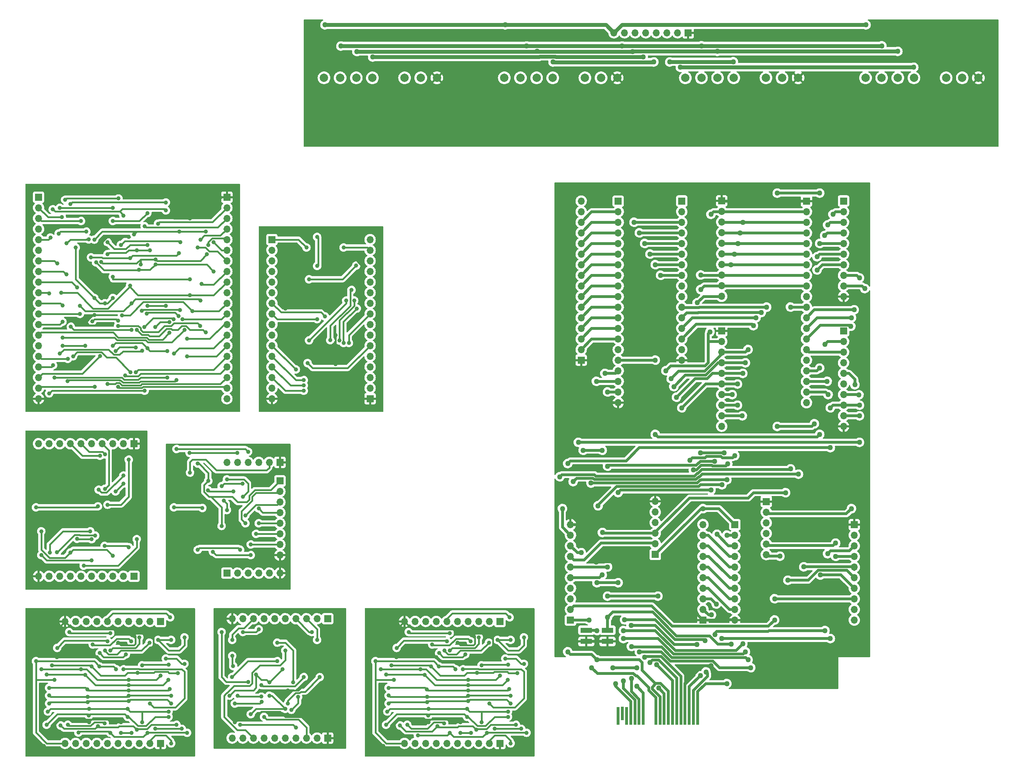
<source format=gbr>
%TF.GenerationSoftware,KiCad,Pcbnew,(6.0.1)*%
%TF.CreationDate,2022-03-03T20:56:02+02:00*%
%TF.ProjectId,SNES Device,534e4553-2044-4657-9669-63652e6b6963,0.5*%
%TF.SameCoordinates,Original*%
%TF.FileFunction,Copper,L2,Bot*%
%TF.FilePolarity,Positive*%
%FSLAX46Y46*%
G04 Gerber Fmt 4.6, Leading zero omitted, Abs format (unit mm)*
G04 Created by KiCad (PCBNEW (6.0.1)) date 2022-03-03 20:56:02*
%MOMM*%
%LPD*%
G01*
G04 APERTURE LIST*
%TA.AperFunction,ComponentPad*%
%ADD10C,2.000000*%
%TD*%
%TA.AperFunction,ComponentPad*%
%ADD11R,1.700000X1.700000*%
%TD*%
%TA.AperFunction,ComponentPad*%
%ADD12O,1.700000X1.700000*%
%TD*%
%TA.AperFunction,SMDPad,CuDef*%
%ADD13R,2.830000X1.220000*%
%TD*%
%TA.AperFunction,ConnectorPad*%
%ADD14R,0.700000X4.300000*%
%TD*%
%TA.AperFunction,ConnectorPad*%
%ADD15R,0.700000X3.200000*%
%TD*%
%TA.AperFunction,ViaPad*%
%ADD16C,1.270000*%
%TD*%
%TA.AperFunction,ViaPad*%
%ADD17C,1.000000*%
%TD*%
%TA.AperFunction,Conductor*%
%ADD18C,0.635000*%
%TD*%
%TA.AperFunction,Conductor*%
%ADD19C,0.953000*%
%TD*%
%TA.AperFunction,Conductor*%
%ADD20C,0.450000*%
%TD*%
G04 APERTURE END LIST*
D10*
%TO.P,J35,1,Pin_1*%
%TO.N,/SNES Ports/GND*%
X243450000Y-31751000D03*
%TO.P,J35,2,Pin_2*%
%TO.N,unconnected-(J35-Pad2)*%
X239590000Y-31751000D03*
%TO.P,J35,3,Pin_3*%
%TO.N,unconnected-(J35-Pad3)*%
X235730000Y-31751000D03*
%TO.P,J35,4,Pin_4*%
%TO.N,/SNES Ports/Data D*%
X228010000Y-31751000D03*
%TO.P,J35,5,Pin_5*%
%TO.N,/SNES Ports/Latch*%
X224150000Y-31751000D03*
%TO.P,J35,6,Pin_6*%
%TO.N,/SNES Ports/Clock*%
X220290000Y-31751000D03*
%TO.P,J35,7,Pin_7*%
%TO.N,/SNES Ports/5V*%
X216430000Y-31751000D03*
%TD*%
%TO.P,J34,1,Pin_1*%
%TO.N,/SNES Ports/GND*%
X200302000Y-31750000D03*
%TO.P,J34,2,Pin_2*%
%TO.N,unconnected-(J34-Pad2)*%
X196442000Y-31750000D03*
%TO.P,J34,3,Pin_3*%
%TO.N,unconnected-(J34-Pad3)*%
X192582000Y-31750000D03*
%TO.P,J34,4,Pin_4*%
%TO.N,/SNES Ports/Data C*%
X184862000Y-31750000D03*
%TO.P,J34,5,Pin_5*%
%TO.N,/SNES Ports/Latch*%
X181002000Y-31750000D03*
%TO.P,J34,6,Pin_6*%
%TO.N,/SNES Ports/Clock*%
X177142000Y-31750000D03*
%TO.P,J34,7,Pin_7*%
%TO.N,/SNES Ports/5V*%
X173282000Y-31750000D03*
%TD*%
%TO.P,J33,1,Pin_1*%
%TO.N,/SNES Ports/GND*%
X156963000Y-31751000D03*
%TO.P,J33,2,Pin_2*%
%TO.N,unconnected-(J33-Pad2)*%
X153103000Y-31751000D03*
%TO.P,J33,3,Pin_3*%
%TO.N,unconnected-(J33-Pad3)*%
X149243000Y-31751000D03*
%TO.P,J33,4,Pin_4*%
%TO.N,/SNES Ports/Data B*%
X141523000Y-31751000D03*
%TO.P,J33,5,Pin_5*%
%TO.N,/SNES Ports/Latch*%
X137663000Y-31751000D03*
%TO.P,J33,6,Pin_6*%
%TO.N,/SNES Ports/Clock*%
X133803000Y-31751000D03*
%TO.P,J33,7,Pin_7*%
%TO.N,/SNES Ports/5V*%
X129943000Y-31751000D03*
%TD*%
%TO.P,J31,1,Pin_1*%
%TO.N,/SNES Ports/GND*%
X113783000Y-31751000D03*
%TO.P,J31,2,Pin_2*%
%TO.N,unconnected-(J31-Pad2)*%
X109923000Y-31751000D03*
%TO.P,J31,3,Pin_3*%
%TO.N,unconnected-(J31-Pad3)*%
X106063000Y-31751000D03*
%TO.P,J31,4,Pin_4*%
%TO.N,/SNES Ports/Data A*%
X98343000Y-31751000D03*
%TO.P,J31,5,Pin_5*%
%TO.N,/SNES Ports/Latch*%
X94483000Y-31751000D03*
%TO.P,J31,6,Pin_6*%
%TO.N,/SNES Ports/Clock*%
X90623000Y-31751000D03*
%TO.P,J31,7,Pin_7*%
%TO.N,/SNES Ports/5V*%
X86763000Y-31751000D03*
%TD*%
D11*
%TO.P,J32,1,Pin_1*%
%TO.N,/SNES Ports/GND*%
X173975000Y-20960000D03*
D12*
%TO.P,J32,2,Pin_2*%
%TO.N,/SNES Ports/Data D*%
X171435000Y-20960000D03*
%TO.P,J32,3,Pin_3*%
%TO.N,/SNES Ports/Data C*%
X168895000Y-20960000D03*
%TO.P,J32,4,Pin_4*%
%TO.N,/SNES Ports/Data B*%
X166355000Y-20960000D03*
%TO.P,J32,5,Pin_5*%
%TO.N,/SNES Ports/Data A*%
X163815000Y-20960000D03*
%TO.P,J32,6,Pin_6*%
%TO.N,/SNES Ports/Latch*%
X161275000Y-20960000D03*
%TO.P,J32,7,Pin_7*%
%TO.N,/SNES Ports/Clock*%
X158735000Y-20960000D03*
%TO.P,J32,8,Pin_8*%
%TO.N,/SNES Ports/5V*%
X156195000Y-20960000D03*
%TD*%
D11*
%TO.P,J27,1,Pin_1*%
%TO.N,/SNES Controller Device/Left GND*%
X97790000Y-108585000D03*
D12*
%TO.P,J27,2,Pin_2*%
%TO.N,/SNES Controller Device/Select Out 11*%
X97790000Y-106045000D03*
%TO.P,J27,3,Pin_3*%
%TO.N,/SNES Controller Device/Select Out 10*%
X97790000Y-103505000D03*
%TO.P,J27,4,Pin_4*%
%TO.N,/SNES Controller Device/Select Out 9*%
X97790000Y-100965000D03*
%TO.P,J27,5,Pin_5*%
%TO.N,/SNES Controller Device/Select Out 8*%
X97790000Y-98425000D03*
%TO.P,J27,6,Pin_6*%
%TO.N,/SNES Controller Device/Select Out 7*%
X97790000Y-95885000D03*
%TO.P,J27,7,Pin_7*%
%TO.N,/SNES Controller Device/Select Out 6*%
X97790000Y-93345000D03*
%TO.P,J27,8,Pin_8*%
%TO.N,/SNES Controller Device/Select Out 5*%
X97790000Y-90805000D03*
%TO.P,J27,9,Pin_9*%
%TO.N,/SNES Controller Device/Select Out 4*%
X97790000Y-88265000D03*
%TO.P,J27,10,Pin_10*%
%TO.N,/SNES Controller Device/Select Out 3*%
X97790000Y-85725000D03*
%TO.P,J27,11,Pin_11*%
%TO.N,/SNES Controller Device/Select Out 2*%
X97790000Y-83185000D03*
%TO.P,J27,12,Pin_12*%
%TO.N,/SNES Controller Device/Select Out 1*%
X97790000Y-80645000D03*
%TO.P,J27,13,Pin_13*%
%TO.N,/SNES Controller Device/Select Out 0*%
X97790000Y-78105000D03*
%TO.P,J27,14,Pin_14*%
%TO.N,/SNES Controller Device/~{P=Q} Out*%
X97790000Y-75565000D03*
%TO.P,J27,15,Pin_15*%
%TO.N,/SNES Controller Device/Selected*%
X97790000Y-73025000D03*
%TO.P,J27,16,Pin_16*%
%TO.N,/SNES Controller Device/Left 3.3V*%
X97790000Y-70485000D03*
%TD*%
D11*
%TO.P,J25,1,Pin_1*%
%TO.N,/SNES Controller Device/Left 5V*%
X74295000Y-70485000D03*
D12*
%TO.P,J25,2,Pin_2*%
%TO.N,unconnected-(J25-Pad2)*%
X74295000Y-73025000D03*
%TO.P,J25,3,Pin_3*%
%TO.N,/SNES Controller Device/Device Selector/DEVICE_IDENTIFIER0*%
X74295000Y-75565000D03*
%TO.P,J25,4,Pin_4*%
%TO.N,/SNES Controller Device/Device Selector/DEVICE_IDENTIFIER1*%
X74295000Y-78105000D03*
%TO.P,J25,5,Pin_5*%
%TO.N,/SNES Controller Device/Device Selector/DEVICE_IDENTIFIER2*%
X74295000Y-80645000D03*
%TO.P,J25,6,Pin_6*%
%TO.N,/SNES Controller Device/Device Selector/DEVICE_IDENTIFIER3*%
X74295000Y-83185000D03*
%TO.P,J25,7,Pin_7*%
%TO.N,/SNES Controller Device/Device Selector/DEVICE_IDENTIFIER4*%
X74295000Y-85725000D03*
%TO.P,J25,8,Pin_8*%
%TO.N,/SNES Controller Device/Device Selector/DEVICE_IDENTIFIER5*%
X74295000Y-88265000D03*
%TO.P,J25,9,Pin_9*%
%TO.N,unconnected-(J25-Pad9)*%
X74295000Y-90805000D03*
%TO.P,J25,10,Pin_10*%
%TO.N,unconnected-(J25-Pad10)*%
X74295000Y-93345000D03*
%TO.P,J25,11,Pin_11*%
%TO.N,/SNES Controller Device/Device Selector/DEVICE_ADDRESS0*%
X74295000Y-95885000D03*
%TO.P,J25,12,Pin_12*%
%TO.N,/SNES Controller Device/Device Selector/DEVICE_ADDRESS1*%
X74295000Y-98425000D03*
%TO.P,J25,13,Pin_13*%
%TO.N,/SNES Controller Device/Device Selector/DEVICE_ADDRESS2*%
X74295000Y-100965000D03*
%TO.P,J25,14,Pin_14*%
%TO.N,/SNES Controller Device/Device Selector/DEVICE_ADDRESS3*%
X74295000Y-103505000D03*
%TO.P,J25,15,Pin_15*%
%TO.N,unconnected-(J25-Pad15)*%
X74295000Y-106045000D03*
%TO.P,J25,16,Pin_16*%
%TO.N,/SNES Controller Device/Left GND*%
X74295000Y-108585000D03*
%TD*%
%TO.P,J11,10,Pin_10*%
%TO.N,/3.3V*%
X213726435Y-161613565D03*
%TO.P,J11,9,Pin_9*%
%TO.N,unconnected-(J11-Pad9)*%
X213726435Y-159073565D03*
%TO.P,J11,8,Pin_8*%
%TO.N,/SNES Controller Board/Pre-Clock*%
X213726435Y-156533565D03*
%TO.P,J11,7,Pin_7*%
%TO.N,/SNES Controller Board/~{Done Shifting}*%
X213726435Y-153993565D03*
%TO.P,J11,6,Pin_6*%
%TO.N,/SNES Controller Board/Controller Latch*%
X213726435Y-151453565D03*
%TO.P,J11,5,Pin_5*%
%TO.N,/SNES Controller Board/Controller Clock*%
X213726435Y-148913565D03*
%TO.P,J11,4,Pin_4*%
%TO.N,/SNES Controller Board/COUNTER_VALUE8*%
X213726435Y-146373565D03*
%TO.P,J11,3,Pin_3*%
%TO.N,/SNES Controller Board/COUNTER_VALUE9*%
X213726435Y-143833565D03*
%TO.P,J11,2,Pin_2*%
%TO.N,unconnected-(J11-Pad2)*%
X213726435Y-141293565D03*
D11*
%TO.P,J11,1,Pin_1*%
%TO.N,/GND*%
X213726435Y-138753565D03*
%TD*%
%TO.P,J16,1,Pin_1*%
%TO.N,/SNES Controller Board/COUNTER_VALUE0*%
X145781435Y-161613565D03*
D12*
%TO.P,J16,2,Pin_2*%
%TO.N,/SNES Controller Board/Pre-Clock*%
X145781435Y-159073565D03*
%TO.P,J16,3,Pin_3*%
%TO.N,/SNES Controller Board/~{Reset}*%
X145781435Y-156533565D03*
%TO.P,J16,4,Pin_4*%
%TO.N,/SNES Controller Board/Counter Reset*%
X145781435Y-153993565D03*
%TO.P,J16,5,Pin_5*%
%TO.N,/SNES Controller Board/Controller Latch*%
X145781435Y-151453565D03*
%TO.P,J16,6,Pin_6*%
%TO.N,/SNES Controller Board/COUNTER_VALUE1*%
X145781435Y-148913565D03*
%TO.P,J16,7,Pin_7*%
%TO.N,/SNES Controller Board/Controller Clock*%
X145781435Y-146373565D03*
%TO.P,J16,8,Pin_8*%
%TO.N,/SNES Controller Board/~{Shift Reset}*%
X145781435Y-143833565D03*
%TO.P,J16,9,Pin_9*%
%TO.N,/SNES Controller Board/Shift Clock*%
X145781435Y-141293565D03*
%TO.P,J16,10,Pin_10*%
%TO.N,/GND*%
X145781435Y-138753565D03*
%TD*%
D11*
%TO.P,J15,1,Pin_1*%
%TO.N,/SNES Controller Board/SNES Controller Translation/5V*%
X76200000Y-128285000D03*
D12*
%TO.P,J15,2,Pin_2*%
%TO.N,Net-(IC20-Pad12)*%
X76200000Y-130825000D03*
%TO.P,J15,3,Pin_3*%
%TO.N,Net-(IC20-Pad13)*%
X76200000Y-133365000D03*
%TO.P,J15,4,Pin_4*%
%TO.N,Net-(IC19-Pad13)*%
X76200000Y-135905000D03*
%TO.P,J15,5,Pin_5*%
%TO.N,Net-(IC19-Pad12)*%
X76200000Y-138445000D03*
%TO.P,J15,6,Pin_6*%
%TO.N,Net-(IC19-Pad11)*%
X76200000Y-140985000D03*
%TO.P,J15,7,Pin_7*%
%TO.N,Net-(IC19-Pad10)*%
X76200000Y-143525000D03*
%TO.P,J15,8,Pin_8*%
%TO.N,/SNES Controller Board/SNES Controller Translation/GND*%
X76200000Y-146065000D03*
%TD*%
D11*
%TO.P,J22,1,Pin_1*%
%TO.N,/SNES Controller Board/SNES Controller Translation/GND*%
X76200000Y-123825000D03*
D12*
%TO.P,J22,2,Pin_2*%
%TO.N,/SNES Controller Board/SNES Controller Translation/Controller D Data*%
X73660000Y-123825000D03*
%TO.P,J22,3,Pin_3*%
%TO.N,/SNES Controller Board/SNES Controller Translation/Controller C Data*%
X71120000Y-123825000D03*
%TO.P,J22,4,Pin_4*%
%TO.N,/SNES Controller Board/SNES Controller Translation/Controller B Data*%
X68580000Y-123825000D03*
%TO.P,J22,5,Pin_5*%
%TO.N,/SNES Controller Board/SNES Controller Translation/Controller A Data*%
X66040000Y-123825000D03*
%TO.P,J22,6,Pin_6*%
%TO.N,/SNES Controller Board/SNES Controller Translation/3.3V*%
X63500000Y-123825000D03*
%TD*%
D11*
%TO.P,J26,1,Pin_1*%
%TO.N,/SNES Controller Device/Right GND*%
X63500000Y-60330000D03*
D12*
%TO.P,J26,2,Pin_2*%
%TO.N,/SNES Controller Device/SNES Device Selector/Data7*%
X63500000Y-62870000D03*
%TO.P,J26,3,Pin_3*%
%TO.N,/SNES Controller Device/SNES Device Selector/Data6*%
X63500000Y-65410000D03*
%TO.P,J26,4,Pin_4*%
%TO.N,/SNES Controller Device/SNES Device Selector/Data5*%
X63500000Y-67950000D03*
%TO.P,J26,5,Pin_5*%
%TO.N,/SNES Controller Device/SNES Device Selector/Data4*%
X63500000Y-70490000D03*
%TO.P,J26,6,Pin_6*%
%TO.N,/SNES Controller Device/SNES Device Selector/Data3*%
X63500000Y-73030000D03*
%TO.P,J26,7,Pin_7*%
%TO.N,/SNES Controller Device/SNES Device Selector/Data2*%
X63500000Y-75570000D03*
%TO.P,J26,8,Pin_8*%
%TO.N,/SNES Controller Device/SNES Device Selector/Data1*%
X63500000Y-78110000D03*
%TO.P,J26,9,Pin_9*%
%TO.N,/SNES Controller Device/SNES Device Selector/Data0*%
X63500000Y-80650000D03*
%TO.P,J26,10,Pin_10*%
%TO.N,unconnected-(J26-Pad10)*%
X63500000Y-83190000D03*
%TO.P,J26,11,Pin_11*%
%TO.N,/SNES Controller Device/SNES Device Selector/Counter Reset*%
X63500000Y-85730000D03*
%TO.P,J26,12,Pin_12*%
%TO.N,/SNES Controller Device/SNES Device Selector/Controller D ~{OE} High Byte*%
X63500000Y-88270000D03*
%TO.P,J26,13,Pin_13*%
%TO.N,/SNES Controller Device/SNES Device Selector/Controller D ~{OE} Low Byte*%
X63500000Y-90810000D03*
%TO.P,J26,14,Pin_14*%
%TO.N,/SNES Controller Device/SNES Device Selector/Controller C ~{OE} High Byte*%
X63500000Y-93350000D03*
%TO.P,J26,15,Pin_15*%
%TO.N,/SNES Controller Device/SNES Device Selector/Controller C ~{OE} Low Byte*%
X63500000Y-95890000D03*
%TO.P,J26,16,Pin_16*%
%TO.N,/SNES Controller Device/SNES Device Selector/Controller B ~{OE} High Byte*%
X63500000Y-98430000D03*
%TO.P,J26,17,Pin_17*%
%TO.N,/SNES Controller Device/SNES Device Selector/Controller B ~{OE} Low Byte*%
X63500000Y-100970000D03*
%TO.P,J26,18,Pin_18*%
%TO.N,/SNES Controller Device/SNES Device Selector/Controller A ~{OE} High Byte*%
X63500000Y-103510000D03*
%TO.P,J26,19,Pin_19*%
%TO.N,/SNES Controller Device/SNES Device Selector/Controller A ~{OE} Low Byte*%
X63500000Y-106050000D03*
%TO.P,J26,20,Pin_20*%
%TO.N,/SNES Controller Device/Right 3.3V*%
X63500000Y-108590000D03*
%TD*%
D11*
%TO.P,J29,1,Pin_1*%
%TO.N,unconnected-(J29-Pad1)*%
X18415000Y-60330000D03*
D12*
%TO.P,J29,2,Pin_2*%
%TO.N,/SNES Controller Device/~{P=Q} In*%
X18415000Y-62870000D03*
%TO.P,J29,3,Pin_3*%
%TO.N,/SNES Controller Device/Select In 0*%
X18415000Y-65410000D03*
%TO.P,J29,4,Pin_4*%
%TO.N,/SNES Controller Device/Select In 1*%
X18415000Y-67950000D03*
%TO.P,J29,5,Pin_5*%
%TO.N,/SNES Controller Device/Select In 2*%
X18415000Y-70490000D03*
%TO.P,J29,6,Pin_6*%
%TO.N,/SNES Controller Device/Select In 3*%
X18415000Y-73030000D03*
%TO.P,J29,7,Pin_7*%
%TO.N,/SNES Controller Device/Select In 4*%
X18415000Y-75570000D03*
%TO.P,J29,8,Pin_8*%
%TO.N,/SNES Controller Device/Select In 5*%
X18415000Y-78110000D03*
%TO.P,J29,9,Pin_9*%
%TO.N,/SNES Controller Device/Select In 6*%
X18415000Y-80650000D03*
%TO.P,J29,10,Pin_10*%
%TO.N,/SNES Controller Device/Select In 7*%
X18415000Y-83190000D03*
%TO.P,J29,11,Pin_11*%
%TO.N,/SNES Controller Device/Select In 8*%
X18415000Y-85730000D03*
%TO.P,J29,12,Pin_12*%
%TO.N,/SNES Controller Device/Select In 9*%
X18415000Y-88270000D03*
%TO.P,J29,13,Pin_13*%
%TO.N,/SNES Controller Device/Select In 10*%
X18415000Y-90810000D03*
%TO.P,J29,14,Pin_14*%
%TO.N,/SNES Controller Device/Select In 11*%
X18415000Y-93350000D03*
%TO.P,J29,15,Pin_15*%
%TO.N,unconnected-(J29-Pad15)*%
X18415000Y-95890000D03*
%TO.P,J29,16,Pin_16*%
%TO.N,/SNES Controller Device/~{Latch Reset}*%
X18415000Y-98430000D03*
%TO.P,J29,17,Pin_17*%
%TO.N,/SNES Controller Device/~{Reset}*%
X18415000Y-100970000D03*
%TO.P,J29,18,Pin_18*%
%TO.N,/SNES Controller Device/Channel RWB*%
X18415000Y-103510000D03*
%TO.P,J29,19,Pin_19*%
%TO.N,/SNES Controller Device/Channel ~{RWB}*%
X18415000Y-106050000D03*
%TO.P,J29,20,Pin_20*%
%TO.N,/SNES Controller Device/Right GND*%
X18415000Y-108590000D03*
%TD*%
D11*
%TO.P,J8,1,Pin_1*%
%TO.N,unconnected-(J8-Pad1)*%
X128900000Y-161925000D03*
D12*
%TO.P,J8,2,Pin_2*%
%TO.N,/SNES Controller Board/SNES Controller Shift Register/Controller A Data*%
X126360000Y-161925000D03*
%TO.P,J8,3,Pin_3*%
%TO.N,/SNES Controller Board/SNES Controller Shift Register/Controller A ~{OE} Low Byte*%
X123820000Y-161925000D03*
%TO.P,J8,4,Pin_4*%
%TO.N,/SNES Controller Board/SNES Controller Shift Register/Controller A ~{OE} High Byte*%
X121280000Y-161925000D03*
%TO.P,J8,5,Pin_5*%
%TO.N,/SNES Controller Board/SNES Controller Shift Register/Controller B Data*%
X118740000Y-161925000D03*
%TO.P,J8,6,Pin_6*%
%TO.N,/SNES Controller Board/SNES Controller Shift Register/Controller B ~{OE} Low Byte*%
X116200000Y-161925000D03*
%TO.P,J8,7,Pin_7*%
%TO.N,/SNES Controller Board/SNES Controller Shift Register/Controller B ~{OE} High Byte*%
X113660000Y-161925000D03*
%TO.P,J8,8,Pin_8*%
%TO.N,/SNES Controller Board/SNES Controller Shift Register/Shift Clock*%
X111120000Y-161925000D03*
%TO.P,J8,9,Pin_9*%
%TO.N,/SNES Controller Board/SNES Controller Shift Register/~{Shift Reset}*%
X108580000Y-161925000D03*
%TO.P,J8,10,Pin_10*%
%TO.N,/SNES Controller Board/SNES Controller Shift Register/GND*%
X106040000Y-161925000D03*
%TD*%
D11*
%TO.P,J13,1,Pin_1*%
%TO.N,/SNES Controller Board/Timing GND*%
X87625000Y-189865000D03*
D12*
%TO.P,J13,2,Pin_2*%
%TO.N,unconnected-(J13-Pad2)*%
X85085000Y-189865000D03*
%TO.P,J13,3,Pin_3*%
%TO.N,/SNES Controller Board/COUNTER_IN9*%
X82545000Y-189865000D03*
%TO.P,J13,4,Pin_4*%
%TO.N,/SNES Controller Board/COUNTER_IN8*%
X80005000Y-189865000D03*
%TO.P,J13,5,Pin_5*%
%TO.N,/SNES Controller Board/J5_5*%
X77465000Y-189865000D03*
%TO.P,J13,6,Pin_6*%
%TO.N,/SNES Controller Board/J5_6*%
X74925000Y-189865000D03*
%TO.P,J13,7,Pin_7*%
%TO.N,/SNES Controller Board/J5_7*%
X72385000Y-189865000D03*
%TO.P,J13,8,Pin_8*%
%TO.N,/SNES Controller Board/COUNTER_IN3*%
X69845000Y-189865000D03*
%TO.P,J13,9,Pin_9*%
%TO.N,unconnected-(J13-Pad9)*%
X67305000Y-189865000D03*
%TO.P,J13,10,Pin_10*%
%TO.N,/SNES Controller Board/Timing 3.3V*%
X64765000Y-189865000D03*
%TD*%
D11*
%TO.P,J1,1,Pin_1*%
%TO.N,unconnected-(J1-Pad1)*%
X47620000Y-161925000D03*
D12*
%TO.P,J1,2,Pin_2*%
%TO.N,/SNES Controller Board/SNES Controller Shift Register1/Controller A Data*%
X45080000Y-161925000D03*
%TO.P,J1,3,Pin_3*%
%TO.N,/SNES Controller Board/SNES Controller Shift Register1/Controller A ~{OE} Low Byte*%
X42540000Y-161925000D03*
%TO.P,J1,4,Pin_4*%
%TO.N,/SNES Controller Board/SNES Controller Shift Register1/Controller A ~{OE} High Byte*%
X40000000Y-161925000D03*
%TO.P,J1,5,Pin_5*%
%TO.N,/SNES Controller Board/SNES Controller Shift Register1/Controller B Data*%
X37460000Y-161925000D03*
%TO.P,J1,6,Pin_6*%
%TO.N,/SNES Controller Board/SNES Controller Shift Register1/Controller B ~{OE} Low Byte*%
X34920000Y-161925000D03*
%TO.P,J1,7,Pin_7*%
%TO.N,/SNES Controller Board/SNES Controller Shift Register1/Controller B ~{OE} High Byte*%
X32380000Y-161925000D03*
%TO.P,J1,8,Pin_8*%
%TO.N,/SNES Controller Board/SNES Controller Shift Register1/Shift Clock*%
X29840000Y-161925000D03*
%TO.P,J1,9,Pin_9*%
%TO.N,/SNES Controller Board/SNES Controller Shift Register1/~{Shift Reset}*%
X27300000Y-161925000D03*
%TO.P,J1,10,Pin_10*%
%TO.N,/SNES Controller Board/SNES Controller Shift Register1/GND*%
X24760000Y-161925000D03*
%TD*%
D11*
%TO.P,J6,1,Pin_1*%
%TO.N,/SNES Controller Board/SNES Controller Shift Register1/GND*%
X47620000Y-191135000D03*
D12*
%TO.P,J6,2,Pin_2*%
%TO.N,/SNES Controller Board/SNES Controller Shift Register1/SHIFT_OUT7*%
X45080000Y-191135000D03*
%TO.P,J6,3,Pin_3*%
%TO.N,/SNES Controller Board/SNES Controller Shift Register1/SHIFT_OUT6*%
X42540000Y-191135000D03*
%TO.P,J6,4,Pin_4*%
%TO.N,/SNES Controller Board/SNES Controller Shift Register1/SHIFT_OUT5*%
X40000000Y-191135000D03*
%TO.P,J6,5,Pin_5*%
%TO.N,/SNES Controller Board/SNES Controller Shift Register1/SHIFT_OUT4*%
X37460000Y-191135000D03*
%TO.P,J6,6,Pin_6*%
%TO.N,/SNES Controller Board/SNES Controller Shift Register1/SHIFT_OUT3*%
X34920000Y-191135000D03*
%TO.P,J6,7,Pin_7*%
%TO.N,/SNES Controller Board/SNES Controller Shift Register1/SHIFT_OUT2*%
X32380000Y-191135000D03*
%TO.P,J6,8,Pin_8*%
%TO.N,/SNES Controller Board/SNES Controller Shift Register1/SHIFT_OUT1*%
X29840000Y-191135000D03*
%TO.P,J6,9,Pin_9*%
%TO.N,/SNES Controller Board/SNES Controller Shift Register1/SHIFT_OUT0*%
X27300000Y-191135000D03*
%TO.P,J6,10,Pin_10*%
%TO.N,/SNES Controller Board/SNES Controller Shift Register1/3.3V*%
X24760000Y-191135000D03*
%TD*%
D11*
%TO.P,J17,1,Pin_1*%
%TO.N,/GND*%
X177506435Y-161583565D03*
D12*
%TO.P,J17,2,Pin_2*%
%TO.N,/SNES Controller Board/COUNTER_VALUE9*%
X177506435Y-159043565D03*
%TO.P,J17,3,Pin_3*%
%TO.N,/SNES Controller Board/COUNTER_VALUE8*%
X177506435Y-156503565D03*
%TO.P,J17,4,Pin_4*%
%TO.N,/SNES Controller Board/COUNTER_VALUE7*%
X177506435Y-153963565D03*
%TO.P,J17,5,Pin_5*%
%TO.N,/SNES Controller Board/COUNTER_VALUE6*%
X177506435Y-151423565D03*
%TO.P,J17,6,Pin_6*%
%TO.N,/SNES Controller Board/COUNTER_VALUE5*%
X177506435Y-148883565D03*
%TO.P,J17,7,Pin_7*%
%TO.N,/SNES Controller Board/COUNTER_VALUE4*%
X177506435Y-146343565D03*
%TO.P,J17,8,Pin_8*%
%TO.N,/SNES Controller Board/COUNTER_VALUE3*%
X177506435Y-143803565D03*
%TO.P,J17,9,Pin_9*%
%TO.N,/SNES Controller Board/COUNTER_VALUE2*%
X177506435Y-141263565D03*
%TO.P,J17,10,Pin_10*%
%TO.N,/3.3V*%
X177506435Y-138723565D03*
%TD*%
D11*
%TO.P,J10,1,Pin_1*%
%TO.N,/5V*%
X185151435Y-138753565D03*
D12*
%TO.P,J10,2,Pin_2*%
%TO.N,/SNES Controller Board/COUNTER_VALUE0*%
X185151435Y-141293565D03*
%TO.P,J10,3,Pin_3*%
%TO.N,/SNES Controller Board/COUNTER_VALUE1*%
X185151435Y-143833565D03*
%TO.P,J10,4,Pin_4*%
%TO.N,/SNES Controller Board/COUNTER_VALUE2*%
X185151435Y-146373565D03*
%TO.P,J10,5,Pin_5*%
%TO.N,/SNES Controller Board/COUNTER_VALUE3*%
X185151435Y-148913565D03*
%TO.P,J10,6,Pin_6*%
%TO.N,/SNES Controller Board/COUNTER_VALUE4*%
X185151435Y-151453565D03*
%TO.P,J10,7,Pin_7*%
%TO.N,/SNES Controller Board/COUNTER_VALUE5*%
X185151435Y-153993565D03*
%TO.P,J10,8,Pin_8*%
%TO.N,/SNES Controller Board/COUNTER_VALUE6*%
X185151435Y-156533565D03*
%TO.P,J10,9,Pin_9*%
%TO.N,/SNES Controller Board/COUNTER_VALUE7*%
X185151435Y-159073565D03*
%TO.P,J10,10,Pin_10*%
%TO.N,/GND*%
X185151435Y-161613565D03*
%TD*%
D11*
%TO.P,J7,1,Pin_1*%
%TO.N,/SNES Controller Board/Timing 5V*%
X87625000Y-161290000D03*
D12*
%TO.P,J7,2,Pin_2*%
%TO.N,/SNES Controller Board/COUNTER_IN0*%
X85085000Y-161290000D03*
%TO.P,J7,3,Pin_3*%
%TO.N,/SNES Controller Board/COUNTER_IN1*%
X82545000Y-161290000D03*
%TO.P,J7,4,Pin_4*%
%TO.N,/SNES Controller Board/COUNTER_IN2*%
X80005000Y-161290000D03*
%TO.P,J7,5,Pin_5*%
%TO.N,/SNES Controller Board/COUNTER_IN3*%
X77465000Y-161290000D03*
%TO.P,J7,6,Pin_6*%
%TO.N,/SNES Controller Board/COUNTER_IN4*%
X74925000Y-161290000D03*
%TO.P,J7,7,Pin_7*%
%TO.N,/SNES Controller Board/COUNTER_IN5*%
X72385000Y-161290000D03*
%TO.P,J7,8,Pin_8*%
%TO.N,/SNES Controller Board/COUNTER_IN6*%
X69845000Y-161290000D03*
%TO.P,J7,9,Pin_9*%
%TO.N,/SNES Controller Board/COUNTER_IN7*%
X67305000Y-161290000D03*
%TO.P,J7,10,Pin_10*%
%TO.N,/SNES Controller Board/Timing GND*%
X64765000Y-161290000D03*
%TD*%
D11*
%TO.P,J24,1,Pin_1*%
%TO.N,unconnected-(J24-Pad1)*%
X157211435Y-61283565D03*
D12*
%TO.P,J24,2,Pin_2*%
%TO.N,Net-(J24-Pad2)*%
X157211435Y-63823565D03*
%TO.P,J24,3,Pin_3*%
%TO.N,Net-(J24-Pad3)*%
X157211435Y-66363565D03*
%TO.P,J24,4,Pin_4*%
%TO.N,Net-(J24-Pad4)*%
X157211435Y-68903565D03*
%TO.P,J24,5,Pin_5*%
%TO.N,Net-(J24-Pad5)*%
X157211435Y-71443565D03*
%TO.P,J24,6,Pin_6*%
%TO.N,Net-(J24-Pad6)*%
X157211435Y-73983565D03*
%TO.P,J24,7,Pin_7*%
%TO.N,Net-(J24-Pad7)*%
X157211435Y-76523565D03*
%TO.P,J24,8,Pin_8*%
%TO.N,Net-(J24-Pad8)*%
X157211435Y-79063565D03*
%TO.P,J24,9,Pin_9*%
%TO.N,Net-(J24-Pad9)*%
X157211435Y-81603565D03*
%TO.P,J24,10,Pin_10*%
%TO.N,Net-(J24-Pad10)*%
X157211435Y-84143565D03*
%TO.P,J24,11,Pin_11*%
%TO.N,Net-(J24-Pad11)*%
X157211435Y-86683565D03*
%TO.P,J24,12,Pin_12*%
%TO.N,Net-(J24-Pad12)*%
X157211435Y-89223565D03*
%TO.P,J24,13,Pin_13*%
%TO.N,Net-(J24-Pad13)*%
X157211435Y-91763565D03*
%TO.P,J24,14,Pin_14*%
%TO.N,Net-(J24-Pad14)*%
X157211435Y-94303565D03*
%TO.P,J24,15,Pin_15*%
%TO.N,unconnected-(J24-Pad15)*%
X157211435Y-96843565D03*
%TO.P,J24,16,Pin_16*%
%TO.N,/SNES Controller Board/~{Done Shifting}*%
X157211435Y-99383565D03*
%TO.P,J24,17,Pin_17*%
%TO.N,/SNES Controller Board/~{Reset}*%
X157211435Y-101923565D03*
%TO.P,J24,18,Pin_18*%
%TO.N,/SNES Controller Device/Device Channel RWB*%
X157211435Y-104463565D03*
%TO.P,J24,19,Pin_19*%
%TO.N,/SNES Controller Device/Device Channel ~{RWB}*%
X157211435Y-107003565D03*
%TO.P,J24,20,Pin_20*%
%TO.N,/GND*%
X157211435Y-109543565D03*
%TD*%
D11*
%TO.P,J4,1,Pin_1*%
%TO.N,/SNES Controller Board/COUNTER_OUT0*%
X41275000Y-151130000D03*
D12*
%TO.P,J4,2,Pin_2*%
%TO.N,/SNES Controller Board/SNES Controller Counter/Pre-Clock*%
X38735000Y-151130000D03*
%TO.P,J4,3,Pin_3*%
%TO.N,/SNES Controller Board/SNES Controller Counter/~{Reset}*%
X36195000Y-151130000D03*
%TO.P,J4,4,Pin_4*%
%TO.N,/SNES Controller Board/SNES Controller Counter/Counter Reset*%
X33655000Y-151130000D03*
%TO.P,J4,5,Pin_5*%
%TO.N,/SNES Controller Board/SNES Controller Counter/Controller Latch*%
X31115000Y-151130000D03*
%TO.P,J4,6,Pin_6*%
%TO.N,/SNES Controller Board/COUNTER_OUT1*%
X28575000Y-151130000D03*
%TO.P,J4,7,Pin_7*%
%TO.N,/SNES Controller Board/SNES Controller Counter/Controller Clock*%
X26035000Y-151130000D03*
%TO.P,J4,8,Pin_8*%
%TO.N,/SNES Controller Board/SNES Controller Counter/~{Shift Reset}*%
X23495000Y-151130000D03*
%TO.P,J4,9,Pin_9*%
%TO.N,/SNES Controller Board/SNES Controller Counter/Shift Clock*%
X20955000Y-151130000D03*
%TO.P,J4,10,Pin_10*%
%TO.N,/SNES Controller Board/Counter GND*%
X18415000Y-151130000D03*
%TD*%
D11*
%TO.P,J30,1,Pin_1*%
%TO.N,/GND*%
X202271435Y-61283565D03*
D12*
%TO.P,J30,2,Pin_2*%
%TO.N,/Data7*%
X202271435Y-63823565D03*
%TO.P,J30,3,Pin_3*%
%TO.N,/Data6*%
X202271435Y-66363565D03*
%TO.P,J30,4,Pin_4*%
%TO.N,/Data5*%
X202271435Y-68903565D03*
%TO.P,J30,5,Pin_5*%
%TO.N,/Data4*%
X202271435Y-71443565D03*
%TO.P,J30,6,Pin_6*%
%TO.N,/Data3*%
X202271435Y-73983565D03*
%TO.P,J30,7,Pin_7*%
%TO.N,/Data2*%
X202271435Y-76523565D03*
%TO.P,J30,8,Pin_8*%
%TO.N,/Data1*%
X202271435Y-79063565D03*
%TO.P,J30,9,Pin_9*%
%TO.N,/Data0*%
X202271435Y-81603565D03*
%TO.P,J30,10,Pin_10*%
%TO.N,unconnected-(J30-Pad10)*%
X202271435Y-84143565D03*
%TO.P,J30,11,Pin_11*%
%TO.N,/SNES Controller Board/Counter Reset*%
X202271435Y-86683565D03*
%TO.P,J30,12,Pin_12*%
%TO.N,/SNES Controller Board/Controller D ~{OE} High Byte*%
X202271435Y-89223565D03*
%TO.P,J30,13,Pin_13*%
%TO.N,/SNES Controller Board/Controller D ~{OE} Low Byte*%
X202271435Y-91763565D03*
%TO.P,J30,14,Pin_14*%
%TO.N,/SNES Controller Board/Controller C ~{OE} High Byte*%
X202271435Y-94303565D03*
%TO.P,J30,15,Pin_15*%
%TO.N,/SNES Controller Board/Controller C ~{OE} Low Byte*%
X202271435Y-96843565D03*
%TO.P,J30,16,Pin_16*%
%TO.N,/SNES Controller Board/Controller B ~{OE} High Byte*%
X202271435Y-99383565D03*
%TO.P,J30,17,Pin_17*%
%TO.N,/SNES Controller Board/Controller B ~{OE} Low Byte*%
X202271435Y-101923565D03*
%TO.P,J30,18,Pin_18*%
%TO.N,/SNES Controller Board/Controller A ~{OE} High Byte*%
X202271435Y-104463565D03*
%TO.P,J30,19,Pin_19*%
%TO.N,/SNES Controller Board/Controller A ~{OE} Low Byte*%
X202271435Y-107003565D03*
%TO.P,J30,20,Pin_20*%
%TO.N,/3.3V*%
X202271435Y-109543565D03*
%TD*%
D11*
%TO.P,J14,1,Pin_1*%
%TO.N,/SNES Controller Board/SNES Controller Shift Register/GND*%
X128900000Y-191135000D03*
D12*
%TO.P,J14,2,Pin_2*%
%TO.N,/SNES Controller Board/SNES Controller Shift Register/SHIFT_OUT7*%
X126360000Y-191135000D03*
%TO.P,J14,3,Pin_3*%
%TO.N,/SNES Controller Board/SNES Controller Shift Register/SHIFT_OUT6*%
X123820000Y-191135000D03*
%TO.P,J14,4,Pin_4*%
%TO.N,/SNES Controller Board/SNES Controller Shift Register/SHIFT_OUT5*%
X121280000Y-191135000D03*
%TO.P,J14,5,Pin_5*%
%TO.N,/SNES Controller Board/SNES Controller Shift Register/SHIFT_OUT4*%
X118740000Y-191135000D03*
%TO.P,J14,6,Pin_6*%
%TO.N,/SNES Controller Board/SNES Controller Shift Register/SHIFT_OUT3*%
X116200000Y-191135000D03*
%TO.P,J14,7,Pin_7*%
%TO.N,/SNES Controller Board/SNES Controller Shift Register/SHIFT_OUT2*%
X113660000Y-191135000D03*
%TO.P,J14,8,Pin_8*%
%TO.N,/SNES Controller Board/SNES Controller Shift Register/SHIFT_OUT1*%
X111120000Y-191135000D03*
%TO.P,J14,9,Pin_9*%
%TO.N,/SNES Controller Board/SNES Controller Shift Register/SHIFT_OUT0*%
X108580000Y-191135000D03*
%TO.P,J14,10,Pin_10*%
%TO.N,/SNES Controller Board/SNES Controller Shift Register/3.3V*%
X106040000Y-191135000D03*
%TD*%
D11*
%TO.P,J18,1,Pin_1*%
%TO.N,/SNES Controller Board/Counter GND*%
X41270000Y-119380000D03*
D12*
%TO.P,J18,2,Pin_2*%
%TO.N,/SNES Controller Board/COUNTER_OUT9*%
X38730000Y-119380000D03*
%TO.P,J18,3,Pin_3*%
%TO.N,/SNES Controller Board/COUNTER_OUT8*%
X36190000Y-119380000D03*
%TO.P,J18,4,Pin_4*%
%TO.N,/SNES Controller Board/COUNTER_OUT7*%
X33650000Y-119380000D03*
%TO.P,J18,5,Pin_5*%
%TO.N,/SNES Controller Board/COUNTER_OUT6*%
X31110000Y-119380000D03*
%TO.P,J18,6,Pin_6*%
%TO.N,/SNES Controller Board/COUNTER_OUT5*%
X28570000Y-119380000D03*
%TO.P,J18,7,Pin_7*%
%TO.N,/SNES Controller Board/COUNTER_OUT4*%
X26030000Y-119380000D03*
%TO.P,J18,8,Pin_8*%
%TO.N,/SNES Controller Board/COUNTER_OUT3*%
X23490000Y-119380000D03*
%TO.P,J18,9,Pin_9*%
%TO.N,/SNES Controller Board/COUNTER_OUT2*%
X20950000Y-119380000D03*
%TO.P,J18,10,Pin_10*%
%TO.N,/SNES Controller Board/Counter 3.3V*%
X18410000Y-119380000D03*
%TD*%
D11*
%TO.P,J19,1,Pin_1*%
%TO.N,/SNES Controller Board/SNES Controller Translation/5V*%
X63500000Y-150368000D03*
D12*
%TO.P,J19,2,Pin_2*%
%TO.N,/SNES Controller Board/SNES Controller Translation/Controller Latch*%
X66040000Y-150368000D03*
%TO.P,J19,3,Pin_3*%
%TO.N,/SNES Controller Board/SNES Controller Translation/Controller Clock*%
X68580000Y-150368000D03*
%TO.P,J19,4,Pin_4*%
%TO.N,unconnected-(J19-Pad4)*%
X71120000Y-150368000D03*
%TO.P,J19,5,Pin_5*%
%TO.N,unconnected-(J19-Pad5)*%
X73660000Y-150368000D03*
%TO.P,J19,6,Pin_6*%
%TO.N,/SNES Controller Board/SNES Controller Translation/GND*%
X76200000Y-150368000D03*
%TD*%
D11*
%TO.P,J23,1,Pin_1*%
%TO.N,/5V*%
X172426435Y-61253565D03*
D12*
%TO.P,J23,2,Pin_2*%
%TO.N,unconnected-(J23-Pad2)*%
X172426435Y-63793565D03*
%TO.P,J23,3,Pin_3*%
%TO.N,/Identifier0*%
X172426435Y-66333565D03*
%TO.P,J23,4,Pin_4*%
%TO.N,/Identifier1*%
X172426435Y-68873565D03*
%TO.P,J23,5,Pin_5*%
%TO.N,/Identifier2*%
X172426435Y-71413565D03*
%TO.P,J23,6,Pin_6*%
%TO.N,/Identifier3*%
X172426435Y-73953565D03*
%TO.P,J23,7,Pin_7*%
%TO.N,/Identifier4*%
X172426435Y-76493565D03*
%TO.P,J23,8,Pin_8*%
%TO.N,/Identifier5*%
X172426435Y-79033565D03*
%TO.P,J23,9,Pin_9*%
%TO.N,unconnected-(J23-Pad9)*%
X172426435Y-81573565D03*
%TO.P,J23,10,Pin_10*%
%TO.N,unconnected-(J23-Pad10)*%
X172426435Y-84113565D03*
%TO.P,J23,11,Pin_11*%
%TO.N,/Address0*%
X172426435Y-86653565D03*
%TO.P,J23,12,Pin_12*%
%TO.N,/Address1*%
X172426435Y-89193565D03*
%TO.P,J23,13,Pin_13*%
%TO.N,/Address2*%
X172426435Y-91733565D03*
%TO.P,J23,14,Pin_14*%
%TO.N,/Address3*%
X172426435Y-94273565D03*
%TO.P,J23,15,Pin_15*%
%TO.N,unconnected-(J23-Pad15)*%
X172426435Y-96813565D03*
%TO.P,J23,16,Pin_16*%
%TO.N,/GND*%
X172426435Y-99353565D03*
%TD*%
D11*
%TO.P,J3,1,Pin_1*%
%TO.N,unconnected-(J3-Pad1)*%
X211161435Y-61253565D03*
D12*
%TO.P,J3,2,Pin_2*%
%TO.N,/SNES Controller Board/Controller A Data*%
X211161435Y-63793565D03*
%TO.P,J3,3,Pin_3*%
%TO.N,/SNES Controller Board/Controller A ~{OE} Low Byte*%
X211161435Y-66333565D03*
%TO.P,J3,4,Pin_4*%
%TO.N,/SNES Controller Board/Controller A ~{OE} High Byte*%
X211161435Y-68873565D03*
%TO.P,J3,5,Pin_5*%
%TO.N,/SNES Controller Board/Controller B Data*%
X211161435Y-71413565D03*
%TO.P,J3,6,Pin_6*%
%TO.N,/SNES Controller Board/Controller B ~{OE} Low Byte*%
X211161435Y-73953565D03*
%TO.P,J3,7,Pin_7*%
%TO.N,/SNES Controller Board/Controller B ~{OE} High Byte*%
X211161435Y-76493565D03*
%TO.P,J3,8,Pin_8*%
%TO.N,/SNES Controller Board/Shift Clock*%
X211161435Y-79033565D03*
%TO.P,J3,9,Pin_9*%
%TO.N,/SNES Controller Board/~{Shift Reset}*%
X211161435Y-81573565D03*
%TO.P,J3,10,Pin_10*%
%TO.N,/GND*%
X211161435Y-84113565D03*
%TD*%
D13*
%TO.P,C2,1*%
%TO.N,/GND*%
X149566435Y-166743565D03*
%TO.P,C2,2*%
%TO.N,/3.3V*%
X149566435Y-164043565D03*
%TD*%
D11*
%TO.P,J21,1,Pin_1*%
%TO.N,/GND*%
X192659000Y-133223000D03*
D12*
%TO.P,J21,2,Pin_2*%
%TO.N,/SNES Controller Board/Controller D Data*%
X192659000Y-135763000D03*
%TO.P,J21,3,Pin_3*%
%TO.N,/SNES Controller Board/Controller C Data*%
X192659000Y-138303000D03*
%TO.P,J21,4,Pin_4*%
%TO.N,/SNES Controller Board/Controller B Data*%
X192659000Y-140843000D03*
%TO.P,J21,5,Pin_5*%
%TO.N,/SNES Controller Board/Controller A Data*%
X192659000Y-143383000D03*
%TO.P,J21,6,Pin_6*%
%TO.N,/3.3V*%
X192659000Y-145923000D03*
%TD*%
D14*
%TO.P,J2,B1,+5V*%
%TO.N,/5V*%
X176211435Y-184558565D03*
%TO.P,J2,B2,Identifier0*%
%TO.N,/Identifier0*%
X175211435Y-184558565D03*
%TO.P,J2,B3,Identifier1*%
%TO.N,/Identifier1*%
X174211435Y-184558565D03*
%TO.P,J2,B4,GND*%
%TO.N,/GND*%
X173211435Y-184558565D03*
%TO.P,J2,B5,Identifier2*%
%TO.N,/Identifier2*%
X172211435Y-184558565D03*
%TO.P,J2,B6,Identifier3*%
%TO.N,/Identifier3*%
X171211435Y-184558565D03*
%TO.P,J2,B7,Identifier4*%
%TO.N,/Identifier4*%
X170211435Y-184558565D03*
%TO.P,J2,B8,+3.3V*%
%TO.N,/3.3V*%
X169211435Y-184558565D03*
%TO.P,J2,B9,Identifier5*%
%TO.N,/Identifier5*%
X168211435Y-184558565D03*
%TO.P,J2,B10,+3.3V*%
%TO.N,/3.3V*%
X167211435Y-184558565D03*
%TO.P,J2,B11,~{Reset}*%
%TO.N,/SNES Controller Board/~{Reset}*%
X166211435Y-184558565D03*
%TO.P,J2,B12,Address0*%
%TO.N,/Address0*%
X163211435Y-184558565D03*
%TO.P,J2,B13,Address1*%
%TO.N,/Address1*%
X162211435Y-184558565D03*
%TO.P,J2,B14,Address2*%
%TO.N,/Address2*%
X161211435Y-184558565D03*
%TO.P,J2,B15,Address3*%
%TO.N,/Address3*%
X160211435Y-184558565D03*
%TO.P,J2,B16,B16*%
%TO.N,unconnected-(J2-PadB16)*%
X159211435Y-184558565D03*
D15*
%TO.P,J2,B17,B_Presence*%
%TO.N,unconnected-(J2-PadB17)*%
X158211435Y-184008565D03*
D14*
%TO.P,J2,B18,B18*%
%TO.N,unconnected-(J2-PadB18)*%
X157211435Y-184558565D03*
%TD*%
D11*
%TO.P,J9,1,Pin_1*%
%TO.N,unconnected-(J9-Pad1)*%
X211161435Y-92368565D03*
D12*
%TO.P,J9,2,Pin_2*%
%TO.N,/SNES Controller Board/Controller C Data*%
X211161435Y-94908565D03*
%TO.P,J9,3,Pin_3*%
%TO.N,/SNES Controller Board/Controller C ~{OE} Low Byte*%
X211161435Y-97448565D03*
%TO.P,J9,4,Pin_4*%
%TO.N,/SNES Controller Board/Controller C ~{OE} High Byte*%
X211161435Y-99988565D03*
%TO.P,J9,5,Pin_5*%
%TO.N,/SNES Controller Board/Controller D Data*%
X211161435Y-102528565D03*
%TO.P,J9,6,Pin_6*%
%TO.N,/SNES Controller Board/Controller D ~{OE} Low Byte*%
X211161435Y-105068565D03*
%TO.P,J9,7,Pin_7*%
%TO.N,/SNES Controller Board/Controller D ~{OE} High Byte*%
X211161435Y-107608565D03*
%TO.P,J9,8,Pin_8*%
%TO.N,/SNES Controller Board/Shift Clock*%
X211161435Y-110148565D03*
%TO.P,J9,9,Pin_9*%
%TO.N,/SNES Controller Board/~{Shift Reset}*%
X211161435Y-112688565D03*
%TO.P,J9,10,Pin_10*%
%TO.N,/GND*%
X211161435Y-115228565D03*
%TD*%
D11*
%TO.P,J28,1,Pin_1*%
%TO.N,/GND*%
X148346435Y-99353565D03*
D12*
%TO.P,J28,2,Pin_2*%
%TO.N,Net-(J24-Pad14)*%
X148346435Y-96813565D03*
%TO.P,J28,3,Pin_3*%
%TO.N,Net-(J24-Pad13)*%
X148346435Y-94273565D03*
%TO.P,J28,4,Pin_4*%
%TO.N,Net-(J24-Pad12)*%
X148346435Y-91733565D03*
%TO.P,J28,5,Pin_5*%
%TO.N,Net-(J24-Pad11)*%
X148346435Y-89193565D03*
%TO.P,J28,6,Pin_6*%
%TO.N,Net-(J24-Pad10)*%
X148346435Y-86653565D03*
%TO.P,J28,7,Pin_7*%
%TO.N,Net-(J24-Pad9)*%
X148346435Y-84113565D03*
%TO.P,J28,8,Pin_8*%
%TO.N,Net-(J24-Pad8)*%
X148346435Y-81573565D03*
%TO.P,J28,9,Pin_9*%
%TO.N,Net-(J24-Pad7)*%
X148346435Y-79033565D03*
%TO.P,J28,10,Pin_10*%
%TO.N,Net-(J24-Pad6)*%
X148346435Y-76493565D03*
%TO.P,J28,11,Pin_11*%
%TO.N,Net-(J24-Pad5)*%
X148346435Y-73953565D03*
%TO.P,J28,12,Pin_12*%
%TO.N,Net-(J24-Pad4)*%
X148346435Y-71413565D03*
%TO.P,J28,13,Pin_13*%
%TO.N,Net-(J24-Pad3)*%
X148346435Y-68873565D03*
%TO.P,J28,14,Pin_14*%
%TO.N,Net-(J24-Pad2)*%
X148346435Y-66333565D03*
%TO.P,J28,15,Pin_15*%
%TO.N,/SNES Controller Device/Device Selected*%
X148346435Y-63793565D03*
%TO.P,J28,16,Pin_16*%
%TO.N,/3.3V*%
X148346435Y-61253565D03*
%TD*%
D11*
%TO.P,J12,1,Pin_1*%
%TO.N,/GND*%
X181991000Y-92329000D03*
D12*
%TO.P,J12,2,Pin_2*%
%TO.N,/Data7*%
X181991000Y-94869000D03*
%TO.P,J12,3,Pin_3*%
%TO.N,/Data6*%
X181991000Y-97409000D03*
%TO.P,J12,4,Pin_4*%
%TO.N,/Data5*%
X181991000Y-99949000D03*
%TO.P,J12,5,Pin_5*%
%TO.N,/Data4*%
X181991000Y-102489000D03*
%TO.P,J12,6,Pin_6*%
%TO.N,/Data3*%
X181991000Y-105029000D03*
%TO.P,J12,7,Pin_7*%
%TO.N,/Data2*%
X181991000Y-107569000D03*
%TO.P,J12,8,Pin_8*%
%TO.N,/Data1*%
X181991000Y-110109000D03*
%TO.P,J12,9,Pin_9*%
%TO.N,/Data0*%
X181991000Y-112649000D03*
%TO.P,J12,10,Pin_10*%
%TO.N,/3.3V*%
X181991000Y-115189000D03*
%TD*%
D11*
%TO.P,J20,1,Pin_1*%
%TO.N,/5V*%
X166076435Y-145898000D03*
D12*
%TO.P,J20,2,Pin_2*%
%TO.N,/SNES Controller Board/Controller Clock*%
X166076435Y-143358000D03*
%TO.P,J20,3,Pin_3*%
%TO.N,/SNES Controller Board/Controller Latch*%
X166076435Y-140818000D03*
%TO.P,J20,4,Pin_4*%
%TO.N,unconnected-(J20-Pad4)*%
X166076435Y-138278000D03*
%TO.P,J20,5,Pin_5*%
%TO.N,unconnected-(J20-Pad5)*%
X166076435Y-135738000D03*
%TO.P,J20,6,Pin_6*%
%TO.N,/GND*%
X166076435Y-133198000D03*
%TD*%
D11*
%TO.P,J5,1,Pin_1*%
%TO.N,/GND*%
X181991000Y-61214000D03*
D12*
%TO.P,J5,2,Pin_2*%
%TO.N,/Data7*%
X181991000Y-63754000D03*
%TO.P,J5,3,Pin_3*%
%TO.N,/Data6*%
X181991000Y-66294000D03*
%TO.P,J5,4,Pin_4*%
%TO.N,/Data5*%
X181991000Y-68834000D03*
%TO.P,J5,5,Pin_5*%
%TO.N,/Data4*%
X181991000Y-71374000D03*
%TO.P,J5,6,Pin_6*%
%TO.N,/Data3*%
X181991000Y-73914000D03*
%TO.P,J5,7,Pin_7*%
%TO.N,/Data2*%
X181991000Y-76454000D03*
%TO.P,J5,8,Pin_8*%
%TO.N,/Data1*%
X181991000Y-78994000D03*
%TO.P,J5,9,Pin_9*%
%TO.N,/Data0*%
X181991000Y-81534000D03*
%TO.P,J5,10,Pin_10*%
%TO.N,/3.3V*%
X181991000Y-84074000D03*
%TD*%
D13*
%TO.P,C1,1*%
%TO.N,/5V*%
X154646435Y-164043565D03*
%TO.P,C1,2*%
%TO.N,/GND*%
X154646435Y-166743565D03*
%TD*%
D16*
%TO.N,/SNES Ports/Latch*%
X224155000Y-25400000D03*
%TO.N,/SNES Ports/Data D*%
X227965000Y-29210000D03*
X172085000Y-29210000D03*
%TO.N,/SNES Ports/Latch*%
X180975000Y-25400000D03*
X137795000Y-25400000D03*
%TO.N,/SNES Ports/Data B*%
X141605000Y-27940000D03*
X165735000Y-27940000D03*
%TO.N,/SNES Ports/Data C*%
X184785000Y-27899000D03*
X169545000Y-27940000D03*
%TO.N,/SNES Ports/5V*%
X216535000Y-19050000D03*
%TO.N,/SNES Ports/Clock*%
X220345000Y-24089000D03*
X177165000Y-24089000D03*
%TO.N,/SNES Ports/Data A*%
X163195000Y-26711000D03*
X98425000Y-26752000D03*
%TO.N,/SNES Ports/Clock*%
X135255000Y-24130000D03*
%TO.N,/SNES Ports/5V*%
X130175000Y-19050000D03*
X86995000Y-19050000D03*
%TO.N,/SNES Ports/Latch*%
X160655000Y-25441000D03*
X94615000Y-25441000D03*
%TO.N,/SNES Ports/Clock*%
X90805000Y-24130000D03*
X158115000Y-24130000D03*
%TO.N,/SNES Controller Board/Shift Clock*%
X207986435Y-120308565D03*
X207986435Y-110783565D03*
X145121435Y-124118565D03*
X143851435Y-134913565D03*
%TO.N,/SNES Controller Board/~{Shift Reset}*%
X148347433Y-145461484D03*
X147661435Y-119038565D03*
X214971435Y-119038565D03*
%TO.N,/GND*%
X151951967Y-147756334D03*
X152106435Y-138088565D03*
%TO.N,/SNES Controller Board/Controller D Data*%
X213881023Y-105248153D03*
X213066435Y-134913565D03*
%TO.N,/SNES Controller Board/Controller C Data*%
X206716435Y-95543565D03*
X204176435Y-114593565D03*
X195286435Y-115228565D03*
%TO.N,/SNES Controller Board/Controller B Data*%
X195286435Y-59348565D03*
X205446435Y-71413565D03*
X205446435Y-59348565D03*
%TO.N,/5V*%
X177506435Y-134913565D03*
%TO.N,/3.3V*%
X145121435Y-169203565D03*
%TO.N,/SNES Controller Board/Counter Reset*%
X198461435Y-86653565D03*
X198461435Y-125388565D03*
X143216435Y-127293565D03*
%TO.N,/SNES Controller Board/~{Done Shifting}*%
X166076435Y-99353565D03*
X166076435Y-117133565D03*
%TO.N,/Data6*%
X169886435Y-103798565D03*
%TO.N,/SNES Controller Board/COUNTER_VALUE8*%
X181951435Y-166028565D03*
X207986435Y-166028565D03*
X209256435Y-146343565D03*
X180681435Y-157773565D03*
%TO.N,/SNES Controller Board/COUNTER_VALUE9*%
X207351435Y-145708565D03*
X206716435Y-164123565D03*
X180363227Y-165054613D03*
X179529435Y-160387554D03*
%TO.N,/SNES Controller Board/COUNTER_VALUE1*%
X154646435Y-148883565D03*
X154646435Y-124753565D03*
X180861023Y-141083977D03*
X180270516Y-123565076D03*
%TO.N,/SNES Controller Board/Controller Latch*%
X153376435Y-150788565D03*
X153421477Y-140628565D03*
X197272945Y-131103565D03*
X197826435Y-152058565D03*
%TO.N,/SNES Controller Board/~{Shift Reset}*%
X216241435Y-82208565D03*
X214971435Y-112688565D03*
%TO.N,/SNES Controller Board/Shift Clock*%
X214971435Y-110148565D03*
X214971435Y-79668565D03*
%TO.N,/SNES Controller Board/Controller B ~{OE} High Byte*%
X204811435Y-77763565D03*
%TO.N,/SNES Controller Board/Controller C ~{OE} High Byte*%
X212903412Y-91260109D03*
%TO.N,/SNES Controller Board/Controller D ~{OE} Low Byte*%
X213066435Y-89193565D03*
%TO.N,/SNES Controller Board/Controller D ~{OE} High Byte*%
X214853435Y-107662529D03*
X213701435Y-87288565D03*
%TO.N,/SNES Controller Board/~{Done Shifting}*%
X205564435Y-150814503D03*
X205446435Y-117133565D03*
%TO.N,/SNES Controller Board/Pre-Clock*%
X194651435Y-156503565D03*
X194651435Y-161583565D03*
%TO.N,/SNES Controller Board/Controller Clock*%
X146417373Y-128445565D03*
%TO.N,/SNES Controller Board/~{Reset}*%
X148813435Y-120943565D03*
X153376435Y-120943565D03*
%TO.N,/3.3V*%
X179411435Y-130468565D03*
%TO.N,/Identifier0*%
X158728902Y-161537189D03*
%TO.N,/5V*%
X154646435Y-155868565D03*
X154646435Y-160948565D03*
%TO.N,/SNES Controller Board/COUNTER_VALUE0*%
X183210190Y-128010075D03*
X183221435Y-141263565D03*
%TO.N,/Data7*%
X179183699Y-92596301D03*
X179411435Y-64428565D03*
%TO.N,/Data6*%
X187031435Y-66333565D03*
X188301435Y-96813565D03*
%TO.N,/Data5*%
X186396435Y-68873565D03*
X187666435Y-99988565D03*
%TO.N,/Data4*%
X185879435Y-71413565D03*
X187031435Y-102528565D03*
%TO.N,/Data3*%
X185044924Y-73953565D03*
X185761435Y-105068565D03*
%TO.N,/Data2*%
X184210413Y-76493565D03*
%TO.N,/Data1*%
X176952946Y-78981403D03*
%TO.N,/Data0*%
X176952946Y-82432646D03*
%TO.N,/3.3V*%
X176118435Y-85632607D03*
%TO.N,/5V*%
X166711435Y-155868565D03*
%TO.N,/SNES Controller Board/Controller Clock*%
X200366435Y-126658565D03*
X201636435Y-148847076D03*
%TO.N,/SNES Controller Board/COUNTER_VALUE0*%
X150201435Y-161583565D03*
%TO.N,/3.3V*%
X152106435Y-152657076D03*
%TO.N,/SNES Controller Board/COUNTER_VALUE0*%
X150692649Y-128785427D03*
%TO.N,/3.3V*%
X157186435Y-152657076D03*
X157186435Y-131067076D03*
X195921435Y-146307076D03*
X152106435Y-164123565D03*
X152106435Y-171108565D03*
%TO.N,/SNES Controller Device/Device Channel ~{RWB}*%
X155916435Y-173013565D03*
X161674178Y-173013565D03*
%TO.N,/5V*%
X184255436Y-167339175D03*
X183221435Y-176823565D03*
%TO.N,/GND*%
X179411435Y-172565531D03*
%TO.N,/SNES Controller Device/Device Channel RWB*%
X152387456Y-134240355D03*
X182052501Y-129198565D03*
X151988435Y-104433565D03*
%TO.N,/Address3*%
X158456435Y-164123565D03*
X156551435Y-176823565D03*
%TO.N,/Address2*%
X158456435Y-166028565D03*
X158456435Y-176188565D03*
%TO.N,/Address1*%
X160361435Y-175553565D03*
X160361435Y-167933565D03*
%TO.N,/Address0*%
X161631435Y-177458565D03*
X162266435Y-169203565D03*
%TO.N,/SNES Controller Device/Device Channel ~{RWB}*%
X154646435Y-106973565D03*
%TO.N,/GND*%
X148296435Y-109513565D03*
%TO.N,/SNES Controller Board/Controller B ~{OE} Low Byte*%
X205446435Y-101258565D03*
X204811435Y-74588565D03*
%TO.N,/SNES Controller Board/Controller A ~{OE} High Byte*%
X206634924Y-69508565D03*
X207233435Y-104433565D03*
%TO.N,/SNES Controller Board/Controller A ~{OE} Low Byte*%
X207469435Y-107608565D03*
X207351435Y-66968565D03*
%TO.N,/SNES Controller Board/Controller A Data*%
X209256435Y-143168565D03*
X208621436Y-64428566D03*
%TO.N,/SNES Controller Board/~{Reset}*%
X154011435Y-102528565D03*
X150836435Y-173013565D03*
%TO.N,/Address0*%
X188936435Y-173013565D03*
%TO.N,/Address1*%
X188301435Y-171108565D03*
%TO.N,/Address2*%
X187666435Y-169203565D03*
%TO.N,/Address3*%
X187031435Y-167298565D03*
D17*
%TO.N,Net-(IC2-Pad6)*%
X75565000Y-171450000D03*
X64751279Y-175260000D03*
%TO.N,Net-(IC3-Pad2)*%
X66040000Y-179742501D03*
X71773398Y-179949500D03*
%TO.N,Net-(IC3-Pad4)*%
X71830622Y-181147637D03*
X65405000Y-181610000D03*
%TO.N,Net-(IC3-Pad11)*%
X78105000Y-181610000D03*
X85743721Y-175278721D03*
%TO.N,Net-(IC7-Pad4)*%
X81915000Y-175260000D03*
X71755000Y-177165000D03*
%TO.N,Net-(IC12-Pad14)*%
X115543535Y-186344500D03*
X106680000Y-186690000D03*
%TO.N,Net-(IC11-Pad4)*%
X107040011Y-164465000D03*
X116840000Y-164754500D03*
%TO.N,Net-(IC11-Pad2)*%
X112665365Y-167452875D03*
X121894668Y-166715500D03*
%TO.N,Net-(IC10-Pad9)*%
X127635000Y-187655989D03*
X133985000Y-187655989D03*
%TO.N,Net-(IC10-Pad12)*%
X124486465Y-172430500D03*
X130810000Y-172280470D03*
%TO.N,Net-(IC11-Pad10)*%
X126365000Y-181610000D03*
X120015000Y-173408970D03*
%TO.N,Net-(IC14-Pad9)*%
X25400000Y-186690000D03*
X34263535Y-186344500D03*
%TO.N,Net-(IC14-Pad12)*%
X40614668Y-166715500D03*
X31385365Y-167452875D03*
%TO.N,Net-(IC15-Pad9)*%
X52705000Y-187655989D03*
X46355000Y-187655989D03*
%TO.N,Net-(IC15-Pad12)*%
X43206465Y-172430500D03*
X49530000Y-172280470D03*
%TO.N,Net-(IC16-Pad4)*%
X35560000Y-164754500D03*
X25760011Y-164465000D03*
%TO.N,Net-(IC16-Pad10)*%
X38735000Y-173408970D03*
X45085000Y-181610000D03*
%TO.N,Net-(IC19-Pad10)*%
X62760897Y-133004500D03*
X69215000Y-143510000D03*
X63500000Y-135255000D03*
%TO.N,Net-(IC19-Pad11)*%
X70485000Y-140970000D03*
%TO.N,Net-(IC19-Pad12)*%
X67310000Y-132098721D03*
X71120000Y-138430000D03*
X63500000Y-127924500D03*
%TO.N,Net-(IC19-Pad13)*%
X58979956Y-130525667D03*
X71119997Y-134909500D03*
X65059500Y-130783535D03*
%TO.N,Net-(IC20-Pad13)*%
X67954358Y-136534360D03*
%TO.N,Net-(IC20-Pad12)*%
X67945000Y-138430000D03*
%TO.N,Net-(IC21-Pad5)*%
X31963176Y-141391824D03*
X22841279Y-145396279D03*
%TO.N,Net-(IC22-Pad12)*%
X31115000Y-142240000D03*
X27635989Y-142139167D03*
%TO.N,/SNES Controller Board/Timing 3.3V*%
X76835000Y-173355000D03*
X64135000Y-179705000D03*
X70485000Y-174625000D03*
X73660000Y-179705000D03*
X73660000Y-176530000D03*
X69215000Y-184150000D03*
X77470000Y-182880000D03*
%TO.N,/SNES Controller Board/Timing GND*%
X83185000Y-169545000D03*
X75565000Y-169545000D03*
X78105000Y-178435000D03*
X72390000Y-164465000D03*
X65405000Y-186055000D03*
X90170000Y-161925000D03*
X62230000Y-177165000D03*
X70495018Y-185074500D03*
X82550000Y-176530000D03*
X87630000Y-181610000D03*
%TO.N,/SNES Controller Board/Timing 5V*%
X67310000Y-164465000D03*
X71120000Y-163830000D03*
%TO.N,/SNES Controller Board/SNES Controller Shift Register/3.3V*%
X103505000Y-175895000D03*
X114268313Y-172738186D03*
X99060000Y-171450000D03*
X134620000Y-172085000D03*
X118263536Y-173355000D03*
X130175000Y-170815000D03*
%TO.N,/SNES Controller Board/SNES Controller Shift Register/GND*%
X104113535Y-170525500D03*
X133350000Y-167388509D03*
X118745000Y-167005000D03*
X111760000Y-186055000D03*
X100330000Y-187960000D03*
X113639834Y-170525842D03*
X119380000Y-186055000D03*
X100974360Y-191760640D03*
X128296465Y-170180000D03*
%TO.N,/SNES Controller Board/SNES Controller Shift Register1/3.3V*%
X53340000Y-172085000D03*
X36983536Y-173355000D03*
X48895000Y-170815000D03*
X32988313Y-172738186D03*
X17780000Y-171450000D03*
X22225000Y-175895000D03*
%TO.N,/SNES Controller Board/SNES Controller Shift Register1/GND*%
X32359834Y-170525842D03*
X52070000Y-167388509D03*
X22833535Y-170525500D03*
X30480000Y-186055000D03*
X37465000Y-167005000D03*
X19694360Y-191760640D03*
X47016465Y-170180000D03*
X38100000Y-186055000D03*
X19050000Y-187960000D03*
%TO.N,/SNES Controller Board/COUNTER_IN1*%
X85090000Y-166370000D03*
%TO.N,/SNES Controller Board/COUNTER_IN2*%
X83820000Y-164465000D03*
%TO.N,/SNES Controller Board/COUNTER_IN6*%
X68580000Y-176417347D03*
X64770002Y-166370000D03*
X62230000Y-164465000D03*
%TO.N,/SNES Controller Board/COUNTER_IN8*%
X80010000Y-187325000D03*
X64770000Y-170180000D03*
X66675000Y-186690000D03*
X65013228Y-172622988D03*
%TO.N,/SNES Controller Board/COUNTER_IN9*%
X72390000Y-184785000D03*
%TO.N,/SNES Controller Board/COUNTER_IN4*%
X79375000Y-176530000D03*
X75565000Y-167005000D03*
%TO.N,/SNES Controller Board/J5_5*%
X80546266Y-180009011D03*
X78953176Y-183093176D03*
%TO.N,/SNES Controller Board/SNES Controller Shift Register/SHIFT_OUT1*%
X100330000Y-173355000D03*
X121285000Y-175895000D03*
X128905000Y-174929011D03*
X109855000Y-173355000D03*
%TO.N,/SNES Controller Board/SNES Controller Shift Register/SHIFT_OUT2*%
X110900046Y-174758478D03*
X121285000Y-177165000D03*
X101600000Y-174625000D03*
X130746419Y-175895000D03*
%TO.N,/SNES Controller Board/SNES Controller Shift Register/SHIFT_OUT3*%
X121285000Y-178435000D03*
X102197558Y-177837442D03*
X131112021Y-178102028D03*
X111371213Y-178183830D03*
%TO.N,/SNES Controller Board/SNES Controller Shift Register/SHIFT_OUT4*%
X102235000Y-179692399D03*
X131445000Y-179705000D03*
X121285000Y-179705000D03*
X111470500Y-180033360D03*
%TO.N,/SNES Controller Board/SNES Controller Shift Register/SHIFT_OUT5*%
X102235019Y-181573105D03*
X111470500Y-181300546D03*
X131445000Y-181610000D03*
X121285000Y-180975000D03*
X121938721Y-188613721D03*
X119380000Y-188595000D03*
%TO.N,/SNES Controller Board/SNES Controller Shift Register/SHIFT_OUT6*%
X124460000Y-186055000D03*
X111760000Y-182880000D03*
X101916478Y-183515000D03*
X130810000Y-183515000D03*
X120995500Y-182880000D03*
%TO.N,/SNES Controller Board/SNES Controller Shift Register/SHIFT_OUT7*%
X131445000Y-191135000D03*
X111743279Y-184495500D03*
X120995500Y-184785000D03*
X130810000Y-184785000D03*
X101600000Y-186690000D03*
%TO.N,/SNES Controller Board/SNES Controller Shift Register/~{Shift Reset}*%
X125730000Y-188595000D03*
X116840000Y-188595000D03*
X135255000Y-188595000D03*
X109220000Y-189188512D03*
%TO.N,/SNES Controller Board/SNES Controller Shift Register/Shift Clock*%
X132715000Y-186690000D03*
X113871855Y-186994011D03*
X123218263Y-187871626D03*
X104959215Y-186836774D03*
%TO.N,/SNES Controller Board/SNES Controller Shift Register/Controller A ~{OE} Low Byte*%
X116840000Y-168910000D03*
X123825000Y-165735000D03*
%TO.N,/SNES Controller Board/SNES Controller Shift Register/Controller A Data*%
X126245287Y-167005000D03*
X115570000Y-168910000D03*
%TO.N,/SNES Controller Board/SNES Controller Shift Register/SHIFT_OUT0*%
X133045989Y-174285102D03*
X123365981Y-174197668D03*
X112395000Y-172720000D03*
X102870000Y-172430500D03*
%TO.N,/SNES Controller Board/SNES Controller Shift Register/Controller B ~{OE} Low Byte*%
X128270000Y-166370000D03*
X134620000Y-165735000D03*
X131213103Y-160959011D03*
X131426279Y-166351279D03*
%TO.N,/SNES Controller Board/SNES Controller Shift Register/Controller A ~{OE} High Byte*%
X116173854Y-166700989D03*
X104140000Y-168275000D03*
%TO.N,/SNES Controller Board/SNES Controller Shift Register/Controller B ~{OE} High Byte*%
X114309597Y-169530742D03*
X120574463Y-169863528D03*
%TO.N,/SNES Controller Board/SNES Controller Shift Register1/SHIFT_OUT1*%
X47625000Y-174929011D03*
X19050000Y-173355000D03*
X40005000Y-175895000D03*
X28575000Y-173355000D03*
%TO.N,/SNES Controller Board/SNES Controller Shift Register1/SHIFT_OUT2*%
X40005000Y-177165000D03*
X49466419Y-175895000D03*
X29620046Y-174758478D03*
X20320000Y-174625000D03*
%TO.N,/SNES Controller Board/SNES Controller Shift Register1/SHIFT_OUT3*%
X49832021Y-178102028D03*
X20917558Y-177837442D03*
X30091213Y-178183830D03*
X40005000Y-178435000D03*
%TO.N,/SNES Controller Board/SNES Controller Shift Register1/SHIFT_OUT4*%
X50165000Y-179705000D03*
X20955000Y-179692399D03*
X40005000Y-179705000D03*
X30190500Y-180033360D03*
%TO.N,/SNES Controller Board/SNES Controller Shift Register1/SHIFT_OUT5*%
X40658721Y-188613721D03*
X40005000Y-180975000D03*
X20955019Y-181573105D03*
X50165000Y-181610000D03*
X38100000Y-188595000D03*
X30190500Y-181300546D03*
%TO.N,/SNES Controller Board/SNES Controller Shift Register1/SHIFT_OUT6*%
X49530000Y-183515000D03*
X43180000Y-186055000D03*
X30480000Y-182880000D03*
X20636478Y-183515000D03*
X39715500Y-182880000D03*
%TO.N,/SNES Controller Board/SNES Controller Shift Register1/SHIFT_OUT7*%
X30463279Y-184495500D03*
X20320000Y-186690000D03*
X50165000Y-191135000D03*
X49530000Y-184785000D03*
X39715500Y-184785000D03*
%TO.N,/SNES Controller Board/SNES Controller Shift Register1/~{Shift Reset}*%
X35560000Y-188595000D03*
X53975000Y-188595000D03*
X44450000Y-188595000D03*
X27940000Y-188553512D03*
%TO.N,/SNES Controller Board/SNES Controller Shift Register1/Shift Clock*%
X23679215Y-186836774D03*
X41938263Y-187871626D03*
X32591855Y-186994011D03*
X51435000Y-186690000D03*
%TO.N,/SNES Controller Board/SNES Controller Shift Register1/Controller A ~{OE} Low Byte*%
X35560000Y-168910000D03*
X42545000Y-165735000D03*
%TO.N,/SNES Controller Board/SNES Controller Shift Register1/Controller A Data*%
X44965287Y-167005000D03*
X34290000Y-168910000D03*
%TO.N,/SNES Controller Board/SNES Controller Shift Register1/SHIFT_OUT0*%
X21590000Y-172430500D03*
X42085981Y-174197668D03*
X51765989Y-174285102D03*
X31115000Y-172720000D03*
%TO.N,/SNES Controller Board/SNES Controller Shift Register1/Controller B ~{OE} Low Byte*%
X50146279Y-166351279D03*
X49933103Y-160959011D03*
X53340000Y-165735000D03*
X46990000Y-166370000D03*
%TO.N,/SNES Controller Board/SNES Controller Shift Register1/Controller A ~{OE} High Byte*%
X22860000Y-168275000D03*
X34893854Y-166700989D03*
%TO.N,/SNES Controller Board/SNES Controller Shift Register1/Controller B ~{OE} High Byte*%
X39294463Y-169863528D03*
X33029597Y-169530742D03*
%TO.N,/SNES Controller Board/SNES Controller Counter/HCT4040 MR*%
X17780000Y-134620000D03*
X32617279Y-134387721D03*
%TO.N,/SNES Controller Board/Counter 3.3V*%
X36830000Y-130810000D03*
X38735000Y-128905000D03*
%TO.N,/SNES Controller Device/~{Latch Reset}*%
X25400000Y-99060000D03*
X37546096Y-60655989D03*
X24765000Y-60960000D03*
%TO.N,/SNES Controller Device/~{Reset}*%
X21879500Y-100596233D03*
X36195000Y-62865000D03*
X23495000Y-62865000D03*
%TO.N,Net-(IC25-Pad4)*%
X36195000Y-79375000D03*
X54610000Y-80010000D03*
X44450000Y-64135000D03*
X36195000Y-66040000D03*
%TO.N,/SNES Controller Device/Channel RWB*%
X33113442Y-98387558D03*
%TO.N,/SNES Controller Device/SNES Device Selector/Read + ~{Device}*%
X26061465Y-61940500D03*
X48895000Y-61595000D03*
X31265238Y-90057203D03*
X37465000Y-89950997D03*
%TO.N,/SNES Controller Device/Channel ~{RWB}*%
X31835155Y-105714011D03*
%TO.N,/SNES Controller Device/SNES Device Selector/Write + ~{Device}*%
X44450000Y-96520000D03*
X36195000Y-95885000D03*
X49184500Y-97155000D03*
%TO.N,/SNES Controller Board/COUNTER_IN3*%
X77470000Y-168910000D03*
%TO.N,/SNES Controller Board/Counter GND*%
X40005000Y-140970000D03*
X30181221Y-125393779D03*
X34290000Y-138430000D03*
X33020000Y-142875000D03*
X23427000Y-135958000D03*
X40640000Y-134620000D03*
%TO.N,/SNES Controller Board/SNES Controller Translation/Controller A Data*%
X54583535Y-121574500D03*
X66013535Y-121574500D03*
%TO.N,/SNES Controller Board/SNES Controller Translation/Controller B Data*%
X51435000Y-120650000D03*
X68580001Y-121285001D03*
%TO.N,/SNES Controller Board/SNES Controller Translation/Controller C Data*%
X50800000Y-134620000D03*
X57635279Y-134769721D03*
X62230000Y-129540000D03*
X67291279Y-128923721D03*
%TO.N,/SNES Controller Board/SNES Controller Translation/Controller D Data*%
X54679750Y-126295250D03*
%TO.N,/SNES Controller Board/SNES Controller Translation/GND*%
X52705000Y-129540000D03*
X55880000Y-149860000D03*
%TO.N,/SNES Controller Board/SNES Controller Translation/5V*%
X59055000Y-128270000D03*
X62230000Y-139065000D03*
X56515000Y-124114500D03*
%TO.N,/SNES Controller Board/SNES Controller Translation/Controller Latch*%
X56515000Y-144780000D03*
X66675000Y-144780000D03*
%TO.N,/SNES Controller Board/SNES Controller Translation/Controller Clock*%
X60160535Y-145260024D03*
X69215000Y-146050000D03*
%TO.N,/SNES Controller Board/SNES Controller Counter/~{Reset}*%
X26035000Y-145415000D03*
X19050000Y-140335000D03*
X36195000Y-146211641D03*
%TO.N,/SNES Controller Board/SNES Controller Counter/Controller Latch*%
X19050000Y-146050000D03*
X31115000Y-147320000D03*
%TO.N,/SNES Controller Board/SNES Controller Counter/Pre-Clock*%
X34210821Y-143855500D03*
X40005000Y-144145000D03*
%TO.N,/SNES Controller Board/SNES Controller Counter/Shift Clock*%
X21073302Y-145415000D03*
X30784375Y-140335245D03*
%TO.N,/SNES Controller Board/COUNTER_OUT5*%
X34290000Y-121920000D03*
%TO.N,/SNES Controller Board/COUNTER_OUT4*%
X33110190Y-122267530D03*
%TO.N,/SNES Controller Board/COUNTER_OUT1*%
X29210000Y-148590000D03*
X41910000Y-142240000D03*
%TO.N,/SNES Controller Board/COUNTER_OUT8*%
X38735000Y-127000000D03*
X32806824Y-130388176D03*
%TO.N,/SNES Controller Board/COUNTER_OUT7*%
X34290000Y-130175000D03*
%TO.N,/SNES Controller Board/COUNTER_OUT9*%
X40005000Y-123190000D03*
X34925000Y-133985000D03*
%TO.N,/SNES Controller Device/SNES Device Selector/Counter Reset*%
X55245000Y-87630000D03*
X38398780Y-88601222D03*
%TO.N,/SNES Controller Device/SNES Device Selector/Data0*%
X29845000Y-68580000D03*
X40294500Y-81495817D03*
X23784500Y-83213721D03*
X23205500Y-69046255D03*
X54610000Y-83820000D03*
%TO.N,/SNES Controller Device/SNES Device Selector/Data1*%
X57439500Y-81073798D03*
X57150000Y-85090000D03*
X30414500Y-70466279D03*
X25102393Y-71377335D03*
X40640000Y-85725000D03*
X28285500Y-86360000D03*
%TO.N,Net-(IC28-Pad5)*%
X37465000Y-91150500D03*
X57131279Y-91150500D03*
%TO.N,Net-(IC28-Pad6)*%
X41910000Y-92075000D03*
X58420000Y-92710000D03*
%TO.N,/SNES Controller Device/SNES Device Selector/Data2*%
X52030245Y-73699755D03*
X30960971Y-74738529D03*
X56538970Y-72390000D03*
X40294500Y-74903535D03*
%TO.N,/SNES Controller Device/SNES Device Selector/Data3*%
X60325000Y-71120000D03*
X31750000Y-70485000D03*
X58420000Y-68580000D03*
X52070000Y-68580000D03*
X41293721Y-69233721D03*
%TO.N,Net-(IC28-Pad9)*%
X52382712Y-71120000D03*
X38100000Y-71755000D03*
%TO.N,Net-(IC28-Pad12)*%
X52286489Y-87339258D03*
X43170058Y-87570741D03*
%TO.N,/SNES Controller Device/SNES Device Selector/Data7*%
X34943721Y-71138721D03*
X46990000Y-66675000D03*
X44450000Y-71755000D03*
%TO.N,/SNES Controller Device/SNES Device Selector/Data6*%
X41910000Y-73025000D03*
X34898535Y-74005500D03*
X45085000Y-73025000D03*
X43815000Y-67310000D03*
%TO.N,Net-(IC28-Pad15)*%
X44278598Y-88209001D03*
X51957955Y-88806119D03*
%TO.N,Net-(IC28-Pad16)*%
X43746146Y-91417976D03*
X50781279Y-89535000D03*
%TO.N,/SNES Controller Device/SNES Device Selector/Data5*%
X57150000Y-70485000D03*
X42914490Y-76465510D03*
X58703068Y-74014427D03*
X33371030Y-75841147D03*
X46438913Y-75264042D03*
%TO.N,/SNES Controller Device/SNES Device Selector/Data4*%
X60325000Y-78105000D03*
X42426479Y-77757063D03*
X59055000Y-71755000D03*
X32168818Y-75946376D03*
X46394500Y-76462722D03*
%TO.N,Net-(IC28-Pad19)*%
X49774500Y-90269290D03*
X46355000Y-91440000D03*
%TO.N,/SNES Controller Device/SNES Device Selector/Controller A ~{OE} High Byte*%
X41727634Y-96316988D03*
X36830000Y-97155000D03*
X34898535Y-105079011D03*
%TO.N,/SNES Controller Device/SNES Device Selector/Controller A ~{OE} Low Byte*%
X37424719Y-105755500D03*
%TO.N,/SNES Controller Device/SNES Device Selector/Controller B ~{OE} Low Byte*%
X39145711Y-103024514D03*
%TO.N,/SNES Controller Device/SNES Device Selector/Controller B ~{OE} High Byte*%
X41650500Y-102252142D03*
%TO.N,/SNES Controller Device/SNES Device Selector/Controller C ~{OE} High Byte*%
X50800000Y-97790000D03*
%TO.N,/SNES Controller Device/SNES Device Selector/Controller C ~{OE} Low Byte*%
X53975000Y-98425000D03*
%TO.N,/SNES Controller Device/SNES Device Selector/Controller D ~{OE} Low Byte*%
X53948535Y-94269500D03*
%TO.N,/SNES Controller Device/SNES Device Selector/Controller D ~{OE} High Byte*%
X52877377Y-89576488D03*
%TO.N,/SNES Controller Device/Selected*%
X91440000Y-72390000D03*
D16*
%TO.N,/Data0*%
X183445849Y-124236565D03*
X175210987Y-125673521D03*
X186913435Y-112688565D03*
%TO.N,/Data1*%
X185126435Y-122213565D03*
X185761435Y-110148565D03*
X174331435Y-123359994D03*
%TO.N,/Data2*%
X184491435Y-107608565D03*
X176871435Y-121578565D03*
X182586435Y-121578565D03*
%TO.N,/Data3*%
X172426435Y-110783565D03*
%TO.N,/Data4*%
X171156435Y-108243565D03*
%TO.N,/Data5*%
X170521435Y-105703565D03*
%TO.N,/Data7*%
X168616435Y-101893565D03*
%TO.N,/Identifier0*%
X160996435Y-66333565D03*
X177975565Y-166545565D03*
X178218635Y-174032952D03*
%TO.N,/Identifier1*%
X162266435Y-68873565D03*
X160279924Y-162853565D03*
X176045499Y-167453033D03*
X176871435Y-174918565D03*
%TO.N,/Identifier2*%
X163536435Y-71413565D03*
X163536435Y-170473565D03*
%TO.N,/Identifier3*%
X164806435Y-171743565D03*
X164806435Y-73953565D03*
%TO.N,/Identifier4*%
X166076435Y-76493565D03*
X166430414Y-172319231D03*
%TO.N,/Identifier5*%
X166891023Y-177913977D03*
X167346435Y-79033565D03*
%TO.N,/Address0*%
X192746435Y-86653565D03*
%TO.N,/Address1*%
X191476435Y-87923565D03*
%TO.N,/Address2*%
X190206435Y-89193565D03*
%TO.N,/Address3*%
X189571435Y-91098565D03*
D17*
%TO.N,/SNES Controller Device/Device Selector/DEVICE_IDENTIFIER4*%
X86995000Y-88900000D03*
%TO.N,/SNES Controller Device/Device Selector/DEVICE_IDENTIFIER5*%
X85090000Y-89535000D03*
%TO.N,/SNES Controller Device/Device Selector/DEVICE_ADDRESS0*%
X80010000Y-101600000D03*
%TO.N,/SNES Controller Device/Device Selector/DEVICE_ADDRESS1*%
X81915000Y-104140000D03*
%TO.N,/SNES Controller Device/Device Selector/DEVICE_ADDRESS2*%
X81915000Y-105410000D03*
%TO.N,/SNES Controller Device/Device Selector/DEVICE_ADDRESS3*%
X81915000Y-106680000D03*
%TO.N,/SNES Controller Device/Left 3.3V*%
X94465610Y-76723052D03*
X83166279Y-80010000D03*
%TO.N,/SNES Controller Device/Left GND*%
X78105000Y-74295000D03*
X89535000Y-102870000D03*
X77470000Y-86995000D03*
X90170000Y-78105000D03*
X89535000Y-100330000D03*
X89535000Y-93345000D03*
X93980000Y-74930000D03*
X83185000Y-107950000D03*
X93345000Y-90170000D03*
%TO.N,/SNES Controller Device/Left 5V*%
X82550000Y-72390000D03*
%TO.N,/SNES Controller Device/Right 3.3V*%
X27305000Y-72390000D03*
X48895000Y-86360000D03*
X34290000Y-85724998D03*
X31750000Y-84455000D03*
X44450000Y-86360000D03*
X36195000Y-84455000D03*
%TO.N,/SNES Controller Device/Right GND*%
X34925000Y-90805000D03*
X46990000Y-108585000D03*
X53975000Y-108585000D03*
X59055000Y-63500000D03*
X41275000Y-67310000D03*
X27305000Y-59055000D03*
X38100000Y-81280000D03*
X31750000Y-88569011D03*
X54610000Y-65405000D03*
X29210000Y-99695000D03*
X40005000Y-69850000D03*
X33655000Y-81280000D03*
X29210000Y-107950000D03*
X27305000Y-67310000D03*
X33491612Y-84254170D03*
X50165000Y-64770000D03*
%TO.N,/SNES Controller Device/~{P=Q} In*%
X29543032Y-95885000D03*
X23963771Y-65115500D03*
X24130000Y-95885000D03*
%TO.N,/SNES Controller Device/Select In 2*%
X21271478Y-69999594D03*
X21809123Y-63243436D03*
X38735000Y-64770000D03*
X48895000Y-63500000D03*
%TO.N,/SNES Controller Device/Select In 4*%
X23495000Y-97790000D03*
X22860000Y-76200000D03*
X43180000Y-97139844D03*
%TO.N,/SNES Controller Device/Select In 5*%
X26145817Y-91358826D03*
X25083522Y-78820632D03*
X40640000Y-92075000D03*
%TO.N,/SNES Controller Device/Select In 6*%
X27594500Y-81915000D03*
X26670000Y-98425000D03*
X40451170Y-102231797D03*
%TO.N,/SNES Controller Device/Select In 7*%
X43815000Y-106680000D03*
X20955000Y-107315000D03*
X20955000Y-83414448D03*
%TO.N,/SNES Controller Device/Select In 8*%
X24130000Y-86233695D03*
X22225000Y-103505000D03*
X49184500Y-103505000D03*
%TO.N,/SNES Controller Device/Select In 9*%
X51435000Y-104140000D03*
X25373535Y-104429500D03*
X28311452Y-88281954D03*
%TO.N,/SNES Controller Device/Select In 10*%
X24130000Y-90170000D03*
X53340000Y-92075000D03*
X24130000Y-93980000D03*
%TO.N,/SNES Controller Device/Select In 11*%
X49774500Y-92767802D03*
%TO.N,/SNES Controller Device/Select In 0*%
X28575000Y-66040000D03*
%TO.N,/SNES Controller Device/~{P=Q} Out*%
X85090000Y-69850000D03*
X85108721Y-76816279D03*
%TO.N,/SNES Controller Device/Select Out 7*%
X82819721Y-100060279D03*
%TO.N,/SNES Controller Device/Select Out 4*%
X92710000Y-95250000D03*
%TO.N,/SNES Controller Device/Select Out 3*%
X91482044Y-95268529D03*
X94615000Y-86995000D03*
%TO.N,/SNES Controller Device/Select Out 2*%
X90459500Y-94641465D03*
X93980000Y-85090000D03*
%TO.N,/SNES Controller Device/Select Out 1*%
X93345000Y-82550000D03*
X88246279Y-94596279D03*
%TO.N,/SNES Controller Device/Select Out 0*%
X83185000Y-94615000D03*
X92075000Y-85090000D03*
%TD*%
D18*
%TO.N,/5V*%
X181316435Y-134913565D02*
X185151435Y-138748565D01*
X177060870Y-134913565D02*
X181316435Y-134913565D01*
X166076435Y-145898000D02*
X177060870Y-134913565D01*
%TO.N,/SNES Controller Board/Controller Latch*%
X165850511Y-140818000D02*
X153610912Y-140818000D01*
X174294946Y-132373565D02*
X165850511Y-140818000D01*
X188301435Y-132373565D02*
X174294946Y-132373565D01*
X153610912Y-140818000D02*
X153421477Y-140628565D01*
X189571435Y-131103565D02*
X188301435Y-132373565D01*
X197272945Y-131103565D02*
X189571435Y-131103565D01*
%TO.N,/SNES Controller Board/Controller D Data*%
X211807924Y-136172076D02*
X213066435Y-134913565D01*
X192659000Y-135763000D02*
X193068076Y-136172076D01*
X193068076Y-136172076D02*
X211807924Y-136172076D01*
%TO.N,/SNES Controller Board/Controller A Data*%
X208632924Y-143792076D02*
X209256435Y-143168565D01*
X193068076Y-143792076D02*
X208632924Y-143792076D01*
X192659000Y-143383000D02*
X193068076Y-143792076D01*
%TO.N,/3.3V*%
X193043076Y-146307076D02*
X192659000Y-145923000D01*
X195921435Y-146307076D02*
X193043076Y-146307076D01*
D19*
%TO.N,/SNES Ports/Latch*%
X224155000Y-25400000D02*
X180975000Y-25400000D01*
D20*
%TO.N,/SNES Controller Board/SNES Controller Translation/Controller D Data*%
X73660000Y-125095000D02*
X73660000Y-123825000D01*
X58420000Y-123190000D02*
X60960000Y-125730000D01*
X55245000Y-123190000D02*
X58420000Y-123190000D01*
X54679750Y-123755250D02*
X55245000Y-123190000D01*
X73025000Y-125730000D02*
X73660000Y-125095000D01*
X54679750Y-126295250D02*
X54679750Y-123755250D01*
X60960000Y-125730000D02*
X73025000Y-125730000D01*
%TO.N,Net-(IC19-Pad12)*%
X68580000Y-130828721D02*
X67310000Y-132098721D01*
X67599500Y-127924500D02*
X68580000Y-128905000D01*
X63500000Y-127924500D02*
X67599500Y-127924500D01*
X68580000Y-128905000D02*
X68580000Y-130828721D01*
%TO.N,Net-(IC20-Pad13)*%
X70503718Y-133985000D02*
X67954358Y-136534360D01*
X75580000Y-133985000D02*
X70503718Y-133985000D01*
X76200000Y-133365000D02*
X75580000Y-133985000D01*
%TO.N,Net-(IC19-Pad13)*%
X72115497Y-135905000D02*
X71119997Y-134909500D01*
X76200000Y-135905000D02*
X72115497Y-135905000D01*
%TO.N,/SNES Controller Board/SNES Controller Translation/Controller C Data*%
X62230000Y-129540000D02*
X62865000Y-128905000D01*
X67272558Y-128905000D02*
X67291279Y-128923721D01*
X62865000Y-128905000D02*
X67272558Y-128905000D01*
D19*
%TO.N,/SNES Ports/Data D*%
X172085000Y-29210000D02*
X227965000Y-29210000D01*
%TO.N,/SNES Ports/Data C*%
X169545000Y-27940000D02*
X169586001Y-27898999D01*
X169586001Y-27898999D02*
X184785000Y-27899000D01*
%TO.N,/SNES Ports/Clock*%
X177165000Y-24089000D02*
X220345000Y-24089000D01*
%TO.N,/SNES Ports/Latch*%
X160696000Y-25400000D02*
X160655000Y-25441000D01*
X180975000Y-25400000D02*
X160696000Y-25400000D01*
%TO.N,/SNES Ports/Data B*%
X141687001Y-28022001D02*
X141605000Y-27940000D01*
X165652999Y-28022001D02*
X141687001Y-28022001D01*
%TO.N,/SNES Ports/Data A*%
X163154000Y-26752000D02*
X163195000Y-26711000D01*
X142271036Y-26752000D02*
X163154000Y-26752000D01*
X142148035Y-26628999D02*
X142271036Y-26752000D01*
X138420037Y-26628999D02*
X142148035Y-26628999D01*
X138297036Y-26752000D02*
X138420037Y-26628999D01*
X98425000Y-26752000D02*
X138297036Y-26752000D01*
%TO.N,/SNES Ports/Data B*%
X165735000Y-27940000D02*
X165652999Y-28022001D01*
%TO.N,/SNES Ports/Clock*%
X177124000Y-24130000D02*
X177165000Y-24089000D01*
X158115000Y-24130000D02*
X177124000Y-24130000D01*
%TO.N,/SNES Ports/Latch*%
X137795000Y-25400000D02*
X137836000Y-25441000D01*
X94615000Y-25441000D02*
X160655000Y-25441000D01*
%TO.N,/SNES Ports/Clock*%
X158073999Y-24088999D02*
X158115000Y-24130000D01*
X135296001Y-24088999D02*
X158073999Y-24088999D01*
X135255000Y-24130000D02*
X135296001Y-24088999D01*
%TO.N,/SNES Ports/5V*%
X130175000Y-19050000D02*
X86995000Y-19050000D01*
%TO.N,/SNES Ports/Clock*%
X135255000Y-24130000D02*
X90805000Y-24130000D01*
%TO.N,/SNES Ports/5V*%
X156195000Y-20960000D02*
X158105000Y-19050000D01*
X158105000Y-19050000D02*
X216535000Y-19050000D01*
X156195000Y-20960000D02*
X154285000Y-19050000D01*
X154285000Y-19050000D02*
X130175000Y-19050000D01*
D20*
%TO.N,/SNES Controller Board/SNES Controller Counter/Pre-Clock*%
X39715500Y-143855500D02*
X40005000Y-144145000D01*
X34210821Y-143855500D02*
X39715500Y-143855500D01*
%TO.N,/SNES Controller Board/SNES Controller Counter/Controller Latch*%
X20334511Y-147334511D02*
X19050000Y-146050000D01*
X31100489Y-147334511D02*
X20334511Y-147334511D01*
X31115000Y-147320000D02*
X31100489Y-147334511D01*
%TO.N,/SNES Controller Board/SNES Controller Counter/~{Reset}*%
X20992443Y-146685000D02*
X19050000Y-144742557D01*
X24765000Y-146685000D02*
X20992443Y-146685000D01*
X26035000Y-145415000D02*
X24765000Y-146685000D01*
X19050000Y-144742557D02*
X19050000Y-140335000D01*
%TO.N,/SNES Controller Device/Left 3.3V*%
X91178663Y-80010000D02*
X83166279Y-80010000D01*
X94465610Y-76723052D02*
X91178663Y-80010000D01*
D18*
%TO.N,/SNES Controller Board/Shift Clock*%
X159091435Y-123483565D02*
X145756435Y-123483565D01*
X162266435Y-120308565D02*
X159091435Y-123483565D01*
X145756435Y-123483565D02*
X145121435Y-124118565D01*
X207986435Y-120308565D02*
X162266435Y-120308565D01*
X208621435Y-110148565D02*
X207986435Y-110783565D01*
X211161435Y-110148565D02*
X208621435Y-110148565D01*
X143851435Y-135548565D02*
X143851435Y-134913565D01*
X145781435Y-141293565D02*
X143851435Y-139363565D01*
X143851435Y-139363565D02*
X143851435Y-135548565D01*
%TO.N,/GND*%
X152094736Y-147613565D02*
X151951967Y-147756334D01*
X163536435Y-147613565D02*
X152094736Y-147613565D01*
%TO.N,/SNES Controller Board/COUNTER_VALUE1*%
X154611306Y-148918694D02*
X145786564Y-148918694D01*
X154646435Y-148883565D02*
X154611306Y-148918694D01*
%TO.N,/GND*%
X177506435Y-161583565D02*
X163536435Y-147613565D01*
%TO.N,/SNES Controller Board/~{Shift Reset}*%
X147409354Y-145461484D02*
X148347433Y-145461484D01*
X145781435Y-143833565D02*
X147409354Y-145461484D01*
%TO.N,/SNES Controller Board/Controller Clock*%
X146631435Y-147223565D02*
X145781435Y-146373565D01*
X149045612Y-147223565D02*
X146631435Y-147223565D01*
X153137101Y-143132076D02*
X149045612Y-147223565D01*
X166076435Y-143132076D02*
X153137101Y-143132076D01*
%TO.N,/GND*%
X151441435Y-138753565D02*
X152106435Y-138088565D01*
X145781435Y-138753565D02*
X151441435Y-138753565D01*
%TO.N,/SNES Controller Device/Device Channel RWB*%
X152387456Y-134110910D02*
X152387456Y-134240355D01*
%TO.N,/SNES Controller Board/Counter Reset*%
X175442750Y-127130521D02*
X151847096Y-127130521D01*
X176337050Y-126461655D02*
X176111616Y-126461655D01*
X177247117Y-125551588D02*
X176337050Y-126461655D01*
%TO.N,/SNES Controller Board/Controller Clock*%
X151501431Y-127965032D02*
X151169825Y-127633426D01*
X176457280Y-127296167D02*
X175788415Y-127965032D01*
X176682715Y-127296166D02*
X176457280Y-127296167D01*
%TO.N,/SNES Controller Device/Device Channel RWB*%
X182052501Y-129198565D02*
X176915232Y-129198565D01*
%TO.N,/SNES Controller Board/Controller Clock*%
X177320316Y-126658565D02*
X176682715Y-127296166D01*
%TO.N,/SNES Controller Device/Device Channel RWB*%
X176479743Y-129634054D02*
X156864312Y-129634054D01*
%TO.N,/SNES Controller Board/Controller Clock*%
X200366435Y-126658565D02*
X177320316Y-126658565D01*
%TO.N,/SNES Controller Board/COUNTER_VALUE0*%
X150706765Y-128799543D02*
X150692649Y-128785427D01*
X176134080Y-128799543D02*
X150706765Y-128799543D01*
X176802946Y-128130677D02*
X176134080Y-128799543D01*
%TO.N,/SNES Controller Device/Device Channel RWB*%
X156864312Y-129634054D02*
X152387456Y-134110910D01*
%TO.N,/SNES Controller Board/COUNTER_VALUE0*%
X177028380Y-128130677D02*
X176802946Y-128130677D01*
%TO.N,/SNES Controller Board/Counter Reset*%
X198461435Y-125388565D02*
X198298412Y-125551588D01*
%TO.N,/SNES Controller Board/COUNTER_VALUE0*%
X183210190Y-128010075D02*
X177148982Y-128010075D01*
%TO.N,/SNES Controller Board/Controller Clock*%
X175788415Y-127965032D02*
X151501431Y-127965032D01*
X151169825Y-127633426D02*
X147229512Y-127633426D01*
%TO.N,/SNES Controller Board/Counter Reset*%
X143711085Y-126798915D02*
X143216435Y-127293565D01*
X176111616Y-126461655D02*
X175442750Y-127130521D01*
%TO.N,/SNES Controller Board/Controller Clock*%
X147229512Y-127633426D02*
X146417373Y-128445565D01*
%TO.N,/SNES Controller Board/Counter Reset*%
X151847096Y-127130521D02*
X151515490Y-126798915D01*
%TO.N,/SNES Controller Board/COUNTER_VALUE0*%
X177148982Y-128010075D02*
X177028380Y-128130677D01*
%TO.N,/SNES Controller Board/Counter Reset*%
X198298412Y-125551588D02*
X177247117Y-125551588D01*
%TO.N,/SNES Controller Board/~{Reset}*%
X153376435Y-120943565D02*
X148813435Y-120943565D01*
%TO.N,/SNES Controller Board/Counter Reset*%
X151515490Y-126798915D02*
X143711085Y-126798915D01*
%TO.N,/SNES Controller Device/Device Channel RWB*%
X176915232Y-129198565D02*
X176479743Y-129634054D01*
%TO.N,/SNES Controller Board/~{Shift Reset}*%
X214971435Y-119038565D02*
X147661435Y-119038565D01*
%TO.N,/Data2*%
X182586435Y-121578565D02*
X176871435Y-121578565D01*
%TO.N,/Data0*%
X175991385Y-125627144D02*
X175257364Y-125627144D01*
X179793340Y-124717077D02*
X179630317Y-124554054D01*
X182965337Y-124717077D02*
X179793340Y-124717077D01*
X183445849Y-124236565D02*
X182965337Y-124717077D01*
X179630317Y-124554054D02*
X177064475Y-124554054D01*
%TO.N,/SNES Controller Board/COUNTER_VALUE1*%
X176873276Y-123565077D02*
X180270516Y-123565076D01*
X175916833Y-124521520D02*
X176873276Y-123565077D01*
X154646435Y-124753565D02*
X154878480Y-124521520D01*
%TO.N,/Data1*%
X174960863Y-122730566D02*
X174331435Y-123359994D01*
X177983611Y-122730566D02*
X174960863Y-122730566D01*
X178301101Y-122413076D02*
X177983611Y-122730566D01*
X182109259Y-122730566D02*
X181791769Y-122413076D01*
X184609434Y-122730566D02*
X182109259Y-122730566D01*
%TO.N,/SNES Controller Board/COUNTER_VALUE1*%
X154878480Y-124521520D02*
X175916833Y-124521520D01*
%TO.N,/Data1*%
X181791769Y-122413076D02*
X178301101Y-122413076D01*
%TO.N,/Data0*%
X177064475Y-124554054D02*
X175991385Y-125627144D01*
X175257364Y-125627144D02*
X175210987Y-125673521D01*
%TO.N,/Data1*%
X185126435Y-122213565D02*
X184609434Y-122730566D01*
%TO.N,/Data3*%
X185761435Y-105068565D02*
X178141435Y-105068565D01*
X178141435Y-105068565D02*
X172426435Y-110783565D01*
%TO.N,/Data4*%
X175601435Y-103798565D02*
X171156435Y-108243565D01*
X178506962Y-103798565D02*
X175601435Y-103798565D01*
X187031435Y-102528565D02*
X179776962Y-102528565D01*
X179776962Y-102528565D02*
X178506962Y-103798565D01*
%TO.N,/Address3*%
X166076435Y-164123565D02*
X158456435Y-164123565D01*
X170862870Y-168910000D02*
X166076435Y-164123565D01*
X185420000Y-168910000D02*
X170862870Y-168910000D01*
X187031435Y-167298565D02*
X185420000Y-168910000D01*
%TO.N,/Address2*%
X158456435Y-166028565D02*
X166711313Y-166028565D01*
X166711313Y-166028565D02*
X170427257Y-169744508D01*
%TO.N,/SNES Controller Board/Pre-Clock*%
X170122413Y-163089543D02*
X193145456Y-163089544D01*
X193145456Y-163089544D02*
X194651435Y-161583565D01*
X165256435Y-158223565D02*
X170122413Y-163089543D01*
X146631435Y-158223565D02*
X165256435Y-158223565D01*
X145781435Y-159073565D02*
X146631435Y-158223565D01*
%TO.N,/5V*%
X181018612Y-167339175D02*
X184255436Y-167339175D01*
X165441435Y-159678565D02*
X171156435Y-165393565D01*
X155916435Y-159678565D02*
X165441435Y-159678565D01*
X154646435Y-160948565D02*
X155916435Y-159678565D01*
X179073002Y-165393565D02*
X181018612Y-167339175D01*
%TO.N,/Identifier0*%
X170793903Y-166301033D02*
X177731033Y-166301033D01*
%TO.N,/5V*%
X171156435Y-165393565D02*
X179073002Y-165393565D01*
%TO.N,/Identifier0*%
X177731033Y-166301033D02*
X177975565Y-166545565D01*
X166030059Y-161537189D02*
X170793903Y-166301033D01*
X158728902Y-161537189D02*
X166030059Y-161537189D01*
%TO.N,/Identifier1*%
X166076435Y-162853565D02*
X170675903Y-167453033D01*
X160279924Y-162853565D02*
X166076435Y-162853565D01*
X170675903Y-167453033D02*
X176045499Y-167453033D01*
%TO.N,/SNES Controller Board/COUNTER_VALUE8*%
X207986435Y-166028565D02*
X181951435Y-166028565D01*
%TO.N,/SNES Controller Board/COUNTER_VALUE9*%
X180363227Y-164717596D02*
X180363227Y-165054613D01*
X180757748Y-164323075D02*
X180363227Y-164717596D01*
X193092100Y-164323076D02*
X180757748Y-164323075D01*
X206716435Y-164123565D02*
X193291611Y-164123565D01*
X193291611Y-164123565D02*
X193092100Y-164323076D01*
%TO.N,/Address0*%
X181488646Y-173013565D02*
X188936435Y-173013565D01*
X179888611Y-171413530D02*
X181488646Y-173013565D01*
X169735929Y-171413530D02*
X179888611Y-171413530D01*
X167525964Y-169203565D02*
X169735929Y-171413530D01*
%TO.N,/GND*%
X177403069Y-172565531D02*
X179411435Y-172565531D01*
X173211435Y-176757165D02*
X177403069Y-172565531D01*
X173211435Y-184558565D02*
X173211435Y-176757165D01*
%TO.N,/Address1*%
X187771889Y-170579019D02*
X188301435Y-171108565D01*
X160479434Y-168051564D02*
X167554140Y-168051565D01*
X170081594Y-170579019D02*
X187771889Y-170579019D01*
%TO.N,/Address0*%
X162266435Y-169203565D02*
X167525964Y-169203565D01*
%TO.N,/Address2*%
X187125492Y-169744508D02*
X187666435Y-169203565D01*
X170427257Y-169744508D02*
X187125492Y-169744508D01*
%TO.N,/Address1*%
X167554140Y-168051565D02*
X170081594Y-170579019D01*
X160361435Y-167933565D02*
X160479434Y-168051564D01*
%TO.N,/Identifier0*%
X175211435Y-178483565D02*
X178596847Y-175098153D01*
X175211435Y-184558565D02*
X175211435Y-178483565D01*
X178596847Y-175098153D02*
X178596847Y-174411164D01*
X178596847Y-174411164D02*
X178218635Y-174032952D01*
%TO.N,/SNES Controller Board/~{Done Shifting}*%
X204811435Y-117768565D02*
X205446435Y-117133565D01*
X166711435Y-117768565D02*
X204811435Y-117768565D01*
X166076435Y-117133565D02*
X166711435Y-117768565D01*
%TO.N,/3.3V*%
X157784946Y-130468565D02*
X179411435Y-130468565D01*
X157186435Y-131067076D02*
X157784946Y-130468565D01*
%TO.N,/SNES Controller Board/COUNTER_VALUE2*%
X183886435Y-146373565D02*
X178776435Y-141263565D01*
X178776435Y-141263565D02*
X177506435Y-141263565D01*
X185151435Y-146373565D02*
X183886435Y-146373565D01*
%TO.N,/SNES Controller Board/COUNTER_VALUE1*%
X183610611Y-143833565D02*
X180861023Y-141083977D01*
X185151435Y-143833565D02*
X183610611Y-143833565D01*
%TO.N,/SNES Controller Board/COUNTER_VALUE8*%
X179411435Y-156503565D02*
X180681435Y-157773565D01*
X177506435Y-156503565D02*
X179411435Y-156503565D01*
%TO.N,/SNES Controller Board/COUNTER_VALUE7*%
X178776435Y-153963565D02*
X183886435Y-159073565D01*
X177506435Y-153963565D02*
X178776435Y-153963565D01*
X183886435Y-159073565D02*
X185151435Y-159073565D01*
%TO.N,/SNES Controller Board/COUNTER_VALUE6*%
X183886435Y-156533565D02*
X185151435Y-156533565D01*
X177506435Y-151423565D02*
X178776435Y-151423565D01*
X178776435Y-151423565D02*
X183886435Y-156533565D01*
%TO.N,/SNES Controller Board/COUNTER_VALUE5*%
X183886435Y-153993565D02*
X185151435Y-153993565D01*
X178776435Y-148883565D02*
X183886435Y-153993565D01*
X177506435Y-148883565D02*
X178776435Y-148883565D01*
%TO.N,/SNES Controller Board/COUNTER_VALUE3*%
X183886435Y-148913565D02*
X185151435Y-148913565D01*
X178776435Y-143803565D02*
X183886435Y-148913565D01*
X177506435Y-143803565D02*
X178776435Y-143803565D01*
%TO.N,/SNES Controller Board/COUNTER_VALUE4*%
X178866259Y-146343565D02*
X183976259Y-151453565D01*
X177506435Y-146343565D02*
X178866259Y-146343565D01*
X183976259Y-151453565D02*
X185151435Y-151453565D01*
%TO.N,/SNES Controller Board/Controller D Data*%
X213881023Y-103978153D02*
X213881023Y-105248153D01*
X212431435Y-102528565D02*
X213881023Y-103978153D01*
X211161435Y-102528565D02*
X212431435Y-102528565D01*
%TO.N,/SNES Controller Board/Controller D ~{OE} High Byte*%
X214799471Y-107608565D02*
X214853435Y-107662529D01*
X211161435Y-107608565D02*
X214799471Y-107608565D01*
%TO.N,/SNES Controller Board/Controller C Data*%
X207351435Y-94908565D02*
X206716435Y-95543565D01*
X211161435Y-94908565D02*
X207351435Y-94908565D01*
%TO.N,/SNES Controller Board/Controller B ~{OE} Low Byte*%
X202271435Y-101923565D02*
X204781435Y-101923565D01*
X204781435Y-101923565D02*
X205446435Y-101258565D01*
%TO.N,/SNES Controller Board/Controller A ~{OE} High Byte*%
X207203435Y-104463565D02*
X207233435Y-104433565D01*
X202271435Y-104463565D02*
X207203435Y-104463565D01*
%TO.N,/SNES Controller Board/Controller C Data*%
X195286435Y-115228565D02*
X203541435Y-115228565D01*
X203541435Y-115228565D02*
X204176435Y-114593565D01*
%TO.N,/SNES Controller Board/Controller B Data*%
X211161435Y-71413565D02*
X205446435Y-71413565D01*
X205446435Y-59348565D02*
X195286435Y-59348565D01*
%TO.N,/Data1*%
X177005108Y-79033565D02*
X176952946Y-78981403D01*
X181951435Y-79033565D02*
X177005108Y-79033565D01*
%TO.N,/Data0*%
X181951435Y-81573565D02*
X177812027Y-81573565D01*
%TO.N,/3.3V*%
X177637477Y-84113565D02*
X176118435Y-85632607D01*
X181951435Y-84113565D02*
X177637477Y-84113565D01*
%TO.N,/Address0*%
X176660076Y-86653565D02*
X192746435Y-86653565D01*
%TO.N,/Data0*%
X177812027Y-81573565D02*
X176952946Y-82432646D01*
%TO.N,/Address0*%
X172557478Y-86784608D02*
X176529033Y-86784608D01*
X176529033Y-86784608D02*
X176660076Y-86653565D01*
%TO.N,/Data7*%
X178746435Y-93033565D02*
X179183699Y-92596301D01*
X178746435Y-94938565D02*
X178746435Y-93033565D01*
%TO.N,/Address1*%
X176387506Y-87923565D02*
X191476435Y-87923565D01*
X176305995Y-88005076D02*
X176387506Y-87923565D01*
X173614923Y-88005077D02*
X176305995Y-88005076D01*
X172426435Y-89193565D02*
X173614923Y-88005077D01*
%TO.N,/3.3V*%
X145756435Y-169838565D02*
X150836435Y-169838565D01*
X152106435Y-171108565D02*
X150836435Y-169838565D01*
X145756435Y-169838565D02*
X145121435Y-169203565D01*
%TO.N,/SNES Controller Board/Counter Reset*%
X198491435Y-86683565D02*
X198461435Y-86653565D01*
X202271435Y-86683565D02*
X198491435Y-86683565D01*
%TO.N,/SNES Controller Board/~{Done Shifting}*%
X157211435Y-99383565D02*
X166046435Y-99383565D01*
X166046435Y-99383565D02*
X166076435Y-99353565D01*
%TO.N,/Data6*%
X171689398Y-101995602D02*
X169886435Y-103798565D01*
X177949574Y-101995602D02*
X171689398Y-101995602D01*
X181951435Y-97993741D02*
X177949574Y-101995602D01*
X181951435Y-97448565D02*
X181951435Y-97993741D01*
%TO.N,/Data5*%
X178197772Y-102927584D02*
X173297416Y-102927584D01*
X181136791Y-99988565D02*
X178197772Y-102927584D01*
X187666435Y-99988565D02*
X181136791Y-99988565D01*
X173297416Y-102927584D02*
X170521435Y-105703565D01*
%TO.N,/Data7*%
X169768436Y-100741564D02*
X168616435Y-101893565D01*
X178746435Y-94938565D02*
X178746435Y-100018565D01*
X178746435Y-100018565D02*
X178023436Y-100741564D01*
X178023436Y-100741564D02*
X169768436Y-100741564D01*
%TO.N,/Identifier4*%
X170211435Y-176100252D02*
X166430414Y-172319231D01*
X170211435Y-184558565D02*
X170211435Y-176100252D01*
%TO.N,/Identifier2*%
X163677280Y-170332720D02*
X163536435Y-170473565D01*
X167474943Y-170332720D02*
X163677280Y-170332720D01*
X172211435Y-175069212D02*
X167474943Y-170332720D01*
X172211435Y-184558565D02*
X172211435Y-175069212D01*
%TO.N,/Identifier3*%
X165382770Y-171167230D02*
X164806435Y-171743565D01*
X171211435Y-175471072D02*
X166907593Y-171167230D01*
X171211435Y-184558565D02*
X171211435Y-175471072D01*
X166907593Y-171167230D02*
X165382770Y-171167230D01*
%TO.N,/SNES Controller Board/COUNTER_VALUE8*%
X209256435Y-146343565D02*
X213696435Y-146343565D01*
%TO.N,/GND*%
X177826435Y-161583565D02*
X180412082Y-161583565D01*
X180412082Y-161583565D02*
X180493594Y-161502053D01*
X180493594Y-161502053D02*
X185359923Y-161502053D01*
%TO.N,/SNES Controller Board/COUNTER_VALUE9*%
X178850424Y-160387554D02*
X179529435Y-160387554D01*
X177506435Y-159043565D02*
X178850424Y-160387554D01*
X212553446Y-145006554D02*
X213726435Y-143833565D01*
X208053446Y-145006554D02*
X212553446Y-145006554D01*
%TO.N,/SNES Controller Board/Controller Latch*%
X202691196Y-152058565D02*
X197826435Y-152058565D01*
X205087259Y-149662502D02*
X202691196Y-152058565D01*
X211935372Y-149662502D02*
X205087259Y-149662502D01*
%TO.N,/SNES Controller Board/~{Done Shifting}*%
X210547373Y-150814503D02*
X205564435Y-150814503D01*
X213726435Y-153993565D02*
X210547373Y-150814503D01*
%TO.N,/SNES Controller Board/Controller Clock*%
X201655519Y-148827992D02*
X201636435Y-148847076D01*
X213042351Y-148827992D02*
X201655519Y-148827992D01*
%TO.N,/SNES Controller Board/COUNTER_VALUE9*%
X207351435Y-145708565D02*
X208053446Y-145006554D01*
%TO.N,/SNES Controller Board/Controller Latch*%
X213726435Y-151453565D02*
X211935372Y-149662502D01*
%TO.N,/SNES Controller Board/Controller Clock*%
X213726435Y-149512076D02*
X213042351Y-148827992D01*
%TO.N,/SNES Controller Board/Controller Latch*%
X152711435Y-151453565D02*
X153376435Y-150788565D01*
X145781435Y-151453565D02*
X152711435Y-151453565D01*
%TO.N,/5V*%
X154646435Y-155868565D02*
X166711435Y-155868565D01*
%TO.N,/SNES Controller Board/Shift Clock*%
X214336435Y-79033565D02*
X214971435Y-79668565D01*
X211161435Y-79033565D02*
X214336435Y-79033565D01*
%TO.N,/SNES Controller Board/~{Shift Reset}*%
X211161435Y-81573565D02*
X215606435Y-81573565D01*
X215606435Y-81573565D02*
X216241435Y-82208565D01*
%TO.N,/SNES Controller Board/Controller C ~{OE} High Byte*%
X212644857Y-91001554D02*
X212903412Y-91260109D01*
X205573446Y-91001554D02*
X212644857Y-91001554D01*
X202271435Y-94303565D02*
X205573446Y-91001554D01*
%TO.N,/SNES Controller Board/Controller D ~{OE} High Byte*%
X204206435Y-87288565D02*
X213701435Y-87288565D01*
X202271435Y-89223565D02*
X204206435Y-87288565D01*
%TO.N,/SNES Controller Board/Controller D ~{OE} Low Byte*%
X202271435Y-91763565D02*
X204841435Y-89193565D01*
X204841435Y-89193565D02*
X213066435Y-89193565D01*
%TO.N,/SNES Controller Board/~{Shift Reset}*%
X211161435Y-112688565D02*
X214971435Y-112688565D01*
%TO.N,/SNES Controller Board/Shift Clock*%
X214971435Y-110148565D02*
X211161435Y-110148565D01*
%TO.N,/SNES Controller Board/Controller B ~{OE} High Byte*%
X206081435Y-76493565D02*
X211161435Y-76493565D01*
X204811435Y-77763565D02*
X206081435Y-76493565D01*
%TO.N,/SNES Controller Board/Controller C ~{OE} Low Byte*%
X202876435Y-97448565D02*
X202271435Y-96843565D01*
X211161435Y-97448565D02*
X202876435Y-97448565D01*
%TO.N,/SNES Controller Board/Controller A ~{OE} Low Byte*%
X207986435Y-66333565D02*
X207351435Y-66968565D01*
X211161435Y-66333565D02*
X207986435Y-66333565D01*
%TO.N,/SNES Controller Board/Controller A Data*%
X211161435Y-63793565D02*
X209256437Y-63793565D01*
X209256437Y-63793565D02*
X208621436Y-64428566D01*
%TO.N,/SNES Controller Board/Controller A ~{OE} Low Byte*%
X202271435Y-107003565D02*
X206864435Y-107003565D01*
X206864435Y-107003565D02*
X207469435Y-107608565D01*
%TO.N,/SNES Controller Board/Controller A ~{OE} High Byte*%
X207269924Y-68873565D02*
X206634924Y-69508565D01*
X211161435Y-68873565D02*
X207269924Y-68873565D01*
%TO.N,/SNES Controller Device/Device Channel ~{RWB}*%
X155916435Y-173013565D02*
X161674178Y-173013565D01*
%TO.N,/Address0*%
X163211435Y-179038565D02*
X161631435Y-177458565D01*
X163211435Y-184558565D02*
X163211435Y-179038565D01*
%TO.N,/Address1*%
X162211435Y-180578565D02*
X160361435Y-178728565D01*
X162211435Y-184558565D02*
X162211435Y-180578565D01*
%TO.N,/Address2*%
X161211435Y-180758741D02*
X158456435Y-178003741D01*
X161211435Y-184558565D02*
X161211435Y-180758741D01*
X158456435Y-178003741D02*
X158456435Y-176188565D01*
%TO.N,/Address1*%
X160361435Y-178728565D02*
X160361435Y-175553565D01*
%TO.N,/SNES Controller Board/~{Reset}*%
X152224434Y-174401564D02*
X150836435Y-173013565D01*
X161776429Y-175036564D02*
X161473611Y-175036564D01*
X164515436Y-177775571D02*
X161776429Y-175036564D01*
X164515436Y-178437566D02*
X164515436Y-177775571D01*
X166211435Y-180133565D02*
X164515436Y-178437566D01*
X166211435Y-184558565D02*
X166211435Y-180133565D01*
X160838611Y-174401564D02*
X152224434Y-174401564D01*
%TO.N,/3.3V*%
X167211435Y-179953389D02*
X167211435Y-184558565D01*
X166149513Y-176896643D02*
X165349947Y-177696209D01*
X165349947Y-178091901D02*
X167211435Y-179953389D01*
X165349947Y-177696209D02*
X165349947Y-178091901D01*
%TO.N,/SNES Controller Board/~{Reset}*%
X161473611Y-175036564D02*
X160838611Y-174401564D01*
%TO.N,/Address3*%
X156551435Y-177458565D02*
X156551435Y-176823565D01*
X160211435Y-184558565D02*
X160211435Y-181118565D01*
X160211435Y-181118565D02*
X156551435Y-177458565D01*
%TO.N,/SNES Controller Board/Pre-Clock*%
X194681435Y-156533565D02*
X213726435Y-156533565D01*
X194651435Y-156503565D02*
X194681435Y-156533565D01*
%TO.N,/5V*%
X154646435Y-164043565D02*
X154646435Y-160948565D01*
%TO.N,/SNES Controller Board/COUNTER_VALUE0*%
X150201435Y-161583565D02*
X145811435Y-161583565D01*
%TO.N,/Data0*%
X186883435Y-112718565D02*
X186913435Y-112688565D01*
X181926435Y-112718565D02*
X186883435Y-112718565D01*
%TO.N,/SNES Controller Board/COUNTER_VALUE0*%
X183251435Y-141293565D02*
X183221435Y-141263565D01*
X185151435Y-141293565D02*
X183251435Y-141293565D01*
%TO.N,/Data7*%
X180046435Y-63793565D02*
X181951435Y-63793565D01*
X179411435Y-64428565D02*
X180046435Y-63793565D01*
X181926435Y-94938565D02*
X178746435Y-94938565D01*
%TO.N,/Data5*%
X187666435Y-68873565D02*
X186396435Y-68873565D01*
X187696435Y-68903565D02*
X187666435Y-68873565D01*
%TO.N,/Data6*%
X187666435Y-66333565D02*
X202241435Y-66333565D01*
X181951435Y-66333565D02*
X187666435Y-66333565D01*
X187636435Y-97478565D02*
X188301435Y-96813565D01*
X181926435Y-97478565D02*
X187636435Y-97478565D01*
%TO.N,/Address2*%
X172426435Y-91733565D02*
X174966435Y-89193565D01*
X174966435Y-89193565D02*
X190206435Y-89193565D01*
%TO.N,/Data3*%
X185074924Y-73983565D02*
X185044924Y-73953565D01*
%TO.N,/Data5*%
X187696435Y-68903565D02*
X181981435Y-68903565D01*
X202271435Y-68903565D02*
X187696435Y-68903565D01*
%TO.N,/Data2*%
X181951435Y-76493565D02*
X202241435Y-76493565D01*
%TO.N,/Data3*%
X181981435Y-73983565D02*
X185096435Y-73983565D01*
X202271435Y-73983565D02*
X185096435Y-73983565D01*
%TO.N,/Data4*%
X186396435Y-71413565D02*
X202241435Y-71413565D01*
X181951435Y-71413565D02*
X186396435Y-71413565D01*
%TO.N,/Address3*%
X189253941Y-90781071D02*
X189571435Y-91098565D01*
X175918929Y-90781071D02*
X189253941Y-90781071D01*
X172426435Y-94273565D02*
X175918929Y-90781071D01*
%TO.N,/Data2*%
X184461435Y-107638565D02*
X184491435Y-107608565D01*
X181926435Y-107638565D02*
X184461435Y-107638565D01*
%TO.N,/SNES Controller Device/Device Channel RWB*%
X152018435Y-104463565D02*
X151988435Y-104433565D01*
X157211435Y-104463565D02*
X152018435Y-104463565D01*
%TO.N,/3.3V*%
X157186435Y-152657076D02*
X152106435Y-152657076D01*
X152026435Y-164043565D02*
X152106435Y-164123565D01*
X150201435Y-164043565D02*
X152026435Y-164043565D01*
%TO.N,/Data0*%
X181951435Y-81573565D02*
X202241435Y-81573565D01*
%TO.N,/Data1*%
X202271435Y-79063565D02*
X181981435Y-79063565D01*
%TO.N,/Data7*%
X202271435Y-63823565D02*
X181981435Y-63823565D01*
%TO.N,/GND*%
X181951435Y-61253565D02*
X202241435Y-61253565D01*
%TO.N,/3.3V*%
X162901435Y-171743565D02*
X162266435Y-171108565D01*
X162266435Y-171108565D02*
X152106435Y-171108565D01*
X166149513Y-176896643D02*
X162901435Y-173648565D01*
X166284180Y-176761976D02*
X166149513Y-176896643D01*
X162901435Y-173648565D02*
X162901435Y-171743565D01*
%TO.N,/GND*%
X150201435Y-166743565D02*
X154646435Y-166743565D01*
%TO.N,/5V*%
X178141435Y-176823565D02*
X183221435Y-176823565D01*
X176236435Y-178728565D02*
X178141435Y-176823565D01*
X176236435Y-179549524D02*
X176236435Y-178728565D01*
X176211435Y-179574524D02*
X176236435Y-179549524D01*
X176211435Y-184558565D02*
X176211435Y-179574524D01*
%TO.N,/Identifier1*%
X174211435Y-177578565D02*
X176871435Y-174918565D01*
X174211435Y-184558565D02*
X174211435Y-177578565D01*
%TO.N,/SNES Controller Device/Device Channel ~{RWB}*%
X154676435Y-107003565D02*
X154646435Y-106973565D01*
X157211435Y-107003565D02*
X154676435Y-107003565D01*
%TO.N,/GND*%
X148326435Y-109543565D02*
X148296435Y-109513565D01*
X157211435Y-109543565D02*
X148326435Y-109543565D01*
%TO.N,Net-(J24-Pad14)*%
X150856435Y-94303565D02*
X148346435Y-96813565D01*
X157211435Y-94303565D02*
X150856435Y-94303565D01*
%TO.N,Net-(J24-Pad13)*%
X157211435Y-91763565D02*
X150856435Y-91763565D01*
X150856435Y-91763565D02*
X148346435Y-94273565D01*
%TO.N,Net-(J24-Pad12)*%
X157211435Y-89223565D02*
X150856435Y-89223565D01*
X150856435Y-89223565D02*
X148346435Y-91733565D01*
%TO.N,Net-(J24-Pad11)*%
X150856435Y-86683565D02*
X148346435Y-89193565D01*
X157211435Y-86683565D02*
X150856435Y-86683565D01*
%TO.N,Net-(J24-Pad10)*%
X150856435Y-84143565D02*
X148346435Y-86653565D01*
X157211435Y-84143565D02*
X150856435Y-84143565D01*
%TO.N,Net-(J24-Pad9)*%
X150856435Y-81603565D02*
X148346435Y-84113565D01*
X157211435Y-81603565D02*
X150856435Y-81603565D01*
%TO.N,Net-(J24-Pad8)*%
X150856435Y-79063565D02*
X148346435Y-81573565D01*
X157211435Y-79063565D02*
X150856435Y-79063565D01*
%TO.N,Net-(J24-Pad7)*%
X150856435Y-76523565D02*
X157211435Y-76523565D01*
X148346435Y-79033565D02*
X150856435Y-76523565D01*
%TO.N,Net-(J24-Pad6)*%
X150856435Y-73983565D02*
X148346435Y-76493565D01*
X157211435Y-73983565D02*
X150856435Y-73983565D01*
%TO.N,Net-(J24-Pad5)*%
X150856435Y-71443565D02*
X157211435Y-71443565D01*
X148346435Y-73953565D02*
X150856435Y-71443565D01*
%TO.N,Net-(J24-Pad4)*%
X150856435Y-68903565D02*
X148346435Y-71413565D01*
X157211435Y-68903565D02*
X150856435Y-68903565D01*
%TO.N,Net-(J24-Pad3)*%
X150856435Y-66363565D02*
X157211435Y-66363565D01*
X148346435Y-68873565D02*
X150856435Y-66363565D01*
%TO.N,Net-(J24-Pad2)*%
X150856435Y-63823565D02*
X148346435Y-66333565D01*
X157211435Y-63823565D02*
X150856435Y-63823565D01*
%TO.N,/SNES Controller Board/Controller B ~{OE} Low Byte*%
X205446435Y-73953565D02*
X204811435Y-74588565D01*
X211161435Y-73953565D02*
X205446435Y-73953565D01*
%TO.N,/SNES Controller Board/~{Reset}*%
X154011435Y-102528565D02*
X156606435Y-102528565D01*
X156606435Y-102528565D02*
X157211435Y-101923565D01*
%TO.N,/3.3V*%
X167368199Y-176761976D02*
X166284180Y-176761976D01*
X169211435Y-184558565D02*
X169211435Y-178605212D01*
X169211435Y-178605212D02*
X167368199Y-176761976D01*
%TO.N,/Identifier5*%
X168211435Y-179234389D02*
X166891023Y-177913977D01*
X168211435Y-184558565D02*
X168211435Y-179234389D01*
D20*
%TO.N,Net-(IC2-Pad6)*%
X75565000Y-171450000D02*
X68561279Y-171450000D01*
X68561279Y-171450000D02*
X64751279Y-175260000D01*
%TO.N,Net-(IC3-Pad2)*%
X71773398Y-179949500D02*
X66246999Y-179949500D01*
X66246999Y-179949500D02*
X66040000Y-179742501D01*
%TO.N,Net-(IC3-Pad4)*%
X71368259Y-181610000D02*
X65405000Y-181610000D01*
X71830622Y-181147637D02*
X71368259Y-181610000D01*
%TO.N,Net-(IC3-Pad11)*%
X81218049Y-178780499D02*
X82204501Y-178780499D01*
X78105000Y-181610000D02*
X78105000Y-180937557D01*
X79958046Y-179084511D02*
X80914036Y-179084511D01*
X78105000Y-180937557D02*
X79958046Y-179084511D01*
X80914036Y-179084511D02*
X81218049Y-178780499D01*
X85706279Y-175278721D02*
X85743721Y-175278721D01*
X82204501Y-178780499D02*
X85706279Y-175278721D01*
%TO.N,Net-(IC7-Pad4)*%
X72044501Y-177454501D02*
X79757942Y-177454501D01*
X81915000Y-175297443D02*
X81915000Y-175260000D01*
X71755000Y-177165000D02*
X72044501Y-177454501D01*
X79757942Y-177454501D02*
X81915000Y-175297443D01*
%TO.N,Net-(IC12-Pad14)*%
X111507942Y-187614501D02*
X107604501Y-187614501D01*
X107604501Y-187614501D02*
X106680000Y-186690000D01*
X115268546Y-186069511D02*
X113052932Y-186069511D01*
X113052932Y-186069511D02*
X111507942Y-187614501D01*
X115543535Y-186344500D02*
X115268546Y-186069511D01*
%TO.N,Net-(IC11-Pad4)*%
X107329511Y-164754500D02*
X116840000Y-164754500D01*
X107040011Y-164465000D02*
X107329511Y-164754500D01*
%TO.N,Net-(IC11-Pad2)*%
X112665365Y-167452875D02*
X112837979Y-167625489D01*
X118362058Y-166080499D02*
X121259667Y-166080499D01*
X116817068Y-167625489D02*
X118362058Y-166080499D01*
X121259667Y-166080499D02*
X121894668Y-166715500D01*
X112837979Y-167625489D02*
X116817068Y-167625489D01*
%TO.N,Net-(IC10-Pad9)*%
X127635000Y-187655989D02*
X133985000Y-187655989D01*
%TO.N,Net-(IC10-Pad12)*%
X124636495Y-172280470D02*
X130810000Y-172280470D01*
X124486465Y-172430500D02*
X124636495Y-172280470D01*
%TO.N,Net-(IC11-Pad10)*%
X134620000Y-180340000D02*
X134620000Y-173990000D01*
X123830756Y-173355000D02*
X123748923Y-173273167D01*
X120150803Y-173273167D02*
X120015000Y-173408970D01*
X126365000Y-181610000D02*
X127289501Y-182534501D01*
X134620000Y-173990000D02*
X133985000Y-173355000D01*
X127289501Y-182534501D02*
X132425499Y-182534501D01*
X133985000Y-173355000D02*
X123830756Y-173355000D01*
X132425499Y-182534501D02*
X134620000Y-180340000D01*
X123748923Y-173273167D02*
X120150803Y-173273167D01*
%TO.N,Net-(IC14-Pad9)*%
X34263535Y-186344500D02*
X33988546Y-186069511D01*
X31772932Y-186069511D02*
X30862942Y-186979501D01*
X30862942Y-186979501D02*
X25689501Y-186979501D01*
X33988546Y-186069511D02*
X31772932Y-186069511D01*
X25689501Y-186979501D02*
X25400000Y-186690000D01*
%TO.N,Net-(IC14-Pad12)*%
X31385365Y-167452875D02*
X31557979Y-167625489D01*
X35537068Y-167625489D02*
X37082058Y-166080499D01*
X39979667Y-166080499D02*
X40614668Y-166715500D01*
X31557979Y-167625489D02*
X35537068Y-167625489D01*
X37082058Y-166080499D02*
X39979667Y-166080499D01*
%TO.N,Net-(IC15-Pad9)*%
X46355000Y-187655989D02*
X52705000Y-187655989D01*
%TO.N,Net-(IC15-Pad12)*%
X43356495Y-172280470D02*
X49530000Y-172280470D01*
X43206465Y-172430500D02*
X43356495Y-172280470D01*
%TO.N,Net-(IC16-Pad4)*%
X25760011Y-164465000D02*
X26049511Y-164754500D01*
X26049511Y-164754500D02*
X35560000Y-164754500D01*
%TO.N,Net-(IC16-Pad10)*%
X42468923Y-173273167D02*
X38870803Y-173273167D01*
X42550756Y-173355000D02*
X42468923Y-173273167D01*
X53340000Y-173990000D02*
X52705000Y-173355000D01*
X53340000Y-180340000D02*
X53340000Y-173990000D01*
X45085000Y-181610000D02*
X46009501Y-182534501D01*
X46009501Y-182534501D02*
X51145499Y-182534501D01*
X52705000Y-173355000D02*
X42550756Y-173355000D01*
X51145499Y-182534501D02*
X53340000Y-180340000D01*
X38870803Y-173273167D02*
X38735000Y-173408970D01*
%TO.N,Net-(IC19-Pad10)*%
X63500000Y-133743603D02*
X62760897Y-133004500D01*
X69215000Y-143510000D02*
X69230000Y-143525000D01*
X63500000Y-135255000D02*
X63500000Y-133743603D01*
X69230000Y-143525000D02*
X76200000Y-143525000D01*
%TO.N,Net-(IC19-Pad11)*%
X76200000Y-140985000D02*
X70500000Y-140985000D01*
X70500000Y-140985000D02*
X70485000Y-140970000D01*
%TO.N,Net-(IC19-Pad12)*%
X71135000Y-138445000D02*
X76200000Y-138445000D01*
X71120000Y-138430000D02*
X71135000Y-138445000D01*
%TO.N,Net-(IC19-Pad13)*%
X65059500Y-130783535D02*
X59237824Y-130783535D01*
X59237824Y-130783535D02*
X58979956Y-130525667D01*
%TO.N,Net-(IC20-Pad12)*%
X70480477Y-131128532D02*
X69545988Y-132063022D01*
X69545988Y-132063022D02*
X69545988Y-133019012D01*
X67020497Y-135544503D02*
X67020497Y-137505497D01*
X75896468Y-131128532D02*
X70480477Y-131128532D01*
X69545988Y-133019012D02*
X67020497Y-135544503D01*
X67020497Y-137505497D02*
X67945000Y-138430000D01*
%TO.N,Net-(IC21-Pad5)*%
X27083475Y-141191525D02*
X22878721Y-145396279D01*
X31868130Y-141296778D02*
X28290720Y-141296778D01*
X31963176Y-141391824D02*
X31868130Y-141296778D01*
X28185467Y-141191525D02*
X27083475Y-141191525D01*
X22878721Y-145396279D02*
X22841279Y-145396279D01*
X28290720Y-141296778D02*
X28185467Y-141191525D01*
%TO.N,Net-(IC22-Pad12)*%
X31115000Y-142240000D02*
X27940000Y-142240000D01*
X27839167Y-142139167D02*
X27635989Y-142139167D01*
X27940000Y-142240000D02*
X27839167Y-142139167D01*
%TO.N,/SNES Controller Board/Timing 3.3V*%
X74295000Y-179705000D02*
X73660000Y-179705000D01*
X64135000Y-179705000D02*
X65405000Y-178435000D01*
X74295000Y-179705000D02*
X77470000Y-182880000D01*
X69215000Y-184150000D02*
X70499511Y-182865489D01*
X70499511Y-182865489D02*
X77455489Y-182865489D01*
X69850000Y-178435000D02*
X70485000Y-177800000D01*
X71755000Y-175895000D02*
X70485000Y-174625000D01*
X70485000Y-177800000D02*
X70485000Y-174625000D01*
X73660000Y-176530000D02*
X73025000Y-175895000D01*
X76835000Y-173355000D02*
X73660000Y-176530000D01*
X73025000Y-175895000D02*
X71755000Y-175895000D01*
X65405000Y-178435000D02*
X69850000Y-178435000D01*
%TO.N,/SNES Controller Board/Timing GND*%
X76200000Y-183515000D02*
X77475000Y-184790000D01*
X90170000Y-164465000D02*
X90170000Y-161925000D01*
X69860017Y-185709501D02*
X70495018Y-185074500D01*
X86995000Y-191770000D02*
X62865000Y-191770000D01*
X72390000Y-166370000D02*
X72390000Y-164465000D01*
X80645000Y-178435000D02*
X78105000Y-178435000D01*
X87625000Y-181615000D02*
X87625000Y-184790000D01*
X60960000Y-189865000D02*
X60960000Y-178435000D01*
X70495018Y-184774982D02*
X71755000Y-183515000D01*
X83185000Y-169545000D02*
X85090000Y-169545000D01*
X70495018Y-185074500D02*
X70495018Y-184774982D01*
X65405000Y-186055000D02*
X65750499Y-185709501D01*
X87625000Y-184790000D02*
X87625000Y-189865000D01*
X87630000Y-181610000D02*
X87630000Y-174625000D01*
X75565000Y-169545000D02*
X72390000Y-166370000D01*
X60960000Y-178435000D02*
X62230000Y-177165000D01*
X87630000Y-191135000D02*
X86995000Y-191770000D01*
X62865000Y-191770000D02*
X60960000Y-189865000D01*
X85090000Y-169545000D02*
X90170000Y-164465000D01*
X85090000Y-173990000D02*
X82550000Y-176530000D01*
X87630000Y-174625000D02*
X86995000Y-173990000D01*
X77475000Y-184790000D02*
X87625000Y-184790000D01*
X87630000Y-181610000D02*
X87625000Y-181615000D01*
X82550000Y-176530000D02*
X80645000Y-178435000D01*
X65750499Y-185709501D02*
X69860017Y-185709501D01*
X71755000Y-183515000D02*
X76200000Y-183515000D01*
X87630000Y-189870000D02*
X87630000Y-191135000D01*
X85090000Y-173990000D02*
X85090000Y-171450000D01*
X85090000Y-171450000D02*
X83185000Y-169545000D01*
X86995000Y-173990000D02*
X85090000Y-173990000D01*
%TO.N,/SNES Controller Board/Timing 5V*%
X70485000Y-164465000D02*
X71120000Y-163830000D01*
X67310000Y-164465000D02*
X70485000Y-164465000D01*
%TO.N,/SNES Controller Board/SNES Controller Shift Register/3.3V*%
X134620000Y-172085000D02*
X133985000Y-172085000D01*
X99060000Y-175895000D02*
X103505000Y-175895000D01*
X99060000Y-188538837D02*
X101656163Y-191135000D01*
X133985000Y-172085000D02*
X132715000Y-170815000D01*
X99060000Y-171450000D02*
X99060000Y-188538837D01*
X114268313Y-172738186D02*
X117646722Y-172738186D01*
X132715000Y-170815000D02*
X130175000Y-170815000D01*
X114268313Y-172738186D02*
X114268313Y-172688313D01*
X114268313Y-172688313D02*
X113030000Y-171450000D01*
X113030000Y-171450000D02*
X99060000Y-171450000D01*
X101656163Y-191135000D02*
X106040000Y-191135000D01*
X117646722Y-172738186D02*
X118263536Y-173355000D01*
%TO.N,/SNES Controller Board/SNES Controller Shift Register/GND*%
X102888720Y-193675000D02*
X100974360Y-191760640D01*
X127169788Y-169053323D02*
X128296465Y-170180000D01*
X122585463Y-167640000D02*
X119380000Y-167640000D01*
X107945000Y-163830000D02*
X106040000Y-161925000D01*
X126710499Y-164810499D02*
X122844501Y-164810499D01*
X127000000Y-165100000D02*
X132080000Y-165100000D01*
X122555000Y-163830000D02*
X107945000Y-163830000D01*
X127000000Y-165100000D02*
X126710499Y-164810499D01*
X127169788Y-165269788D02*
X127169788Y-169053323D01*
X122844501Y-164810499D02*
X122555000Y-165100000D01*
X127660000Y-193675000D02*
X102888720Y-193675000D01*
X122900499Y-165445499D02*
X122900499Y-167324964D01*
X122555000Y-165100000D02*
X122900499Y-165445499D01*
X102235000Y-168646965D02*
X104113535Y-170525500D01*
X104113877Y-170525842D02*
X104113535Y-170525500D01*
X128900000Y-191135000D02*
X128900000Y-192435000D01*
X102235000Y-165730000D02*
X102235000Y-168646965D01*
X113639834Y-170525842D02*
X104113877Y-170525842D01*
X122555000Y-165100000D02*
X122555000Y-163830000D01*
X132080000Y-165100000D02*
X133350000Y-166370000D01*
X122900499Y-167324964D02*
X122585463Y-167640000D01*
X128900000Y-192435000D02*
X127660000Y-193675000D01*
X127000000Y-165100000D02*
X127169788Y-165269788D01*
X119380000Y-186055000D02*
X118745000Y-185420000D01*
X106040000Y-161925000D02*
X102235000Y-165730000D01*
X102235000Y-187960000D02*
X100330000Y-187960000D01*
X133350000Y-166370000D02*
X133350000Y-167388509D01*
X104775000Y-185420000D02*
X102235000Y-187960000D01*
X119380000Y-167640000D02*
X118745000Y-167005000D01*
X118745000Y-185420000D02*
X104775000Y-185420000D01*
%TO.N,/SNES Controller Board/SNES Controller Shift Register1/3.3V*%
X20376163Y-191135000D02*
X24760000Y-191135000D01*
X51435000Y-170815000D02*
X48895000Y-170815000D01*
X36366722Y-172738186D02*
X36983536Y-173355000D01*
X17780000Y-188538837D02*
X20376163Y-191135000D01*
X32988313Y-172688313D02*
X31750000Y-171450000D01*
X17780000Y-171450000D02*
X17780000Y-188538837D01*
X31750000Y-171450000D02*
X17780000Y-171450000D01*
X32988313Y-172738186D02*
X32988313Y-172688313D01*
X32988313Y-172738186D02*
X36366722Y-172738186D01*
X17780000Y-175895000D02*
X22225000Y-175895000D01*
X53340000Y-172085000D02*
X52705000Y-172085000D01*
X52705000Y-172085000D02*
X51435000Y-170815000D01*
%TO.N,/SNES Controller Board/SNES Controller Shift Register1/GND*%
X41620499Y-165445499D02*
X41620499Y-167324964D01*
X21608720Y-193675000D02*
X19694360Y-191760640D01*
X47620000Y-192435000D02*
X46380000Y-193675000D01*
X41275000Y-163830000D02*
X26665000Y-163830000D01*
X46380000Y-193675000D02*
X21608720Y-193675000D01*
X22833877Y-170525842D02*
X22833535Y-170525500D01*
X38100000Y-186055000D02*
X37465000Y-185420000D01*
X37465000Y-185420000D02*
X23495000Y-185420000D01*
X41275000Y-165100000D02*
X41620499Y-165445499D01*
X20955000Y-168646965D02*
X22833535Y-170525500D01*
X26665000Y-163830000D02*
X24760000Y-161925000D01*
X32359834Y-170525842D02*
X22833877Y-170525842D01*
X20955000Y-187960000D02*
X19050000Y-187960000D01*
X45430499Y-164810499D02*
X41564501Y-164810499D01*
X45720000Y-165100000D02*
X45430499Y-164810499D01*
X47620000Y-191135000D02*
X47620000Y-192435000D01*
X38100000Y-167640000D02*
X37465000Y-167005000D01*
X20955000Y-165730000D02*
X20955000Y-168646965D01*
X50800000Y-165100000D02*
X52070000Y-166370000D01*
X23495000Y-185420000D02*
X20955000Y-187960000D01*
X41620499Y-167324964D02*
X41305463Y-167640000D01*
X45720000Y-165100000D02*
X50800000Y-165100000D01*
X24760000Y-161925000D02*
X20955000Y-165730000D01*
X45889788Y-165269788D02*
X45889788Y-169053323D01*
X45720000Y-165100000D02*
X45889788Y-165269788D01*
X41305463Y-167640000D02*
X38100000Y-167640000D01*
X41564501Y-164810499D02*
X41275000Y-165100000D01*
X41275000Y-165100000D02*
X41275000Y-163830000D01*
X45889788Y-169053323D02*
X47016465Y-170180000D01*
X52070000Y-166370000D02*
X52070000Y-167388509D01*
%TO.N,/SNES Controller Board/COUNTER_IN1*%
X82545000Y-161290000D02*
X85090000Y-163835000D01*
X85090000Y-163835000D02*
X85090000Y-166370000D01*
%TO.N,/SNES Controller Board/COUNTER_IN2*%
X83820000Y-164465000D02*
X83180000Y-164465000D01*
X83180000Y-164465000D02*
X80005000Y-161290000D01*
%TO.N,/SNES Controller Board/COUNTER_IN6*%
X62230000Y-175260000D02*
X63387347Y-176417347D01*
X63387347Y-176417347D02*
X68580000Y-176417347D01*
X69845000Y-161290000D02*
X67594501Y-163540499D01*
X64770002Y-165062555D02*
X64770002Y-166370000D01*
X66292058Y-163540499D02*
X64770002Y-165062555D01*
X62230000Y-164465000D02*
X62230000Y-175260000D01*
X67594501Y-163540499D02*
X66292058Y-163540499D01*
%TO.N,/SNES Controller Board/COUNTER_IN8*%
X66675000Y-186690000D02*
X79375000Y-186690000D01*
X79375000Y-186690000D02*
X80010000Y-187325000D01*
X64770000Y-170180000D02*
X64770000Y-172379760D01*
X64770000Y-172379760D02*
X65013228Y-172622988D01*
%TO.N,/SNES Controller Board/COUNTER_IN9*%
X82545000Y-187320000D02*
X80664511Y-185439511D01*
X73044511Y-185439511D02*
X72390000Y-184785000D01*
X80664511Y-185439511D02*
X73044511Y-185439511D01*
X82545000Y-189865000D02*
X82545000Y-187320000D01*
%TO.N,/SNES Controller Board/COUNTER_IN4*%
X77470000Y-167005000D02*
X79375000Y-168910000D01*
X79375000Y-168910000D02*
X79375000Y-176530000D01*
X75565000Y-167005000D02*
X77470000Y-167005000D01*
%TO.N,/SNES Controller Board/J5_5*%
X78953176Y-183093176D02*
X80546266Y-181500086D01*
X80546266Y-181500086D02*
X80546266Y-180009011D01*
%TO.N,/SNES Controller Board/SNES Controller Shift Register/SHIFT_OUT1*%
X100330000Y-173355000D02*
X109855000Y-173355000D01*
X121303721Y-175913721D02*
X121285000Y-175895000D01*
X109855000Y-173355000D02*
X111162443Y-173355000D01*
X113702443Y-175895000D02*
X121285000Y-175895000D01*
X128905000Y-174929011D02*
X127920290Y-175913721D01*
X111162443Y-173355000D02*
X113702443Y-175895000D01*
X127920290Y-175913721D02*
X121303721Y-175913721D01*
%TO.N,/SNES Controller Board/SNES Controller Shift Register/SHIFT_OUT2*%
X101600000Y-174625000D02*
X110766568Y-174625000D01*
X110766568Y-174625000D02*
X110900046Y-174758478D01*
X113306568Y-177165000D02*
X110900046Y-174758478D01*
X121285000Y-177165000D02*
X113306568Y-177165000D01*
X129476419Y-177165000D02*
X130746419Y-175895000D01*
X121285000Y-177165000D02*
X129476419Y-177165000D01*
%TO.N,/SNES Controller Board/SNES Controller Shift Register/SHIFT_OUT3*%
X102235000Y-177800000D02*
X102197558Y-177837442D01*
X130779049Y-178435000D02*
X131112021Y-178102028D01*
X121285000Y-178435000D02*
X111622383Y-178435000D01*
X111622383Y-178435000D02*
X111371213Y-178183830D01*
X110987383Y-177800000D02*
X102235000Y-177800000D01*
X121285000Y-178435000D02*
X130779049Y-178435000D01*
X111371213Y-178183830D02*
X110987383Y-177800000D01*
%TO.N,/SNES Controller Board/SNES Controller Shift Register/SHIFT_OUT4*%
X131445000Y-179705000D02*
X131428900Y-179688900D01*
X121301100Y-179688900D02*
X121285000Y-179705000D01*
X111470500Y-180033360D02*
X120956640Y-180033360D01*
X120956640Y-180033360D02*
X121285000Y-179705000D01*
X131428900Y-179688900D02*
X121301100Y-179688900D01*
X102575961Y-180033360D02*
X102235000Y-179692399D01*
X111470500Y-180033360D02*
X102575961Y-180033360D01*
%TO.N,/SNES Controller Board/SNES Controller Shift Register/SHIFT_OUT5*%
X111796046Y-180975000D02*
X121285000Y-180975000D01*
X102507578Y-181300546D02*
X102235019Y-181573105D01*
X121574501Y-180685499D02*
X130520499Y-180685499D01*
X130520499Y-180685499D02*
X131445000Y-181610000D01*
X111470500Y-181300546D02*
X111796046Y-180975000D01*
X121938721Y-188613721D02*
X121920000Y-188595000D01*
X111470500Y-181300546D02*
X102507578Y-181300546D01*
X121285000Y-180975000D02*
X121574501Y-180685499D01*
X121920000Y-188595000D02*
X119380000Y-188595000D01*
%TO.N,/SNES Controller Board/SNES Controller Shift Register/SHIFT_OUT6*%
X111760000Y-182880000D02*
X102551478Y-182880000D01*
X102551478Y-182880000D02*
X101916478Y-183515000D01*
X124460000Y-186055000D02*
X124460000Y-183515000D01*
X111760000Y-182880000D02*
X120995500Y-182880000D01*
X124460000Y-183515000D02*
X130810000Y-183515000D01*
X121630500Y-183515000D02*
X120995500Y-182880000D01*
X124460000Y-183515000D02*
X121630500Y-183515000D01*
%TO.N,/SNES Controller Board/SNES Controller Shift Register/SHIFT_OUT7*%
X104140000Y-184150000D02*
X101600000Y-186690000D01*
X130810000Y-184785000D02*
X127653722Y-184785000D01*
X123460779Y-186979501D02*
X121266278Y-184785000D01*
X111743279Y-184495500D02*
X111397779Y-184150000D01*
X130175000Y-189230000D02*
X127635000Y-189230000D01*
X125459221Y-186979501D02*
X123460779Y-186979501D01*
X121266278Y-184785000D02*
X120995500Y-184785000D01*
X131445000Y-190500000D02*
X130175000Y-189230000D01*
X127635000Y-189230000D02*
X126360000Y-190505000D01*
X112088779Y-184150000D02*
X120360500Y-184150000D01*
X131445000Y-191135000D02*
X131445000Y-190500000D01*
X111397779Y-184150000D02*
X104140000Y-184150000D01*
X126360000Y-190505000D02*
X126360000Y-191135000D01*
X127653722Y-184785000D02*
X125459221Y-186979501D01*
X120360500Y-184150000D02*
X120995500Y-184785000D01*
X111743279Y-184495500D02*
X112088779Y-184150000D01*
%TO.N,/SNES Controller Board/SNES Controller Shift Register/~{Shift Reset}*%
X135240489Y-188580489D02*
X125744511Y-188580489D01*
X117783222Y-189538222D02*
X124786778Y-189538222D01*
X116246488Y-189188512D02*
X109220000Y-189188512D01*
X124786778Y-189538222D02*
X125730000Y-188595000D01*
X116840000Y-188595000D02*
X117783222Y-189538222D01*
X116840000Y-188595000D02*
X116246488Y-189188512D01*
X125744511Y-188580489D02*
X125730000Y-188595000D01*
X135255000Y-188595000D02*
X135240489Y-188580489D01*
%TO.N,/SNES Controller Board/SNES Controller Shift Register/Shift Clock*%
X126667270Y-186690000D02*
X125686771Y-187670499D01*
X106386453Y-188264012D02*
X104959215Y-186836774D01*
X118722068Y-187310489D02*
X118997058Y-187035499D01*
X114188333Y-187310489D02*
X118722068Y-187310489D01*
X113871855Y-186994011D02*
X112601854Y-188264012D01*
X112601854Y-188264012D02*
X106386453Y-188264012D01*
X125686771Y-187670499D02*
X123419390Y-187670499D01*
X113871855Y-186994011D02*
X114188333Y-187310489D01*
X122382136Y-187035499D02*
X123218263Y-187871626D01*
X118997058Y-187035499D02*
X122382136Y-187035499D01*
X123419390Y-187670499D02*
X123218263Y-187871626D01*
X132715000Y-186690000D02*
X126667270Y-186690000D01*
%TO.N,/SNES Controller Board/SNES Controller Shift Register/Controller A ~{OE} Low Byte*%
X122854498Y-168289511D02*
X123825000Y-167319009D01*
X123825000Y-167319009D02*
X123825000Y-165735000D01*
X116840000Y-168910000D02*
X117460489Y-168289511D01*
X117460489Y-168289511D02*
X122854498Y-168289511D01*
%TO.N,/SNES Controller Board/SNES Controller Shift Register/Controller A Data*%
X115570000Y-168947443D02*
X116457058Y-169834501D01*
X124311265Y-168939022D02*
X126245287Y-167005000D01*
X115570000Y-168910000D02*
X115570000Y-168947443D01*
X116457058Y-169834501D02*
X118492942Y-169834501D01*
X119388421Y-168939022D02*
X124311265Y-168939022D01*
X118492942Y-169834501D02*
X119388421Y-168939022D01*
%TO.N,/SNES Controller Board/SNES Controller Shift Register/SHIFT_OUT0*%
X112395000Y-172720000D02*
X114552058Y-174877058D01*
X112395000Y-172720000D02*
X112105499Y-172430499D01*
X121039889Y-174197668D02*
X123365981Y-174197668D01*
X127564325Y-174004511D02*
X127289336Y-174279500D01*
X123447813Y-174279500D02*
X123365981Y-174197668D01*
X127289336Y-174279500D02*
X123447813Y-174279500D01*
X120360499Y-174877058D02*
X121039889Y-174197668D01*
X112105499Y-172430499D02*
X102870000Y-172430500D01*
X130653551Y-174004511D02*
X127564325Y-174004511D01*
X130934142Y-174285102D02*
X130653551Y-174004511D01*
X133045989Y-174285102D02*
X130934142Y-174285102D01*
X114552058Y-174877058D02*
X120360499Y-174877058D01*
%TO.N,/SNES Controller Board/SNES Controller Shift Register/Controller B ~{OE} Low Byte*%
X131213103Y-160959011D02*
X130274092Y-160020000D01*
X128270000Y-166370000D02*
X131407558Y-166370000D01*
X131407558Y-166370000D02*
X131426279Y-166351279D01*
X134620000Y-167640000D02*
X134620000Y-165735000D01*
X130274092Y-160020000D02*
X117475000Y-160020000D01*
X128270000Y-166370000D02*
X130810000Y-168910000D01*
X116200000Y-161295000D02*
X116200000Y-161925000D01*
X133350000Y-168910000D02*
X134620000Y-167640000D01*
X117475000Y-160020000D02*
X116200000Y-161295000D01*
X130810000Y-168910000D02*
X133350000Y-168910000D01*
%TO.N,/SNES Controller Board/SNES Controller Shift Register/Controller A ~{OE} High Byte*%
X105886626Y-166528374D02*
X104140000Y-168275000D01*
X116173854Y-166700989D02*
X116001239Y-166528374D01*
X116001239Y-166528374D02*
X105886626Y-166528374D01*
%TO.N,/SNES Controller Board/SNES Controller Shift Register/Controller B ~{OE} High Byte*%
X119953979Y-170484012D02*
X120574463Y-169863528D01*
X114309597Y-169530742D02*
X115262867Y-170484012D01*
X115262867Y-170484012D02*
X119953979Y-170484012D01*
%TO.N,/SNES Controller Board/SNES Controller Shift Register1/SHIFT_OUT1*%
X32422443Y-175895000D02*
X40005000Y-175895000D01*
X46640290Y-175913721D02*
X40023721Y-175913721D01*
X28575000Y-173355000D02*
X29882443Y-173355000D01*
X40023721Y-175913721D02*
X40005000Y-175895000D01*
X29882443Y-173355000D02*
X32422443Y-175895000D01*
X19050000Y-173355000D02*
X28575000Y-173355000D01*
X47625000Y-174929011D02*
X46640290Y-175913721D01*
%TO.N,/SNES Controller Board/SNES Controller Shift Register1/SHIFT_OUT2*%
X40005000Y-177165000D02*
X48196419Y-177165000D01*
X40005000Y-177165000D02*
X32026568Y-177165000D01*
X29486568Y-174625000D02*
X29620046Y-174758478D01*
X32026568Y-177165000D02*
X29620046Y-174758478D01*
X48196419Y-177165000D02*
X49466419Y-175895000D01*
X20320000Y-174625000D02*
X29486568Y-174625000D01*
%TO.N,/SNES Controller Board/SNES Controller Shift Register1/SHIFT_OUT3*%
X40005000Y-178435000D02*
X30342383Y-178435000D01*
X40005000Y-178435000D02*
X49499049Y-178435000D01*
X49499049Y-178435000D02*
X49832021Y-178102028D01*
X30342383Y-178435000D02*
X30091213Y-178183830D01*
X29707383Y-177800000D02*
X20955000Y-177800000D01*
X20955000Y-177800000D02*
X20917558Y-177837442D01*
X30091213Y-178183830D02*
X29707383Y-177800000D01*
%TO.N,/SNES Controller Board/SNES Controller Shift Register1/SHIFT_OUT4*%
X50165000Y-179705000D02*
X50148900Y-179688900D01*
X40021100Y-179688900D02*
X40005000Y-179705000D01*
X30190500Y-180033360D02*
X39676640Y-180033360D01*
X30190500Y-180033360D02*
X21295961Y-180033360D01*
X39676640Y-180033360D02*
X40005000Y-179705000D01*
X50148900Y-179688900D02*
X40021100Y-179688900D01*
X21295961Y-180033360D02*
X20955000Y-179692399D01*
%TO.N,/SNES Controller Board/SNES Controller Shift Register1/SHIFT_OUT5*%
X40294501Y-180685499D02*
X49240499Y-180685499D01*
X30190500Y-181300546D02*
X21227578Y-181300546D01*
X30190500Y-181300546D02*
X30516046Y-180975000D01*
X21227578Y-181300546D02*
X20955019Y-181573105D01*
X40005000Y-180975000D02*
X40294501Y-180685499D01*
X40658721Y-188613721D02*
X40640000Y-188595000D01*
X40640000Y-188595000D02*
X38100000Y-188595000D01*
X49240499Y-180685499D02*
X50165000Y-181610000D01*
X30516046Y-180975000D02*
X40005000Y-180975000D01*
%TO.N,/SNES Controller Board/SNES Controller Shift Register1/SHIFT_OUT6*%
X30480000Y-182880000D02*
X39715500Y-182880000D01*
X30480000Y-182880000D02*
X21271478Y-182880000D01*
X40350500Y-183515000D02*
X39715500Y-182880000D01*
X43180000Y-183515000D02*
X49530000Y-183515000D01*
X43180000Y-186055000D02*
X43180000Y-183515000D01*
X43180000Y-183515000D02*
X40350500Y-183515000D01*
X21271478Y-182880000D02*
X20636478Y-183515000D01*
%TO.N,/SNES Controller Board/SNES Controller Shift Register1/SHIFT_OUT7*%
X30808779Y-184150000D02*
X39080500Y-184150000D01*
X46355000Y-189230000D02*
X45080000Y-190505000D01*
X30117779Y-184150000D02*
X22860000Y-184150000D01*
X44179221Y-186979501D02*
X42180779Y-186979501D01*
X48895000Y-189230000D02*
X46355000Y-189230000D01*
X39986278Y-184785000D02*
X39715500Y-184785000D01*
X42180779Y-186979501D02*
X39986278Y-184785000D01*
X30463279Y-184495500D02*
X30808779Y-184150000D01*
X22860000Y-184150000D02*
X20320000Y-186690000D01*
X49530000Y-184785000D02*
X46373722Y-184785000D01*
X50165000Y-191135000D02*
X50165000Y-190500000D01*
X39080500Y-184150000D02*
X39715500Y-184785000D01*
X46373722Y-184785000D02*
X44179221Y-186979501D01*
X50165000Y-190500000D02*
X48895000Y-189230000D01*
X45080000Y-190505000D02*
X45080000Y-191135000D01*
X30463279Y-184495500D02*
X30117779Y-184150000D01*
%TO.N,/SNES Controller Board/SNES Controller Shift Register1/~{Shift Reset}*%
X36503222Y-189538222D02*
X43506778Y-189538222D01*
X44464511Y-188580489D02*
X44450000Y-188595000D01*
X53975000Y-188595000D02*
X53960489Y-188580489D01*
X43506778Y-189538222D02*
X44450000Y-188595000D01*
X53960489Y-188580489D02*
X44464511Y-188580489D01*
X35560000Y-188595000D02*
X36503222Y-189538222D01*
X35243523Y-188278523D02*
X28214989Y-188278523D01*
X28214989Y-188278523D02*
X27940000Y-188553512D01*
X35560000Y-188595000D02*
X35243523Y-188278523D01*
%TO.N,/SNES Controller Board/SNES Controller Shift Register1/Shift Clock*%
X44406771Y-187670499D02*
X42139390Y-187670499D01*
X31956854Y-187629012D02*
X24471453Y-187629012D01*
X45387270Y-186690000D02*
X44406771Y-187670499D01*
X32591855Y-186994011D02*
X32908333Y-187310489D01*
X42139390Y-187670499D02*
X41938263Y-187871626D01*
X37442068Y-187310489D02*
X37717058Y-187035499D01*
X32591855Y-186994011D02*
X31956854Y-187629012D01*
X51435000Y-186690000D02*
X45387270Y-186690000D01*
X37717058Y-187035499D02*
X41102136Y-187035499D01*
X32908333Y-187310489D02*
X37442068Y-187310489D01*
X24471453Y-187629012D02*
X23679215Y-186836774D01*
X41102136Y-187035499D02*
X41938263Y-187871626D01*
%TO.N,/SNES Controller Board/SNES Controller Shift Register1/Controller A ~{OE} Low Byte*%
X35560000Y-168910000D02*
X36180489Y-168289511D01*
X41574498Y-168289511D02*
X42545000Y-167319009D01*
X42545000Y-167319009D02*
X42545000Y-165735000D01*
X36180489Y-168289511D02*
X41574498Y-168289511D01*
%TO.N,/SNES Controller Board/SNES Controller Shift Register1/Controller A Data*%
X37212942Y-169834501D02*
X38108421Y-168939022D01*
X38108421Y-168939022D02*
X43031265Y-168939022D01*
X34290000Y-168947443D02*
X35177058Y-169834501D01*
X35177058Y-169834501D02*
X37212942Y-169834501D01*
X34290000Y-168910000D02*
X34290000Y-168947443D01*
X43031265Y-168939022D02*
X44965287Y-167005000D01*
%TO.N,/SNES Controller Board/SNES Controller Shift Register1/SHIFT_OUT0*%
X33272058Y-174877058D02*
X39080499Y-174877058D01*
X51765989Y-174285102D02*
X49654142Y-174285102D01*
X49373551Y-174004511D02*
X46284325Y-174004511D01*
X31115000Y-172720000D02*
X30825499Y-172430499D01*
X31115000Y-172720000D02*
X33272058Y-174877058D01*
X46009336Y-174279500D02*
X42167813Y-174279500D01*
X39759889Y-174197668D02*
X42085981Y-174197668D01*
X42167813Y-174279500D02*
X42085981Y-174197668D01*
X46284325Y-174004511D02*
X46009336Y-174279500D01*
X49654142Y-174285102D02*
X49373551Y-174004511D01*
X30825499Y-172430499D02*
X21590000Y-172430500D01*
X39080499Y-174877058D02*
X39759889Y-174197668D01*
%TO.N,/SNES Controller Board/SNES Controller Shift Register1/Controller B ~{OE} Low Byte*%
X52070000Y-168910000D02*
X53340000Y-167640000D01*
X34920000Y-161295000D02*
X34920000Y-161925000D01*
X49530000Y-168910000D02*
X52070000Y-168910000D01*
X36195000Y-160020000D02*
X34920000Y-161295000D01*
X53340000Y-167640000D02*
X53340000Y-165735000D01*
X46990000Y-166370000D02*
X49530000Y-168910000D01*
X46990000Y-166370000D02*
X50127558Y-166370000D01*
X50127558Y-166370000D02*
X50146279Y-166351279D01*
X48994092Y-160020000D02*
X36195000Y-160020000D01*
X49933103Y-160959011D02*
X48994092Y-160020000D01*
%TO.N,/SNES Controller Board/SNES Controller Shift Register1/Controller A ~{OE} High Byte*%
X34893854Y-166700989D02*
X34721239Y-166528374D01*
X24606626Y-166528374D02*
X22860000Y-168275000D01*
X34721239Y-166528374D02*
X24606626Y-166528374D01*
%TO.N,/SNES Controller Board/SNES Controller Shift Register1/Controller B ~{OE} High Byte*%
X33982867Y-170484012D02*
X38673979Y-170484012D01*
X38673979Y-170484012D02*
X39294463Y-169863528D01*
X33029597Y-169530742D02*
X33982867Y-170484012D01*
%TO.N,/SNES Controller Board/SNES Controller Counter/HCT4040 MR*%
X32385000Y-134620000D02*
X32617279Y-134387721D01*
X17780000Y-134620000D02*
X32385000Y-134620000D01*
%TO.N,/SNES Controller Board/Counter 3.3V*%
X36830000Y-130810000D02*
X38735000Y-128905000D01*
%TO.N,/SNES Controller Device/~{Latch Reset}*%
X24765000Y-60960000D02*
X25069011Y-60655989D01*
X18415000Y-98430000D02*
X19045000Y-99060000D01*
X19045000Y-99060000D02*
X25400000Y-99060000D01*
X25069011Y-60655989D02*
X37546096Y-60655989D01*
%TO.N,/SNES Controller Device/~{Reset}*%
X18415000Y-100970000D02*
X21505733Y-100970000D01*
X21505733Y-100970000D02*
X21879500Y-100596233D01*
X23495000Y-62865000D02*
X36195000Y-62865000D01*
%TO.N,Net-(IC25-Pad4)*%
X36195000Y-80010000D02*
X36195000Y-79375000D01*
X42545000Y-66040000D02*
X36195000Y-66040000D01*
X54610000Y-80010000D02*
X36195000Y-80010000D01*
X44450000Y-64135000D02*
X42545000Y-66040000D01*
%TO.N,/SNES Controller Device/Channel RWB*%
X19344501Y-102580499D02*
X28920501Y-102580499D01*
X18415000Y-103510000D02*
X19344501Y-102580499D01*
X28920501Y-102580499D02*
X33113442Y-98387558D01*
%TO.N,/SNES Controller Device/SNES Device Selector/Read + ~{Device}*%
X26421476Y-61580489D02*
X26061465Y-61940500D01*
X48895000Y-61595000D02*
X48880489Y-61580489D01*
X31787441Y-89535000D02*
X31265238Y-90057203D01*
X48880489Y-61580489D02*
X26421476Y-61580489D01*
X37465000Y-89950997D02*
X37049003Y-89535000D01*
X37049003Y-89535000D02*
X31787441Y-89535000D01*
%TO.N,/SNES Controller Device/Channel ~{RWB}*%
X18750989Y-105714011D02*
X31835155Y-105714011D01*
%TO.N,/SNES Controller Device/SNES Device Selector/Write + ~{Device}*%
X36830000Y-95250000D02*
X43180000Y-95250000D01*
X43180000Y-95250000D02*
X44450000Y-96520000D01*
X45085000Y-97155000D02*
X49184500Y-97155000D01*
X36195000Y-95885000D02*
X36830000Y-95250000D01*
X44450000Y-96520000D02*
X45085000Y-97155000D01*
%TO.N,/SNES Controller Board/COUNTER_IN3*%
X69845000Y-189865000D02*
X67940000Y-187960000D01*
X66002557Y-187960000D02*
X62865000Y-184822443D01*
X69560499Y-174242058D02*
X71372058Y-172430499D01*
X77470000Y-171166453D02*
X77470000Y-168910000D01*
X63789501Y-178780499D02*
X65228152Y-177341848D01*
X63210499Y-179359501D02*
X63210499Y-179322058D01*
X68962942Y-177341848D02*
X69560499Y-176744291D01*
X63210499Y-179322058D02*
X63752058Y-178780499D01*
X62865000Y-184822443D02*
X62865000Y-179705000D01*
X69560499Y-176744291D02*
X69560499Y-174242058D01*
X63752058Y-178780499D02*
X63789501Y-178780499D01*
X67940000Y-187960000D02*
X66002557Y-187960000D01*
X62865000Y-179705000D02*
X63210499Y-179359501D01*
X71372058Y-172430499D02*
X76205954Y-172430499D01*
X76205954Y-172430499D02*
X77470000Y-171166453D01*
X65228152Y-177341848D02*
X68962942Y-177341848D01*
%TO.N,/SNES Controller Board/SNES Controller Translation/Controller A Data*%
X66013535Y-121574500D02*
X54583535Y-121574500D01*
%TO.N,/SNES Controller Board/SNES Controller Translation/Controller B Data*%
X51435000Y-120650000D02*
X67945000Y-120650000D01*
X67945000Y-120650000D02*
X68580001Y-121285001D01*
%TO.N,/SNES Controller Board/SNES Controller Translation/Controller C Data*%
X50800000Y-134620000D02*
X57485558Y-134620000D01*
X57485558Y-134620000D02*
X57635279Y-134769721D01*
%TO.N,/SNES Controller Board/SNES Controller Translation/5V*%
X68896477Y-132749975D02*
X68296452Y-133350000D01*
X59055000Y-128270000D02*
X59055000Y-126365000D01*
X59690000Y-132080000D02*
X62230000Y-134620000D01*
X70211441Y-130479022D02*
X68896477Y-131793986D01*
X64770000Y-132080000D02*
X59690000Y-132080000D01*
X56804500Y-124114500D02*
X56515000Y-124114500D01*
X68296452Y-133350000D02*
X66040000Y-133350000D01*
X59690000Y-132080000D02*
X59226846Y-132080000D01*
X58055455Y-129269545D02*
X59055000Y-128270000D01*
X59226846Y-132080000D02*
X58055455Y-130908609D01*
X62230000Y-134620000D02*
X62230000Y-139065000D01*
X68896477Y-131793986D02*
X68896477Y-132749975D01*
X76200000Y-128285000D02*
X74005978Y-130479022D01*
X66040000Y-133350000D02*
X64770000Y-132080000D01*
X74005978Y-130479022D02*
X70211441Y-130479022D01*
X59055000Y-126365000D02*
X56804500Y-124114500D01*
X58055455Y-130908609D02*
X58055455Y-129269545D01*
%TO.N,/SNES Controller Board/SNES Controller Translation/Controller Latch*%
X66230523Y-144335523D02*
X56959477Y-144335523D01*
X66675000Y-144780000D02*
X66230523Y-144335523D01*
X56959477Y-144335523D02*
X56515000Y-144780000D01*
%TO.N,/SNES Controller Board/SNES Controller Translation/Controller Clock*%
X60950511Y-146050000D02*
X60160535Y-145260024D01*
X69215000Y-146050000D02*
X60950511Y-146050000D01*
%TO.N,/SNES Controller Board/SNES Controller Counter/~{Reset}*%
X34763359Y-144780000D02*
X26670000Y-144780000D01*
X26670000Y-144780000D02*
X26035000Y-145415000D01*
X36195000Y-146211641D02*
X34763359Y-144780000D01*
%TO.N,/SNES Controller Board/SNES Controller Counter/Shift Clock*%
X30784375Y-140335245D02*
X24280744Y-140335245D01*
X24280744Y-140335245D02*
X21073302Y-143542687D01*
X21073302Y-143542687D02*
X21073302Y-145415000D01*
%TO.N,/SNES Controller Board/COUNTER_OUT5*%
X28570000Y-119380000D02*
X30533029Y-121343029D01*
X30533029Y-121343029D02*
X33713029Y-121343029D01*
X33713029Y-121343029D02*
X34290000Y-121920000D01*
%TO.N,/SNES Controller Board/COUNTER_OUT4*%
X26030000Y-119380000D02*
X28917530Y-122267530D01*
X28917530Y-122267530D02*
X33110190Y-122267530D01*
%TO.N,/SNES Controller Board/COUNTER_OUT1*%
X41910000Y-144145000D02*
X41910000Y-142240000D01*
X29210000Y-148590000D02*
X37465000Y-148590000D01*
X37465000Y-148590000D02*
X41910000Y-144145000D01*
%TO.N,/SNES Controller Board/COUNTER_OUT8*%
X33518149Y-131099501D02*
X32806824Y-130388176D01*
X38735000Y-127000000D02*
X38735000Y-127037443D01*
X38735000Y-127037443D02*
X34672942Y-131099501D01*
X34672942Y-131099501D02*
X33518149Y-131099501D01*
%TO.N,/SNES Controller Board/COUNTER_OUT7*%
X33650000Y-119380000D02*
X35214501Y-120944501D01*
X35214501Y-129250499D02*
X34290000Y-130175000D01*
X35214501Y-120944501D02*
X35214501Y-129250499D01*
%TO.N,/SNES Controller Board/COUNTER_OUT9*%
X40005000Y-132080000D02*
X40005000Y-123190000D01*
X34925000Y-133985000D02*
X38100000Y-133985000D01*
X38100000Y-133985000D02*
X40005000Y-132080000D01*
%TO.N,/SNES Controller Device/SNES Device Selector/Counter Reset*%
X63500000Y-85730000D02*
X61600000Y-87630000D01*
X61600000Y-87630000D02*
X55245000Y-87630000D01*
X40303778Y-88601222D02*
X43469501Y-85435499D01*
X53050499Y-85435499D02*
X55245000Y-87630000D01*
X43469501Y-85435499D02*
X53050499Y-85435499D01*
X38398780Y-88601222D02*
X40303778Y-88601222D01*
%TO.N,/SNES Controller Device/SNES Device Selector/Data0*%
X23671755Y-68580000D02*
X23205500Y-69046255D01*
X34962443Y-86995000D02*
X31466453Y-86995000D01*
X54610000Y-83820000D02*
X42227925Y-83820000D01*
X40294500Y-81662943D02*
X34962443Y-86995000D01*
X42227925Y-83820000D02*
X40294500Y-81886575D01*
X60330000Y-83820000D02*
X54610000Y-83820000D01*
X27685174Y-83213721D02*
X23784500Y-83213721D01*
X40294500Y-81886575D02*
X40294500Y-81495817D01*
X29845000Y-68580000D02*
X23671755Y-68580000D01*
X63500000Y-80650000D02*
X60330000Y-83820000D01*
X31466453Y-86995000D02*
X27685174Y-83213721D01*
%TO.N,/SNES Controller Device/SNES Device Selector/Data1*%
X25994728Y-70485000D02*
X25102393Y-71377335D01*
X29570011Y-87644511D02*
X28285500Y-86360000D01*
X56845988Y-84785988D02*
X57150000Y-85090000D01*
X57645702Y-81280000D02*
X57439500Y-81073798D01*
X41579012Y-84785988D02*
X56845988Y-84785988D01*
X40640000Y-85725000D02*
X41579012Y-84785988D01*
X30414500Y-70466279D02*
X29863721Y-70466279D01*
X29863721Y-70466279D02*
X29845000Y-70485000D01*
X63500000Y-78110000D02*
X60330000Y-81280000D01*
X40640000Y-85725000D02*
X38720489Y-87644511D01*
X29845000Y-70485000D02*
X25994728Y-70485000D01*
X60330000Y-81280000D02*
X57645702Y-81280000D01*
X38720489Y-87644511D02*
X29570011Y-87644511D01*
%TO.N,Net-(IC28-Pad5)*%
X42834501Y-91692058D02*
X42292942Y-91150499D01*
X43405504Y-92651956D02*
X42834501Y-92080953D01*
X50157442Y-91193791D02*
X48543651Y-91193791D01*
X50850245Y-90500988D02*
X50157442Y-91193791D01*
X48543651Y-91193791D02*
X47085486Y-92651956D01*
X42292942Y-91150499D02*
X37465000Y-91150500D01*
X42834501Y-92080953D02*
X42834501Y-91692058D01*
X56481767Y-90500988D02*
X50850245Y-90500988D01*
X57131279Y-91150500D02*
X56481767Y-90500988D01*
X47085486Y-92651956D02*
X43405504Y-92651956D01*
%TO.N,Net-(IC28-Pad6)*%
X43136467Y-93301467D02*
X41910000Y-92075000D01*
X50389141Y-92075000D02*
X50157443Y-91843302D01*
X51780499Y-92075000D02*
X50389141Y-92075000D01*
X57785000Y-92075000D02*
X54647443Y-92075000D01*
X44622108Y-93301467D02*
X43136467Y-93301467D01*
X50157443Y-91843302D02*
X49089255Y-91843302D01*
X44969653Y-93649012D02*
X44622108Y-93301467D01*
X58420000Y-92710000D02*
X57785000Y-92075000D01*
X53722942Y-91150499D02*
X52705000Y-91150499D01*
X49089255Y-91843302D02*
X47283545Y-93649012D01*
X52705000Y-91150499D02*
X51780499Y-92075000D01*
X47283545Y-93649012D02*
X44969653Y-93649012D01*
X54647443Y-92075000D02*
X53722942Y-91150499D01*
%TO.N,/SNES Controller Device/SNES Device Selector/Data2*%
X58382557Y-72390000D02*
X59307058Y-73314501D01*
X56538970Y-72390000D02*
X58382557Y-72390000D01*
X40903035Y-74295000D02*
X51435000Y-74295000D01*
X33762018Y-74930000D02*
X33570547Y-74738529D01*
X33570547Y-74738529D02*
X30960971Y-74738529D01*
X40294500Y-74903535D02*
X40268035Y-74930000D01*
X51435000Y-74295000D02*
X52030245Y-73699755D01*
X59307058Y-73314501D02*
X61244501Y-73314501D01*
X40294500Y-74903535D02*
X40903035Y-74295000D01*
X61244501Y-73314501D02*
X63500000Y-75570000D01*
X40268035Y-74930000D02*
X33762018Y-74930000D01*
%TO.N,/SNES Controller Device/SNES Device Selector/Data3*%
X58420000Y-68580000D02*
X52070000Y-68580000D01*
X41293721Y-69196279D02*
X41293721Y-69233721D01*
X33655000Y-68580000D02*
X31750000Y-70485000D01*
X41910000Y-68580000D02*
X33655000Y-68580000D01*
X41910000Y-68580000D02*
X41293721Y-69196279D01*
X63500000Y-73030000D02*
X62235000Y-73030000D01*
X62235000Y-73030000D02*
X60325000Y-71120000D01*
X41910000Y-68580000D02*
X52070000Y-68580000D01*
%TO.N,Net-(IC28-Pad9)*%
X39024501Y-70830499D02*
X52093211Y-70830499D01*
X52093211Y-70830499D02*
X52382712Y-71120000D01*
X38100000Y-71755000D02*
X39024501Y-70830499D01*
%TO.N,Net-(IC28-Pad12)*%
X52286489Y-87339258D02*
X52231732Y-87284501D01*
X43456298Y-87284501D02*
X43170058Y-87570741D01*
X52231732Y-87284501D02*
X43456298Y-87284501D01*
%TO.N,/SNES Controller Device/SNES Device Selector/Data7*%
X39338510Y-72735499D02*
X36540499Y-72735499D01*
X36540499Y-72735499D02*
X34943721Y-71138721D01*
X63500000Y-62870000D02*
X60040499Y-66329501D01*
X47335499Y-66329501D02*
X46990000Y-66675000D01*
X44450000Y-71755000D02*
X40319009Y-71755000D01*
X60040499Y-66329501D02*
X47335499Y-66329501D01*
X40319009Y-71755000D02*
X39338510Y-72735499D01*
%TO.N,/SNES Controller Device/SNES Device Selector/Data6*%
X35258546Y-73645489D02*
X34898535Y-74005500D01*
X45085000Y-73025000D02*
X39967557Y-73025000D01*
X43815000Y-67310000D02*
X44104501Y-67599501D01*
X39347068Y-73645489D02*
X35258546Y-73645489D01*
X39967557Y-73025000D02*
X39347068Y-73645489D01*
X61310499Y-67599501D02*
X63500000Y-65410000D01*
X44104501Y-67599501D02*
X61310499Y-67599501D01*
%TO.N,Net-(IC28-Pad15)*%
X44553588Y-87934011D02*
X44278598Y-88209001D01*
X51957955Y-88806119D02*
X51085847Y-87934011D01*
X51085847Y-87934011D02*
X44553588Y-87934011D01*
%TO.N,Net-(IC28-Pad16)*%
X50533266Y-89286987D02*
X50781279Y-89535000D01*
X43746146Y-91417976D02*
X45877135Y-89286987D01*
X45877135Y-89286987D02*
X50533266Y-89286987D01*
%TO.N,/SNES Controller Device/SNES Device Selector/Data5*%
X42838091Y-75271909D02*
X46431046Y-75271909D01*
X33744394Y-76214511D02*
X33371030Y-75841147D01*
X42838091Y-75271909D02*
X41895489Y-76214511D01*
X46431046Y-75271909D02*
X46438913Y-75264042D01*
X41895489Y-76214511D02*
X33744394Y-76214511D01*
X57152495Y-75565000D02*
X58703068Y-74014427D01*
X61904012Y-69545988D02*
X58089012Y-69545988D01*
X42914490Y-76465510D02*
X42838091Y-76389111D01*
X46438913Y-75264042D02*
X46739871Y-75565000D01*
X63500000Y-67950000D02*
X61904012Y-69545988D01*
X42838091Y-76389111D02*
X42838091Y-75271909D01*
X58089012Y-69545988D02*
X57150000Y-70485000D01*
X46739871Y-75565000D02*
X57152495Y-75565000D01*
%TO.N,/SNES Controller Device/SNES Device Selector/Data4*%
X63205499Y-70195499D02*
X59942058Y-70195499D01*
X42426479Y-77757063D02*
X42358352Y-77825190D01*
X42358352Y-77825190D02*
X34047632Y-77825190D01*
X34047632Y-77825190D02*
X32168818Y-75946376D01*
X45100159Y-77757063D02*
X42426479Y-77757063D01*
X58682722Y-76462722D02*
X60325000Y-78105000D01*
X46394500Y-76462722D02*
X58682722Y-76462722D01*
X59942058Y-70195499D02*
X59055000Y-71082557D01*
X59055000Y-71082557D02*
X59055000Y-71755000D01*
X46394500Y-76462722D02*
X45100159Y-77757063D01*
%TO.N,Net-(IC28-Pad19)*%
X47525710Y-90269290D02*
X49774500Y-90269290D01*
X46355000Y-91440000D02*
X47525710Y-90269290D01*
%TO.N,/SNES Controller Device/SNES Device Selector/Controller A ~{OE} High Byte*%
X63500000Y-103510000D02*
X61904012Y-105105988D01*
X37754500Y-96230500D02*
X41641146Y-96230500D01*
X36793765Y-105079011D02*
X34898535Y-105079011D01*
X42888031Y-105380978D02*
X38349220Y-105380978D01*
X37041777Y-104830999D02*
X36793765Y-105079011D01*
X36830000Y-97155000D02*
X37754500Y-96230500D01*
X41641146Y-96230500D02*
X41727634Y-96316988D01*
X38349220Y-105380978D02*
X38349220Y-105372558D01*
X38349220Y-105372558D02*
X37807661Y-104830999D01*
X61904012Y-105105988D02*
X43163021Y-105105988D01*
X43163021Y-105105988D02*
X42888031Y-105380978D01*
X37807661Y-104830999D02*
X37041777Y-104830999D01*
%TO.N,/SNES Controller Device/SNES Device Selector/Controller A ~{OE} Low Byte*%
X63205499Y-105755499D02*
X43432058Y-105755499D01*
X43157068Y-106030489D02*
X37699708Y-106030489D01*
X43432058Y-105755499D02*
X43157068Y-106030489D01*
X37699708Y-106030489D02*
X37424719Y-105755500D01*
%TO.N,/SNES Controller Device/SNES Device Selector/Controller B ~{OE} Low Byte*%
X39297840Y-103176643D02*
X39145711Y-103024514D01*
X63500000Y-100970000D02*
X61889500Y-102580500D01*
X42870243Y-102580500D02*
X42274100Y-103176643D01*
X42274100Y-103176643D02*
X39297840Y-103176643D01*
X61889500Y-102580500D02*
X42870243Y-102580500D01*
%TO.N,/SNES Controller Device/SNES Device Selector/Controller B ~{OE} High Byte*%
X60276954Y-101653046D02*
X42249596Y-101653046D01*
X63500000Y-98430000D02*
X60276954Y-101653046D01*
X42249596Y-101653046D02*
X41650500Y-102252142D01*
%TO.N,/SNES Controller Device/SNES Device Selector/Controller C ~{OE} High Byte*%
X63500000Y-93350000D02*
X60330000Y-96520000D01*
X60330000Y-96520000D02*
X52070000Y-96520000D01*
X52070000Y-96520000D02*
X50800000Y-97790000D01*
%TO.N,/SNES Controller Device/SNES Device Selector/Controller C ~{OE} Low Byte*%
X63500000Y-95890000D02*
X60965000Y-98425000D01*
X60965000Y-98425000D02*
X53975000Y-98425000D01*
%TO.N,/SNES Controller Device/SNES Device Selector/Controller D ~{OE} Low Byte*%
X63500000Y-90810000D02*
X62860000Y-90810000D01*
X59400500Y-94269500D02*
X53948535Y-94269500D01*
X62860000Y-90810000D02*
X59400500Y-94269500D01*
%TO.N,/SNES Controller Device/SNES Device Selector/Controller D ~{OE} High Byte*%
X62193512Y-89576488D02*
X52877377Y-89576488D01*
X63500000Y-88270000D02*
X62193512Y-89576488D01*
%TO.N,/SNES Controller Device/Selected*%
X97790000Y-73025000D02*
X97155000Y-72390000D01*
X97155000Y-72390000D02*
X91440000Y-72390000D01*
D18*
%TO.N,/Data1*%
X185731435Y-110178565D02*
X185761435Y-110148565D01*
X181926435Y-110178565D02*
X185731435Y-110178565D01*
%TO.N,/Identifier0*%
X172426435Y-66333565D02*
X160996435Y-66333565D01*
%TO.N,/Identifier1*%
X172426435Y-68873565D02*
X162266435Y-68873565D01*
%TO.N,/Identifier2*%
X172426435Y-71413565D02*
X163536435Y-71413565D01*
%TO.N,/Identifier3*%
X172426435Y-73953565D02*
X164806435Y-73953565D01*
%TO.N,/Identifier4*%
X172426435Y-76493565D02*
X166076435Y-76493565D01*
%TO.N,/Identifier5*%
X172426435Y-79033565D02*
X167346435Y-79033565D01*
D20*
%TO.N,/SNES Controller Device/Device Selector/DEVICE_IDENTIFIER4*%
X86014501Y-87919501D02*
X86995000Y-88900000D01*
X76489501Y-87919501D02*
X86014501Y-87919501D01*
X74295000Y-85725000D02*
X76489501Y-87919501D01*
%TO.N,/SNES Controller Device/Device Selector/DEVICE_IDENTIFIER5*%
X75565000Y-89535000D02*
X85090000Y-89535000D01*
X74295000Y-88265000D02*
X75565000Y-89535000D01*
%TO.N,/SNES Controller Device/Device Selector/DEVICE_ADDRESS0*%
X74295000Y-95885000D02*
X80010000Y-101600000D01*
%TO.N,/SNES Controller Device/Device Selector/DEVICE_ADDRESS1*%
X74295000Y-98425000D02*
X80010000Y-104140000D01*
X80010000Y-104140000D02*
X81915000Y-104140000D01*
%TO.N,/SNES Controller Device/Device Selector/DEVICE_ADDRESS2*%
X74295000Y-100965000D02*
X78740000Y-105410000D01*
X78740000Y-105410000D02*
X81915000Y-105410000D01*
%TO.N,/SNES Controller Device/Device Selector/DEVICE_ADDRESS3*%
X74295000Y-103505000D02*
X77470000Y-106680000D01*
X77470000Y-106680000D02*
X81915000Y-106680000D01*
%TO.N,/SNES Controller Device/Left GND*%
X82550000Y-108585000D02*
X83185000Y-107950000D01*
X78105000Y-86360000D02*
X77470000Y-86995000D01*
X74295000Y-108585000D02*
X82550000Y-108585000D01*
X95250000Y-108585000D02*
X89535000Y-102870000D01*
X93345000Y-74930000D02*
X93980000Y-74930000D01*
X95885000Y-76835000D02*
X93980000Y-74930000D01*
X93345000Y-90170000D02*
X95885000Y-87630000D01*
X78105000Y-74295000D02*
X78105000Y-86360000D01*
X89535000Y-93345000D02*
X89535000Y-100330000D01*
X95885000Y-87630000D02*
X95885000Y-76835000D01*
X83820000Y-108585000D02*
X83185000Y-107950000D01*
X83820000Y-108585000D02*
X97790000Y-108585000D01*
X90170000Y-78105000D02*
X93345000Y-74930000D01*
%TO.N,/SNES Controller Device/Left 5V*%
X74295000Y-70485000D02*
X80645000Y-70485000D01*
X80645000Y-70485000D02*
X82550000Y-72390000D01*
%TO.N,/SNES Controller Device/Right 3.3V*%
X34290000Y-85725000D02*
X33020000Y-85725000D01*
X27305000Y-72390000D02*
X27305000Y-80010000D01*
X34925000Y-85725000D02*
X34290000Y-85725000D01*
X44450000Y-86360000D02*
X48895000Y-86360000D01*
X36195000Y-84455000D02*
X34925000Y-85725000D01*
X34290000Y-85725000D02*
X34290000Y-85724998D01*
X27305000Y-80010000D02*
X31750000Y-84455000D01*
X33020000Y-85725000D02*
X31750000Y-84455000D01*
%TO.N,/SNES Controller Device/Right GND*%
X41275000Y-67310000D02*
X27305000Y-67310000D01*
X46990000Y-108585000D02*
X45730000Y-108585000D01*
X29386704Y-90981704D02*
X29210000Y-90805000D01*
X50165000Y-64770000D02*
X50800000Y-65405000D01*
X30480000Y-72390000D02*
X29210000Y-73660000D01*
X33491612Y-81443388D02*
X33655000Y-81280000D01*
X45725000Y-108590000D02*
X28570000Y-108590000D01*
X27305000Y-59055000D02*
X60960000Y-59055000D01*
X60960000Y-59055000D02*
X62235000Y-60330000D01*
X34290000Y-81915000D02*
X37465000Y-81915000D01*
X40005000Y-69850000D02*
X34925000Y-69850000D01*
X45730000Y-108585000D02*
X45725000Y-108590000D01*
X53975000Y-108585000D02*
X53970000Y-108590000D01*
X34925000Y-69850000D02*
X31750000Y-73025000D01*
X34748296Y-90981704D02*
X29386704Y-90981704D01*
X29210000Y-76835000D02*
X33655000Y-81280000D01*
X31750000Y-73025000D02*
X31115000Y-73025000D01*
X29210000Y-107950000D02*
X28570000Y-108590000D01*
X62235000Y-60330000D02*
X62225000Y-60330000D01*
X31115000Y-73025000D02*
X30480000Y-72390000D01*
X53970000Y-108590000D02*
X45725000Y-108590000D01*
X37465000Y-81915000D02*
X38100000Y-81280000D01*
X28570000Y-108590000D02*
X18415000Y-108590000D01*
X31445989Y-88569011D02*
X31750000Y-88569011D01*
X63500000Y-60330000D02*
X62235000Y-60330000D01*
X33655000Y-81280000D02*
X34290000Y-81915000D01*
X29210000Y-73660000D02*
X29210000Y-76835000D01*
X50800000Y-65405000D02*
X54610000Y-65405000D01*
X33491612Y-84254170D02*
X33491612Y-81443388D01*
X62225000Y-60330000D02*
X59055000Y-63500000D01*
X29210000Y-90805000D02*
X31445989Y-88569011D01*
X34925000Y-90805000D02*
X34748296Y-90981704D01*
%TO.N,/SNES Controller Device/~{P=Q} In*%
X18415000Y-62870000D02*
X20660500Y-65115500D01*
X20660500Y-65115500D02*
X23963771Y-65115500D01*
X24130000Y-95885000D02*
X29543032Y-95885000D01*
%TO.N,/SNES Controller Device/Select In 2*%
X18415000Y-70490000D02*
X20781072Y-70490000D01*
X20781072Y-70490000D02*
X21271478Y-69999594D01*
X48895000Y-63500000D02*
X48529036Y-63134036D01*
X37847942Y-63789501D02*
X38735000Y-64676559D01*
X22355188Y-63789501D02*
X21809123Y-63243436D01*
X37847942Y-63789501D02*
X22355188Y-63789501D01*
X38735000Y-64676559D02*
X38735000Y-64770000D01*
X48529036Y-63134036D02*
X38503407Y-63134036D01*
X38503407Y-63134036D02*
X37847942Y-63789501D01*
%TO.N,/SNES Controller Device/Select In 4*%
X22230000Y-75570000D02*
X18415000Y-75570000D01*
X24471454Y-96813546D02*
X35181103Y-96813546D01*
X38659489Y-97241489D02*
X43078355Y-97241489D01*
X22860000Y-76200000D02*
X22230000Y-75570000D01*
X36447058Y-98079501D02*
X37821477Y-98079501D01*
X43078355Y-97241489D02*
X43180000Y-97139844D01*
X37821477Y-98079501D02*
X38659489Y-97241489D01*
X23495000Y-97790000D02*
X24471454Y-96813546D01*
X35181103Y-96813546D02*
X36447058Y-98079501D01*
%TO.N,/SNES Controller Device/Select In 5*%
X18415000Y-78110000D02*
X24372890Y-78110000D01*
X40640000Y-92075000D02*
X40625489Y-92089511D01*
X24372890Y-78110000D02*
X25083522Y-78820632D01*
X26876502Y-92089511D02*
X26145817Y-91358826D01*
X40625489Y-92089511D02*
X26876502Y-92089511D01*
%TO.N,/SNES Controller Device/Select In 6*%
X34762339Y-98729012D02*
X33496384Y-97463057D01*
X33496384Y-97463057D02*
X27631943Y-97463057D01*
X26329500Y-80650000D02*
X27594500Y-81915000D01*
X40451170Y-102231797D02*
X36948385Y-98729012D01*
X36948385Y-98729012D02*
X34762339Y-98729012D01*
X27631943Y-97463057D02*
X26670000Y-98425000D01*
X18415000Y-80650000D02*
X26329500Y-80650000D01*
%TO.N,/SNES Controller Device/Select In 7*%
X18415000Y-83190000D02*
X20730552Y-83190000D01*
X21590000Y-106680000D02*
X20955000Y-107315000D01*
X20730552Y-83190000D02*
X20955000Y-83414448D01*
X43815000Y-106680000D02*
X21590000Y-106680000D01*
%TO.N,/SNES Controller Device/Select In 8*%
X22225000Y-103505000D02*
X38050830Y-103505000D01*
X39563735Y-104081887D02*
X42287402Y-104081887D01*
X39466803Y-104081946D02*
X39563676Y-104081946D01*
X38345733Y-103531977D02*
X38895708Y-104081951D01*
X18415000Y-85730000D02*
X23626305Y-85730000D01*
X42864289Y-103505000D02*
X49184500Y-103505000D01*
X39563676Y-104081946D02*
X39563735Y-104081887D01*
X38050830Y-103505000D02*
X38077807Y-103531977D01*
X38077807Y-103531977D02*
X38345733Y-103531977D01*
X39466753Y-104081896D02*
X39466803Y-104081946D01*
X42287402Y-104081887D02*
X42864289Y-103505000D01*
X39243714Y-104081951D02*
X39466753Y-104081896D01*
X38895708Y-104081951D02*
X39243714Y-104081951D01*
X23626305Y-85730000D02*
X24130000Y-86233695D01*
%TO.N,/SNES Controller Device/Select In 9*%
X18415000Y-88270000D02*
X28299498Y-88270000D01*
X38626671Y-104731462D02*
X38076697Y-104181488D01*
X51435000Y-104140000D02*
X51118523Y-104456477D01*
X38076697Y-104181488D02*
X37808771Y-104181488D01*
X51118523Y-104456477D02*
X42831360Y-104456477D01*
X37781794Y-104154511D02*
X25648524Y-104154511D01*
X37808771Y-104181488D02*
X37781794Y-104154511D01*
X28299498Y-88270000D02*
X28311452Y-88281954D01*
X42831360Y-104456477D02*
X42556375Y-104731462D01*
X42556375Y-104731462D02*
X38626671Y-104731462D01*
X25648524Y-104154511D02*
X25373535Y-104429500D01*
%TO.N,/SNES Controller Device/Select In 10*%
X36578321Y-93980000D02*
X24130000Y-93980000D01*
X37198810Y-94600489D02*
X36578321Y-93980000D01*
X44580025Y-95096477D02*
X44084036Y-94600489D01*
X18415000Y-90810000D02*
X23490000Y-90810000D01*
X50318523Y-95096477D02*
X44580025Y-95096477D01*
X53340000Y-92075000D02*
X50318523Y-95096477D01*
X23490000Y-90810000D02*
X24130000Y-90170000D01*
X44084036Y-94600489D02*
X37198810Y-94600489D01*
%TO.N,/SNES Controller Device/Select In 11*%
X37467847Y-93950978D02*
X44353072Y-93950978D01*
X48095336Y-94446966D02*
X49774500Y-92767802D01*
X36255891Y-92739022D02*
X37467847Y-93950978D01*
X44353072Y-93950978D02*
X44849061Y-94446966D01*
X18415000Y-93350000D02*
X19025978Y-92739022D01*
X19025978Y-92739022D02*
X36255891Y-92739022D01*
X44849061Y-94446966D02*
X48095336Y-94446966D01*
%TO.N,/SNES Controller Device/Select In 0*%
X18415000Y-65410000D02*
X19045000Y-66040000D01*
X19045000Y-66040000D02*
X28575000Y-66040000D01*
%TO.N,/SNES Controller Device/~{P=Q} Out*%
X85379501Y-76545499D02*
X85108721Y-76816279D01*
X85379501Y-70139501D02*
X85379501Y-76545499D01*
X85090000Y-69850000D02*
X85379501Y-70139501D01*
%TO.N,/SNES Controller Device/Select Out 7*%
X97790000Y-95885000D02*
X92420499Y-101254501D01*
X84013943Y-101254501D02*
X82819721Y-100060279D01*
X92420499Y-101254501D02*
X84013943Y-101254501D01*
%TO.N,/SNES Controller Device/Select Out 4*%
X92710000Y-93345000D02*
X97790000Y-88265000D01*
X92710000Y-95250000D02*
X92710000Y-93345000D01*
%TO.N,/SNES Controller Device/Select Out 3*%
X94615000Y-86995000D02*
X91421279Y-90188721D01*
X91421279Y-90188721D02*
X91421279Y-95207764D01*
X91421279Y-95207764D02*
X91482044Y-95268529D01*
%TO.N,/SNES Controller Device/Select Out 2*%
X90459501Y-89843056D02*
X90459500Y-94641465D01*
X93980000Y-86322557D02*
X90459501Y-89843056D01*
X93980000Y-85090000D02*
X93980000Y-86322557D01*
%TO.N,/SNES Controller Device/Select Out 1*%
X93055499Y-82839501D02*
X93055499Y-86328510D01*
X93055499Y-86328510D02*
X88265000Y-91119009D01*
X88265000Y-91119009D02*
X88265000Y-94577558D01*
X93345000Y-82550000D02*
X93055499Y-82839501D01*
X88265000Y-94577558D02*
X88246279Y-94596279D01*
%TO.N,/SNES Controller Device/Select Out 0*%
X92075000Y-85090000D02*
X92075000Y-85725000D01*
X92075000Y-85725000D02*
X83185000Y-94615000D01*
%TD*%
%TA.AperFunction,Conductor*%
%TO.N,/SNES Controller Board/Timing GND*%
G36*
X92017121Y-158770002D02*
G01*
X92063614Y-158823658D01*
X92075000Y-158876000D01*
X92075000Y-192279000D01*
X92054998Y-192347121D01*
X92001342Y-192393614D01*
X91949000Y-192405000D01*
X60451000Y-192405000D01*
X60382879Y-192384998D01*
X60336386Y-192331342D01*
X60325000Y-192279000D01*
X60325000Y-164450851D01*
X61216719Y-164450851D01*
X61233268Y-164647934D01*
X61234967Y-164653858D01*
X61284897Y-164827984D01*
X61287783Y-164838050D01*
X61290602Y-164843535D01*
X61351872Y-164962752D01*
X61378187Y-165013956D01*
X61396544Y-165037117D01*
X61469246Y-165128845D01*
X61495883Y-165194655D01*
X61496500Y-165207109D01*
X61496500Y-175194834D01*
X61495067Y-175213783D01*
X61491957Y-175234227D01*
X61492550Y-175241519D01*
X61492550Y-175241522D01*
X61496085Y-175284979D01*
X61496500Y-175295194D01*
X61496500Y-175302826D01*
X61496922Y-175306445D01*
X61496923Y-175306464D01*
X61499675Y-175330069D01*
X61500107Y-175334435D01*
X61505823Y-175404704D01*
X61508081Y-175411673D01*
X61509184Y-175417193D01*
X61510466Y-175422618D01*
X61511314Y-175429890D01*
X61513811Y-175436769D01*
X61535382Y-175496196D01*
X61536810Y-175500356D01*
X61556280Y-175560458D01*
X61556282Y-175560462D01*
X61558536Y-175567420D01*
X61562330Y-175573672D01*
X61564672Y-175578788D01*
X61567176Y-175583789D01*
X61569673Y-175590667D01*
X61573683Y-175596784D01*
X61573686Y-175596789D01*
X61608347Y-175649654D01*
X61610695Y-175653376D01*
X61617048Y-175663845D01*
X61647267Y-175713645D01*
X61650979Y-175717848D01*
X61654429Y-175721755D01*
X61654412Y-175721770D01*
X61657346Y-175725080D01*
X61659442Y-175727587D01*
X61663454Y-175733706D01*
X61668766Y-175738738D01*
X61717776Y-175785166D01*
X61720218Y-175787544D01*
X62822602Y-176889928D01*
X62834988Y-176904340D01*
X62847247Y-176920998D01*
X62852830Y-176925741D01*
X62886060Y-176953972D01*
X62893576Y-176960902D01*
X62898967Y-176966293D01*
X62920471Y-176983306D01*
X62923857Y-176986083D01*
X62972014Y-177026996D01*
X62972019Y-177027000D01*
X62977598Y-177031739D01*
X62984120Y-177035069D01*
X62988798Y-177038189D01*
X62993552Y-177041125D01*
X62999290Y-177045665D01*
X63005917Y-177048762D01*
X63005918Y-177048763D01*
X63063201Y-177075536D01*
X63067108Y-177077446D01*
X63129929Y-177109523D01*
X63137041Y-177111263D01*
X63142327Y-177113229D01*
X63147612Y-177114987D01*
X63154242Y-177118086D01*
X63223310Y-177132452D01*
X63227594Y-177133422D01*
X63296068Y-177150177D01*
X63301670Y-177150525D01*
X63301673Y-177150525D01*
X63306867Y-177150847D01*
X63306866Y-177150871D01*
X63311281Y-177151135D01*
X63314531Y-177151425D01*
X63321699Y-177152916D01*
X63396470Y-177150893D01*
X63399878Y-177150847D01*
X64077637Y-177150847D01*
X64145758Y-177170849D01*
X64192251Y-177224505D01*
X64202355Y-177294779D01*
X64172861Y-177359359D01*
X64166744Y-177365931D01*
X63404747Y-178127928D01*
X63384745Y-178144199D01*
X63362377Y-178158864D01*
X63358682Y-178161194D01*
X63303210Y-178194855D01*
X63298413Y-178197766D01*
X63290303Y-178204928D01*
X63290288Y-178204911D01*
X63286979Y-178207844D01*
X63284471Y-178209941D01*
X63278352Y-178213953D01*
X63273320Y-178219265D01*
X63273319Y-178219266D01*
X63226926Y-178268239D01*
X63224550Y-178270681D01*
X62737919Y-178757313D01*
X62723506Y-178769699D01*
X62706848Y-178781958D01*
X62702105Y-178787541D01*
X62673868Y-178820778D01*
X62666938Y-178828294D01*
X62661554Y-178833678D01*
X62659291Y-178836539D01*
X62659286Y-178836544D01*
X62644567Y-178855149D01*
X62641778Y-178858551D01*
X62600846Y-178906730D01*
X62600843Y-178906734D01*
X62596107Y-178912309D01*
X62592778Y-178918829D01*
X62589665Y-178923497D01*
X62586724Y-178928259D01*
X62582181Y-178934001D01*
X62577143Y-178944782D01*
X62577094Y-178944886D01*
X62552040Y-178980634D01*
X62392420Y-179140254D01*
X62378011Y-179152638D01*
X62361349Y-179164900D01*
X62356610Y-179170478D01*
X62356607Y-179170481D01*
X62328369Y-179203720D01*
X62321439Y-179211236D01*
X62316055Y-179216620D01*
X62313792Y-179219481D01*
X62313787Y-179219486D01*
X62299068Y-179238091D01*
X62296279Y-179241493D01*
X62255347Y-179289672D01*
X62255344Y-179289676D01*
X62250608Y-179295251D01*
X62247279Y-179301772D01*
X62244158Y-179306451D01*
X62241222Y-179311205D01*
X62236682Y-179316943D01*
X62233585Y-179323570D01*
X62233584Y-179323571D01*
X62206811Y-179380854D01*
X62204901Y-179384761D01*
X62172824Y-179447582D01*
X62171084Y-179454694D01*
X62169118Y-179459980D01*
X62167360Y-179465265D01*
X62164261Y-179471895D01*
X62149895Y-179540963D01*
X62148925Y-179545247D01*
X62132170Y-179613721D01*
X62131500Y-179624520D01*
X62131476Y-179624519D01*
X62131212Y-179628934D01*
X62130922Y-179632184D01*
X62129431Y-179639352D01*
X62129629Y-179646669D01*
X62131454Y-179714123D01*
X62131500Y-179717531D01*
X62131500Y-184757277D01*
X62130067Y-184776226D01*
X62126957Y-184796670D01*
X62127550Y-184803962D01*
X62127550Y-184803965D01*
X62131085Y-184847422D01*
X62131500Y-184857637D01*
X62131500Y-184865269D01*
X62131922Y-184868888D01*
X62131923Y-184868907D01*
X62134675Y-184892512D01*
X62135107Y-184896878D01*
X62140823Y-184967147D01*
X62143081Y-184974116D01*
X62144184Y-184979636D01*
X62145466Y-184985061D01*
X62146314Y-184992333D01*
X62152148Y-185008404D01*
X62170382Y-185058639D01*
X62171810Y-185062799D01*
X62191280Y-185122901D01*
X62191282Y-185122905D01*
X62193536Y-185129863D01*
X62197330Y-185136115D01*
X62199672Y-185141231D01*
X62202176Y-185146232D01*
X62204673Y-185153110D01*
X62208683Y-185159227D01*
X62208686Y-185159232D01*
X62243347Y-185212097D01*
X62245695Y-185215819D01*
X62282267Y-185276088D01*
X62285979Y-185280291D01*
X62289429Y-185284198D01*
X62289412Y-185284213D01*
X62292346Y-185287523D01*
X62294442Y-185290030D01*
X62298454Y-185296149D01*
X62303766Y-185301181D01*
X62352776Y-185347609D01*
X62355218Y-185349987D01*
X65399295Y-188394064D01*
X65433321Y-188456376D01*
X65428256Y-188527191D01*
X65385709Y-188584027D01*
X65319189Y-188608838D01*
X65268141Y-188601932D01*
X65178572Y-188570214D01*
X65118087Y-188548795D01*
X65118083Y-188548794D01*
X65113212Y-188547069D01*
X65108119Y-188546162D01*
X65108116Y-188546161D01*
X64898373Y-188508800D01*
X64898367Y-188508799D01*
X64893284Y-188507894D01*
X64819452Y-188506992D01*
X64675081Y-188505228D01*
X64675079Y-188505228D01*
X64669911Y-188505165D01*
X64449091Y-188538955D01*
X64236756Y-188608357D01*
X64206443Y-188624137D01*
X64069224Y-188695569D01*
X64038607Y-188711507D01*
X64034474Y-188714610D01*
X64034471Y-188714612D01*
X63951450Y-188776946D01*
X63859965Y-188845635D01*
X63705629Y-189007138D01*
X63579743Y-189191680D01*
X63485688Y-189394305D01*
X63425989Y-189609570D01*
X63402251Y-189831695D01*
X63415110Y-190054715D01*
X63416247Y-190059761D01*
X63416248Y-190059767D01*
X63430606Y-190123475D01*
X63464222Y-190272639D01*
X63548266Y-190479616D01*
X63599942Y-190563944D01*
X63662291Y-190665688D01*
X63664987Y-190670088D01*
X63811250Y-190838938D01*
X63983126Y-190981632D01*
X64176000Y-191094338D01*
X64384692Y-191174030D01*
X64389760Y-191175061D01*
X64389763Y-191175062D01*
X64497017Y-191196883D01*
X64603597Y-191218567D01*
X64608772Y-191218757D01*
X64608774Y-191218757D01*
X64821673Y-191226564D01*
X64821677Y-191226564D01*
X64826837Y-191226753D01*
X64831957Y-191226097D01*
X64831959Y-191226097D01*
X65043288Y-191199025D01*
X65043289Y-191199025D01*
X65048416Y-191198368D01*
X65053366Y-191196883D01*
X65257429Y-191135661D01*
X65257434Y-191135659D01*
X65262384Y-191134174D01*
X65462994Y-191035896D01*
X65644860Y-190906173D01*
X65803096Y-190748489D01*
X65862594Y-190665689D01*
X65933453Y-190567077D01*
X65934776Y-190568028D01*
X65981645Y-190524857D01*
X66051580Y-190512625D01*
X66117026Y-190540144D01*
X66144875Y-190571994D01*
X66204987Y-190670088D01*
X66351250Y-190838938D01*
X66523126Y-190981632D01*
X66716000Y-191094338D01*
X66924692Y-191174030D01*
X66929760Y-191175061D01*
X66929763Y-191175062D01*
X67037017Y-191196883D01*
X67143597Y-191218567D01*
X67148772Y-191218757D01*
X67148774Y-191218757D01*
X67361673Y-191226564D01*
X67361677Y-191226564D01*
X67366837Y-191226753D01*
X67371957Y-191226097D01*
X67371959Y-191226097D01*
X67583288Y-191199025D01*
X67583289Y-191199025D01*
X67588416Y-191198368D01*
X67593366Y-191196883D01*
X67797429Y-191135661D01*
X67797434Y-191135659D01*
X67802384Y-191134174D01*
X68002994Y-191035896D01*
X68184860Y-190906173D01*
X68343096Y-190748489D01*
X68402594Y-190665689D01*
X68473453Y-190567077D01*
X68474776Y-190568028D01*
X68521645Y-190524857D01*
X68591580Y-190512625D01*
X68657026Y-190540144D01*
X68684875Y-190571994D01*
X68744987Y-190670088D01*
X68891250Y-190838938D01*
X69063126Y-190981632D01*
X69256000Y-191094338D01*
X69464692Y-191174030D01*
X69469760Y-191175061D01*
X69469763Y-191175062D01*
X69577017Y-191196883D01*
X69683597Y-191218567D01*
X69688772Y-191218757D01*
X69688774Y-191218757D01*
X69901673Y-191226564D01*
X69901677Y-191226564D01*
X69906837Y-191226753D01*
X69911957Y-191226097D01*
X69911959Y-191226097D01*
X70123288Y-191199025D01*
X70123289Y-191199025D01*
X70128416Y-191198368D01*
X70133366Y-191196883D01*
X70337429Y-191135661D01*
X70337434Y-191135659D01*
X70342384Y-191134174D01*
X70542994Y-191035896D01*
X70724860Y-190906173D01*
X70883096Y-190748489D01*
X70942594Y-190665689D01*
X71013453Y-190567077D01*
X71014776Y-190568028D01*
X71061645Y-190524857D01*
X71131580Y-190512625D01*
X71197026Y-190540144D01*
X71224875Y-190571994D01*
X71284987Y-190670088D01*
X71431250Y-190838938D01*
X71603126Y-190981632D01*
X71796000Y-191094338D01*
X72004692Y-191174030D01*
X72009760Y-191175061D01*
X72009763Y-191175062D01*
X72117017Y-191196883D01*
X72223597Y-191218567D01*
X72228772Y-191218757D01*
X72228774Y-191218757D01*
X72441673Y-191226564D01*
X72441677Y-191226564D01*
X72446837Y-191226753D01*
X72451957Y-191226097D01*
X72451959Y-191226097D01*
X72663288Y-191199025D01*
X72663289Y-191199025D01*
X72668416Y-191198368D01*
X72673366Y-191196883D01*
X72877429Y-191135661D01*
X72877434Y-191135659D01*
X72882384Y-191134174D01*
X73082994Y-191035896D01*
X73264860Y-190906173D01*
X73423096Y-190748489D01*
X73482594Y-190665689D01*
X73553453Y-190567077D01*
X73554776Y-190568028D01*
X73601645Y-190524857D01*
X73671580Y-190512625D01*
X73737026Y-190540144D01*
X73764875Y-190571994D01*
X73824987Y-190670088D01*
X73971250Y-190838938D01*
X74143126Y-190981632D01*
X74336000Y-191094338D01*
X74544692Y-191174030D01*
X74549760Y-191175061D01*
X74549763Y-191175062D01*
X74657017Y-191196883D01*
X74763597Y-191218567D01*
X74768772Y-191218757D01*
X74768774Y-191218757D01*
X74981673Y-191226564D01*
X74981677Y-191226564D01*
X74986837Y-191226753D01*
X74991957Y-191226097D01*
X74991959Y-191226097D01*
X75203288Y-191199025D01*
X75203289Y-191199025D01*
X75208416Y-191198368D01*
X75213366Y-191196883D01*
X75417429Y-191135661D01*
X75417434Y-191135659D01*
X75422384Y-191134174D01*
X75622994Y-191035896D01*
X75804860Y-190906173D01*
X75963096Y-190748489D01*
X76022594Y-190665689D01*
X76093453Y-190567077D01*
X76094776Y-190568028D01*
X76141645Y-190524857D01*
X76211580Y-190512625D01*
X76277026Y-190540144D01*
X76304875Y-190571994D01*
X76364987Y-190670088D01*
X76511250Y-190838938D01*
X76683126Y-190981632D01*
X76876000Y-191094338D01*
X77084692Y-191174030D01*
X77089760Y-191175061D01*
X77089763Y-191175062D01*
X77197017Y-191196883D01*
X77303597Y-191218567D01*
X77308772Y-191218757D01*
X77308774Y-191218757D01*
X77521673Y-191226564D01*
X77521677Y-191226564D01*
X77526837Y-191226753D01*
X77531957Y-191226097D01*
X77531959Y-191226097D01*
X77743288Y-191199025D01*
X77743289Y-191199025D01*
X77748416Y-191198368D01*
X77753366Y-191196883D01*
X77957429Y-191135661D01*
X77957434Y-191135659D01*
X77962384Y-191134174D01*
X78162994Y-191035896D01*
X78344860Y-190906173D01*
X78503096Y-190748489D01*
X78562594Y-190665689D01*
X78633453Y-190567077D01*
X78634776Y-190568028D01*
X78681645Y-190524857D01*
X78751580Y-190512625D01*
X78817026Y-190540144D01*
X78844875Y-190571994D01*
X78904987Y-190670088D01*
X79051250Y-190838938D01*
X79223126Y-190981632D01*
X79416000Y-191094338D01*
X79624692Y-191174030D01*
X79629760Y-191175061D01*
X79629763Y-191175062D01*
X79737017Y-191196883D01*
X79843597Y-191218567D01*
X79848772Y-191218757D01*
X79848774Y-191218757D01*
X80061673Y-191226564D01*
X80061677Y-191226564D01*
X80066837Y-191226753D01*
X80071957Y-191226097D01*
X80071959Y-191226097D01*
X80283288Y-191199025D01*
X80283289Y-191199025D01*
X80288416Y-191198368D01*
X80293366Y-191196883D01*
X80497429Y-191135661D01*
X80497434Y-191135659D01*
X80502384Y-191134174D01*
X80702994Y-191035896D01*
X80884860Y-190906173D01*
X81043096Y-190748489D01*
X81102594Y-190665689D01*
X81173453Y-190567077D01*
X81174776Y-190568028D01*
X81221645Y-190524857D01*
X81291580Y-190512625D01*
X81357026Y-190540144D01*
X81384875Y-190571994D01*
X81444987Y-190670088D01*
X81591250Y-190838938D01*
X81763126Y-190981632D01*
X81956000Y-191094338D01*
X82164692Y-191174030D01*
X82169760Y-191175061D01*
X82169763Y-191175062D01*
X82277017Y-191196883D01*
X82383597Y-191218567D01*
X82388772Y-191218757D01*
X82388774Y-191218757D01*
X82601673Y-191226564D01*
X82601677Y-191226564D01*
X82606837Y-191226753D01*
X82611957Y-191226097D01*
X82611959Y-191226097D01*
X82823288Y-191199025D01*
X82823289Y-191199025D01*
X82828416Y-191198368D01*
X82833366Y-191196883D01*
X83037429Y-191135661D01*
X83037434Y-191135659D01*
X83042384Y-191134174D01*
X83242994Y-191035896D01*
X83424860Y-190906173D01*
X83583096Y-190748489D01*
X83642594Y-190665689D01*
X83713453Y-190567077D01*
X83714776Y-190568028D01*
X83761645Y-190524857D01*
X83831580Y-190512625D01*
X83897026Y-190540144D01*
X83924875Y-190571994D01*
X83984987Y-190670088D01*
X84131250Y-190838938D01*
X84303126Y-190981632D01*
X84496000Y-191094338D01*
X84704692Y-191174030D01*
X84709760Y-191175061D01*
X84709763Y-191175062D01*
X84817017Y-191196883D01*
X84923597Y-191218567D01*
X84928772Y-191218757D01*
X84928774Y-191218757D01*
X85141673Y-191226564D01*
X85141677Y-191226564D01*
X85146837Y-191226753D01*
X85151957Y-191226097D01*
X85151959Y-191226097D01*
X85363288Y-191199025D01*
X85363289Y-191199025D01*
X85368416Y-191198368D01*
X85373366Y-191196883D01*
X85577429Y-191135661D01*
X85577434Y-191135659D01*
X85582384Y-191134174D01*
X85782994Y-191035896D01*
X85964860Y-190906173D01*
X86032331Y-190838938D01*
X86073479Y-190797933D01*
X86135851Y-190764017D01*
X86206658Y-190769205D01*
X86263419Y-190811851D01*
X86280401Y-190842954D01*
X86321676Y-190953054D01*
X86330214Y-190968649D01*
X86406715Y-191070724D01*
X86419276Y-191083285D01*
X86521351Y-191159786D01*
X86536946Y-191168324D01*
X86657394Y-191213478D01*
X86672649Y-191217105D01*
X86723514Y-191222631D01*
X86730328Y-191223000D01*
X87352885Y-191223000D01*
X87368124Y-191218525D01*
X87369329Y-191217135D01*
X87371000Y-191209452D01*
X87371000Y-191204884D01*
X87879000Y-191204884D01*
X87883475Y-191220123D01*
X87884865Y-191221328D01*
X87892548Y-191222999D01*
X88519669Y-191222999D01*
X88526490Y-191222629D01*
X88577352Y-191217105D01*
X88592604Y-191213479D01*
X88713054Y-191168324D01*
X88728649Y-191159786D01*
X88830724Y-191083285D01*
X88843285Y-191070724D01*
X88919786Y-190968649D01*
X88928324Y-190953054D01*
X88973478Y-190832606D01*
X88977105Y-190817351D01*
X88982631Y-190766486D01*
X88983000Y-190759672D01*
X88983000Y-190137115D01*
X88978525Y-190121876D01*
X88977135Y-190120671D01*
X88969452Y-190119000D01*
X87897115Y-190119000D01*
X87881876Y-190123475D01*
X87880671Y-190124865D01*
X87879000Y-190132548D01*
X87879000Y-191204884D01*
X87371000Y-191204884D01*
X87371000Y-189592885D01*
X87879000Y-189592885D01*
X87883475Y-189608124D01*
X87884865Y-189609329D01*
X87892548Y-189611000D01*
X88964884Y-189611000D01*
X88980123Y-189606525D01*
X88981328Y-189605135D01*
X88982999Y-189597452D01*
X88982999Y-188970331D01*
X88982629Y-188963510D01*
X88977105Y-188912648D01*
X88973479Y-188897396D01*
X88928324Y-188776946D01*
X88919786Y-188761351D01*
X88843285Y-188659276D01*
X88830724Y-188646715D01*
X88728649Y-188570214D01*
X88713054Y-188561676D01*
X88592606Y-188516522D01*
X88577351Y-188512895D01*
X88526486Y-188507369D01*
X88519672Y-188507000D01*
X87897115Y-188507000D01*
X87881876Y-188511475D01*
X87880671Y-188512865D01*
X87879000Y-188520548D01*
X87879000Y-189592885D01*
X87371000Y-189592885D01*
X87371000Y-188525116D01*
X87366525Y-188509877D01*
X87365135Y-188508672D01*
X87357452Y-188507001D01*
X86730331Y-188507001D01*
X86723510Y-188507371D01*
X86672648Y-188512895D01*
X86657396Y-188516521D01*
X86536946Y-188561676D01*
X86521351Y-188570214D01*
X86419276Y-188646715D01*
X86406715Y-188659276D01*
X86330214Y-188761351D01*
X86321676Y-188776946D01*
X86280297Y-188887322D01*
X86237655Y-188944087D01*
X86171093Y-188968786D01*
X86101744Y-188953578D01*
X86069121Y-188927891D01*
X86018151Y-188871876D01*
X86018145Y-188871870D01*
X86014670Y-188868051D01*
X86010619Y-188864852D01*
X86010615Y-188864848D01*
X85843414Y-188732800D01*
X85843410Y-188732798D01*
X85839359Y-188729598D01*
X85643789Y-188621638D01*
X85638920Y-188619914D01*
X85638916Y-188619912D01*
X85438087Y-188548795D01*
X85438083Y-188548794D01*
X85433212Y-188547069D01*
X85428119Y-188546162D01*
X85428116Y-188546161D01*
X85218373Y-188508800D01*
X85218367Y-188508799D01*
X85213284Y-188507894D01*
X85139452Y-188506992D01*
X84995081Y-188505228D01*
X84995079Y-188505228D01*
X84989911Y-188505165D01*
X84769091Y-188538955D01*
X84556756Y-188608357D01*
X84526443Y-188624137D01*
X84389224Y-188695569D01*
X84358607Y-188711507D01*
X84354474Y-188714610D01*
X84354471Y-188714612D01*
X84271450Y-188776946D01*
X84179965Y-188845635D01*
X84025629Y-189007138D01*
X83918201Y-189164621D01*
X83863293Y-189209621D01*
X83792768Y-189217792D01*
X83729021Y-189186538D01*
X83708324Y-189162054D01*
X83627822Y-189037617D01*
X83627820Y-189037614D01*
X83625014Y-189033277D01*
X83474670Y-188868051D01*
X83470619Y-188864852D01*
X83470615Y-188864848D01*
X83326408Y-188750960D01*
X83285345Y-188693043D01*
X83278500Y-188652078D01*
X83278500Y-187385166D01*
X83279933Y-187366216D01*
X83281943Y-187353007D01*
X83281943Y-187353003D01*
X83283043Y-187345773D01*
X83281354Y-187325000D01*
X83278915Y-187295021D01*
X83278500Y-187284806D01*
X83278500Y-187277174D01*
X83278078Y-187273555D01*
X83278077Y-187273536D01*
X83275325Y-187249931D01*
X83274892Y-187245556D01*
X83269771Y-187182596D01*
X83269771Y-187182594D01*
X83269177Y-187175296D01*
X83266919Y-187168327D01*
X83265816Y-187162807D01*
X83264534Y-187157382D01*
X83263686Y-187150110D01*
X83239613Y-187083790D01*
X83238190Y-187079644D01*
X83218720Y-187019542D01*
X83218718Y-187019538D01*
X83216464Y-187012580D01*
X83212670Y-187006328D01*
X83210328Y-187001212D01*
X83207824Y-186996211D01*
X83205327Y-186989333D01*
X83201317Y-186983216D01*
X83201314Y-186983211D01*
X83166653Y-186930346D01*
X83164305Y-186926624D01*
X83130644Y-186871152D01*
X83130643Y-186871151D01*
X83127733Y-186866355D01*
X83120571Y-186858245D01*
X83120588Y-186858230D01*
X83117655Y-186854921D01*
X83115558Y-186852413D01*
X83111546Y-186846294D01*
X83057242Y-186794851D01*
X83054800Y-186792474D01*
X81229259Y-184966934D01*
X81216872Y-184952521D01*
X81208952Y-184941759D01*
X81204611Y-184935860D01*
X81165791Y-184902880D01*
X81158275Y-184895950D01*
X81152891Y-184890566D01*
X81150030Y-184888303D01*
X81150025Y-184888298D01*
X81131420Y-184873579D01*
X81128018Y-184870790D01*
X81079839Y-184829858D01*
X81079835Y-184829855D01*
X81074260Y-184825119D01*
X81067739Y-184821790D01*
X81063060Y-184818669D01*
X81058306Y-184815733D01*
X81052568Y-184811193D01*
X81037104Y-184803965D01*
X80988657Y-184781322D01*
X80984750Y-184779412D01*
X80921929Y-184747335D01*
X80914817Y-184745595D01*
X80909531Y-184743629D01*
X80904246Y-184741871D01*
X80897616Y-184738772D01*
X80828543Y-184724405D01*
X80824259Y-184723435D01*
X80755790Y-184706681D01*
X80750188Y-184706333D01*
X80750185Y-184706333D01*
X80744991Y-184706011D01*
X80744992Y-184705987D01*
X80740577Y-184705723D01*
X80737327Y-184705433D01*
X80730159Y-184703942D01*
X80664362Y-184705722D01*
X80655388Y-184705965D01*
X80651980Y-184706011D01*
X73509885Y-184706011D01*
X73441764Y-184686009D01*
X73395271Y-184632353D01*
X73386613Y-184600203D01*
X73385879Y-184600348D01*
X73384681Y-184594300D01*
X73384080Y-184588167D01*
X73326916Y-184398831D01*
X73234066Y-184224204D01*
X73162007Y-184135851D01*
X73112960Y-184075713D01*
X73112957Y-184075710D01*
X73109065Y-184070938D01*
X73102724Y-184065692D01*
X72961425Y-183948799D01*
X72961421Y-183948797D01*
X72956675Y-183944870D01*
X72782701Y-183850802D01*
X72765101Y-183845354D01*
X72705942Y-183806103D01*
X72677394Y-183741099D01*
X72688522Y-183670980D01*
X72735793Y-183618008D01*
X72802360Y-183598989D01*
X76712343Y-183598989D01*
X76780464Y-183618991D01*
X76794006Y-183629035D01*
X76843292Y-183670980D01*
X76891650Y-183712136D01*
X77064294Y-183808624D01*
X77252392Y-183869740D01*
X77448777Y-183893158D01*
X77454912Y-183892686D01*
X77454914Y-183892686D01*
X77639830Y-183878457D01*
X77639834Y-183878456D01*
X77645972Y-183877984D01*
X77836463Y-183824798D01*
X77841967Y-183822018D01*
X77841969Y-183822017D01*
X78007495Y-183738404D01*
X78007497Y-183738403D01*
X78012996Y-183735625D01*
X78017854Y-183731830D01*
X78023053Y-183728530D01*
X78024288Y-183730476D01*
X78080731Y-183708090D01*
X78150401Y-183721749D01*
X78191051Y-183755292D01*
X78218220Y-183789570D01*
X78224211Y-183797129D01*
X78228904Y-183801123D01*
X78228905Y-183801124D01*
X78319216Y-183877984D01*
X78374826Y-183925312D01*
X78547470Y-184021800D01*
X78735568Y-184082916D01*
X78931953Y-184106334D01*
X78938088Y-184105862D01*
X78938090Y-184105862D01*
X79123006Y-184091633D01*
X79123010Y-184091632D01*
X79129148Y-184091160D01*
X79319639Y-184037974D01*
X79325143Y-184035194D01*
X79325145Y-184035193D01*
X79490671Y-183951580D01*
X79490673Y-183951579D01*
X79496172Y-183948801D01*
X79652023Y-183827037D01*
X79781254Y-183677321D01*
X79878945Y-183505355D01*
X79941373Y-183317689D01*
X79961326Y-183159744D01*
X79989708Y-183094667D01*
X79997237Y-183086441D01*
X81018847Y-182064831D01*
X81033260Y-182052444D01*
X81049917Y-182040186D01*
X81082891Y-182001373D01*
X81089821Y-181993857D01*
X81095211Y-181988467D01*
X81112250Y-181966931D01*
X81114990Y-181963591D01*
X81155918Y-181915415D01*
X81155920Y-181915412D01*
X81160658Y-181909835D01*
X81163986Y-181903318D01*
X81167098Y-181898652D01*
X81170040Y-181893887D01*
X81174584Y-181888144D01*
X81204440Y-181824263D01*
X81206368Y-181820317D01*
X81238442Y-181757504D01*
X81240182Y-181750393D01*
X81242135Y-181745141D01*
X81243904Y-181739823D01*
X81247004Y-181733191D01*
X81261368Y-181664135D01*
X81262338Y-181659850D01*
X81274536Y-181610000D01*
X81279096Y-181591365D01*
X81279766Y-181580566D01*
X81279790Y-181580567D01*
X81280054Y-181576152D01*
X81280344Y-181572902D01*
X81281835Y-181565734D01*
X81279812Y-181490963D01*
X81279766Y-181487555D01*
X81279766Y-180749586D01*
X81299768Y-180681465D01*
X81310384Y-180667255D01*
X81370320Y-180597818D01*
X81370321Y-180597817D01*
X81374344Y-180593156D01*
X81377932Y-180586841D01*
X81459076Y-180444001D01*
X81472035Y-180421190D01*
X81534463Y-180233524D01*
X81559251Y-180037306D01*
X81559646Y-180009011D01*
X81540346Y-179812178D01*
X81499357Y-179676416D01*
X81498816Y-179605423D01*
X81536744Y-179545406D01*
X81601098Y-179515422D01*
X81619979Y-179513999D01*
X82139335Y-179513999D01*
X82158285Y-179515432D01*
X82171494Y-179517442D01*
X82171498Y-179517442D01*
X82178728Y-179518542D01*
X82186020Y-179517949D01*
X82186023Y-179517949D01*
X82229480Y-179514414D01*
X82239695Y-179513999D01*
X82247327Y-179513999D01*
X82250946Y-179513577D01*
X82250965Y-179513576D01*
X82274570Y-179510824D01*
X82278936Y-179510392D01*
X82306255Y-179508170D01*
X82341905Y-179505270D01*
X82341907Y-179505270D01*
X82349205Y-179504676D01*
X82356174Y-179502418D01*
X82361694Y-179501315D01*
X82367119Y-179500033D01*
X82374391Y-179499185D01*
X82440711Y-179475112D01*
X82444857Y-179473689D01*
X82504959Y-179454219D01*
X82504963Y-179454217D01*
X82511921Y-179451963D01*
X82518173Y-179448169D01*
X82523289Y-179445827D01*
X82528290Y-179443323D01*
X82535168Y-179440826D01*
X82541285Y-179436816D01*
X82541290Y-179436813D01*
X82594155Y-179402152D01*
X82597877Y-179399804D01*
X82653349Y-179366143D01*
X82653350Y-179366142D01*
X82658146Y-179363232D01*
X82666256Y-179356070D01*
X82666271Y-179356087D01*
X82669580Y-179353154D01*
X82672088Y-179351057D01*
X82678207Y-179347045D01*
X82729650Y-179292741D01*
X82732027Y-179290299D01*
X85698151Y-176324174D01*
X85760463Y-176290148D01*
X85777575Y-176287641D01*
X85832693Y-176283399D01*
X85913551Y-176277178D01*
X85913555Y-176277177D01*
X85919693Y-176276705D01*
X86110184Y-176223519D01*
X86115688Y-176220739D01*
X86115690Y-176220738D01*
X86281216Y-176137125D01*
X86281218Y-176137124D01*
X86286717Y-176134346D01*
X86442568Y-176012582D01*
X86552221Y-175885547D01*
X86567770Y-175867534D01*
X86567771Y-175867532D01*
X86571799Y-175862866D01*
X86669490Y-175690900D01*
X86731918Y-175503234D01*
X86756706Y-175307016D01*
X86757101Y-175278721D01*
X86737801Y-175081888D01*
X86680637Y-174892552D01*
X86587787Y-174717925D01*
X86490346Y-174598451D01*
X86466681Y-174569434D01*
X86466678Y-174569431D01*
X86462786Y-174564659D01*
X86456445Y-174559413D01*
X86315146Y-174442520D01*
X86315142Y-174442518D01*
X86310396Y-174438591D01*
X86136422Y-174344523D01*
X85947489Y-174286039D01*
X85941364Y-174285395D01*
X85941363Y-174285395D01*
X85756925Y-174266010D01*
X85756923Y-174266010D01*
X85750796Y-174265366D01*
X85668297Y-174272874D01*
X85559972Y-174282732D01*
X85559969Y-174282733D01*
X85553833Y-174283291D01*
X85547927Y-174285029D01*
X85547923Y-174285030D01*
X85492109Y-174301457D01*
X85364102Y-174339131D01*
X85358644Y-174341984D01*
X85358640Y-174341986D01*
X85267868Y-174389441D01*
X85188831Y-174430761D01*
X85034696Y-174554689D01*
X84907567Y-174706195D01*
X84904600Y-174711593D01*
X84904596Y-174711598D01*
X84901118Y-174717925D01*
X84812288Y-174879508D01*
X84810427Y-174885375D01*
X84810426Y-174885377D01*
X84787968Y-174956175D01*
X84752486Y-175068027D01*
X84746141Y-175124595D01*
X84741339Y-175167406D01*
X84713868Y-175232873D01*
X84705219Y-175242456D01*
X81937581Y-178010094D01*
X81875269Y-178044120D01*
X81848486Y-178046999D01*
X81283224Y-178046999D01*
X81264273Y-178045566D01*
X81251057Y-178043555D01*
X81251054Y-178043555D01*
X81243824Y-178042455D01*
X81236532Y-178043048D01*
X81236529Y-178043048D01*
X81193059Y-178046584D01*
X81182844Y-178046999D01*
X81175223Y-178046999D01*
X81171588Y-178047423D01*
X81171585Y-178047423D01*
X81154539Y-178049411D01*
X81148016Y-178050171D01*
X81143645Y-178050604D01*
X81127224Y-178051939D01*
X81080647Y-178055727D01*
X81080645Y-178055727D01*
X81073346Y-178056321D01*
X81066379Y-178058578D01*
X81060889Y-178059675D01*
X81055433Y-178060965D01*
X81048159Y-178061813D01*
X80981838Y-178085886D01*
X80977710Y-178087303D01*
X80917592Y-178106778D01*
X80917587Y-178106780D01*
X80910630Y-178109034D01*
X80904376Y-178112829D01*
X80899263Y-178115170D01*
X80894260Y-178117676D01*
X80887382Y-178120172D01*
X80861572Y-178137094D01*
X80828389Y-178158850D01*
X80824668Y-178161197D01*
X80769201Y-178194855D01*
X80764405Y-178197765D01*
X80756295Y-178204927D01*
X80756280Y-178204910D01*
X80752969Y-178207845D01*
X80750462Y-178209941D01*
X80744343Y-178213953D01*
X80739310Y-178219265D01*
X80739311Y-178219265D01*
X80692886Y-178268272D01*
X80690508Y-178270714D01*
X80647116Y-178314106D01*
X80584804Y-178348132D01*
X80558021Y-178351011D01*
X80148087Y-178351011D01*
X80079966Y-178331009D01*
X80033473Y-178277353D01*
X80023369Y-178207079D01*
X80052863Y-178142499D01*
X80088360Y-178114918D01*
X80088609Y-178114828D01*
X80094729Y-178110815D01*
X80094734Y-178110813D01*
X80147596Y-178076154D01*
X80151318Y-178073806D01*
X80206790Y-178040145D01*
X80206791Y-178040144D01*
X80211587Y-178037234D01*
X80219697Y-178030072D01*
X80219712Y-178030089D01*
X80223022Y-178027155D01*
X80225529Y-178025059D01*
X80231648Y-178021047D01*
X80283108Y-177966725D01*
X80285486Y-177964283D01*
X81950558Y-176299211D01*
X82012870Y-176265185D01*
X82029986Y-176262677D01*
X82084830Y-176258457D01*
X82084834Y-176258456D01*
X82090972Y-176257984D01*
X82281463Y-176204798D01*
X82286967Y-176202018D01*
X82286969Y-176202017D01*
X82452495Y-176118404D01*
X82452497Y-176118403D01*
X82457996Y-176115625D01*
X82613847Y-175993861D01*
X82731640Y-175857396D01*
X82739049Y-175848813D01*
X82739050Y-175848811D01*
X82743078Y-175844145D01*
X82840769Y-175672179D01*
X82903197Y-175484513D01*
X82927985Y-175288295D01*
X82928380Y-175260000D01*
X82909080Y-175063167D01*
X82851916Y-174873831D01*
X82759066Y-174699204D01*
X82649334Y-174564659D01*
X82637960Y-174550713D01*
X82637957Y-174550710D01*
X82634065Y-174545938D01*
X82627724Y-174540692D01*
X82486425Y-174423799D01*
X82486421Y-174423797D01*
X82481675Y-174419870D01*
X82307701Y-174325802D01*
X82118768Y-174267318D01*
X82112643Y-174266674D01*
X82112642Y-174266674D01*
X81928204Y-174247289D01*
X81928202Y-174247289D01*
X81922075Y-174246645D01*
X81853553Y-174252881D01*
X81731251Y-174264011D01*
X81731248Y-174264012D01*
X81725112Y-174264570D01*
X81719206Y-174266308D01*
X81719202Y-174266309D01*
X81614865Y-174297017D01*
X81535381Y-174320410D01*
X81529923Y-174323263D01*
X81529919Y-174323265D01*
X81476244Y-174351326D01*
X81360110Y-174412040D01*
X81205975Y-174535968D01*
X81078846Y-174687474D01*
X81075879Y-174692872D01*
X81075875Y-174692877D01*
X81059114Y-174723366D01*
X80983567Y-174860787D01*
X80981706Y-174866654D01*
X80981705Y-174866656D01*
X80971619Y-174898452D01*
X80923765Y-175049306D01*
X80915320Y-175124595D01*
X80903157Y-175233029D01*
X80875686Y-175298496D01*
X80867038Y-175308079D01*
X80564929Y-175610189D01*
X80323596Y-175851522D01*
X80261283Y-175885547D01*
X80190468Y-175880483D01*
X80133632Y-175837936D01*
X80108821Y-175771416D01*
X80108500Y-175762427D01*
X80108500Y-168975172D01*
X80109933Y-168956221D01*
X80111944Y-168943005D01*
X80111944Y-168943003D01*
X80113044Y-168935773D01*
X80110297Y-168901995D01*
X80108915Y-168885012D01*
X80108500Y-168874797D01*
X80108500Y-168867174D01*
X80105328Y-168839962D01*
X80104895Y-168835591D01*
X80099771Y-168772596D01*
X80099771Y-168772594D01*
X80099177Y-168765296D01*
X80096919Y-168758326D01*
X80095816Y-168752808D01*
X80094534Y-168747383D01*
X80093686Y-168740110D01*
X80069613Y-168673790D01*
X80068190Y-168669644D01*
X80048720Y-168609542D01*
X80048718Y-168609538D01*
X80046464Y-168602580D01*
X80042670Y-168596328D01*
X80040328Y-168591212D01*
X80037824Y-168586211D01*
X80035327Y-168579333D01*
X80031317Y-168573216D01*
X80031314Y-168573211D01*
X79996653Y-168520346D01*
X79994305Y-168516624D01*
X79960644Y-168461152D01*
X79960643Y-168461151D01*
X79957733Y-168456355D01*
X79950571Y-168448245D01*
X79950588Y-168448230D01*
X79947655Y-168444921D01*
X79945558Y-168442413D01*
X79941546Y-168436294D01*
X79887242Y-168384851D01*
X79884800Y-168382474D01*
X78034748Y-166532423D01*
X78022361Y-166518010D01*
X78014441Y-166507248D01*
X78010100Y-166501349D01*
X77971280Y-166468369D01*
X77963764Y-166461439D01*
X77958380Y-166456055D01*
X77955519Y-166453792D01*
X77955514Y-166453787D01*
X77936909Y-166439068D01*
X77933507Y-166436279D01*
X77885328Y-166395347D01*
X77885324Y-166395344D01*
X77879749Y-166390608D01*
X77873228Y-166387279D01*
X77868549Y-166384158D01*
X77863795Y-166381222D01*
X77858057Y-166376682D01*
X77843761Y-166370000D01*
X77794146Y-166346811D01*
X77790239Y-166344901D01*
X77727418Y-166312824D01*
X77720306Y-166311084D01*
X77715020Y-166309118D01*
X77709735Y-166307360D01*
X77703105Y-166304261D01*
X77634032Y-166289894D01*
X77629748Y-166288924D01*
X77561279Y-166272170D01*
X77555677Y-166271822D01*
X77555674Y-166271822D01*
X77550480Y-166271500D01*
X77550481Y-166271476D01*
X77546066Y-166271212D01*
X77542816Y-166270922D01*
X77535648Y-166269431D01*
X77469851Y-166271211D01*
X77460877Y-166271454D01*
X77457469Y-166271500D01*
X76305932Y-166271500D01*
X76237811Y-166251498D01*
X76225616Y-166242585D01*
X76136419Y-166168795D01*
X76131675Y-166164870D01*
X75957701Y-166070802D01*
X75768768Y-166012318D01*
X75762643Y-166011674D01*
X75762642Y-166011674D01*
X75578204Y-165992289D01*
X75578202Y-165992289D01*
X75572075Y-165991645D01*
X75489576Y-165999153D01*
X75381251Y-166009011D01*
X75381248Y-166009012D01*
X75375112Y-166009570D01*
X75369206Y-166011308D01*
X75369202Y-166011309D01*
X75264076Y-166042249D01*
X75185381Y-166065410D01*
X75179923Y-166068263D01*
X75179919Y-166068265D01*
X75089147Y-166115720D01*
X75010110Y-166157040D01*
X74855975Y-166280968D01*
X74728846Y-166432474D01*
X74725879Y-166437872D01*
X74725875Y-166437877D01*
X74693589Y-166496606D01*
X74633567Y-166605787D01*
X74631706Y-166611654D01*
X74631705Y-166611656D01*
X74590024Y-166743050D01*
X74573765Y-166794306D01*
X74551719Y-166990851D01*
X74552235Y-166996995D01*
X74559033Y-167077948D01*
X74568268Y-167187934D01*
X74573202Y-167205141D01*
X74619897Y-167367984D01*
X74622783Y-167378050D01*
X74713187Y-167553956D01*
X74836035Y-167708953D01*
X74986650Y-167837136D01*
X75159294Y-167933624D01*
X75347392Y-167994740D01*
X75543777Y-168018158D01*
X75549912Y-168017686D01*
X75549914Y-168017686D01*
X75734830Y-168003457D01*
X75734834Y-168003456D01*
X75740972Y-168002984D01*
X75931463Y-167949798D01*
X75936967Y-167947018D01*
X75936969Y-167947017D01*
X76102495Y-167863404D01*
X76102497Y-167863403D01*
X76107996Y-167860625D01*
X76230121Y-167765211D01*
X76296114Y-167739033D01*
X76307693Y-167738500D01*
X77021003Y-167738500D01*
X77089124Y-167758502D01*
X77135617Y-167812158D01*
X77145721Y-167882432D01*
X77116227Y-167947012D01*
X77079378Y-167976162D01*
X76920572Y-168059184D01*
X76920568Y-168059187D01*
X76915110Y-168062040D01*
X76760975Y-168185968D01*
X76633846Y-168337474D01*
X76630879Y-168342872D01*
X76630875Y-168342877D01*
X76568491Y-168456355D01*
X76538567Y-168510787D01*
X76536706Y-168516654D01*
X76536705Y-168516656D01*
X76512959Y-168591512D01*
X76478765Y-168699306D01*
X76456719Y-168895851D01*
X76457235Y-168901995D01*
X76469007Y-169042186D01*
X76473268Y-169092934D01*
X76527783Y-169283050D01*
X76530602Y-169288535D01*
X76614666Y-169452104D01*
X76618187Y-169458956D01*
X76641831Y-169488787D01*
X76709246Y-169573845D01*
X76735883Y-169639655D01*
X76736500Y-169652109D01*
X76736500Y-170810437D01*
X76716498Y-170878558D01*
X76699595Y-170899532D01*
X76633909Y-170965218D01*
X76571597Y-170999244D01*
X76500782Y-170994179D01*
X76443946Y-170951632D01*
X76433562Y-170935275D01*
X76411961Y-170894649D01*
X76409066Y-170889204D01*
X76324286Y-170785254D01*
X76287960Y-170740713D01*
X76287957Y-170740710D01*
X76284065Y-170735938D01*
X76278476Y-170731314D01*
X76136425Y-170613799D01*
X76136421Y-170613797D01*
X76131675Y-170609870D01*
X75957701Y-170515802D01*
X75768768Y-170457318D01*
X75762643Y-170456674D01*
X75762642Y-170456674D01*
X75578204Y-170437289D01*
X75578202Y-170437289D01*
X75572075Y-170436645D01*
X75489576Y-170444153D01*
X75381251Y-170454011D01*
X75381248Y-170454012D01*
X75375112Y-170454570D01*
X75369206Y-170456308D01*
X75369202Y-170456309D01*
X75264076Y-170487249D01*
X75185381Y-170510410D01*
X75179923Y-170513263D01*
X75179919Y-170513265D01*
X75115156Y-170547123D01*
X75010110Y-170602040D01*
X74995485Y-170613799D01*
X74902332Y-170688696D01*
X74836710Y-170715793D01*
X74823380Y-170716500D01*
X68626453Y-170716500D01*
X68607502Y-170715067D01*
X68594286Y-170713056D01*
X68594283Y-170713056D01*
X68587053Y-170711956D01*
X68579762Y-170712549D01*
X68579759Y-170712549D01*
X68536292Y-170716085D01*
X68526077Y-170716500D01*
X68518453Y-170716500D01*
X68491213Y-170719676D01*
X68486893Y-170720103D01*
X68458888Y-170722381D01*
X68423872Y-170725229D01*
X68423868Y-170725230D01*
X68416575Y-170725823D01*
X68409611Y-170728079D01*
X68404096Y-170729181D01*
X68398657Y-170730467D01*
X68391389Y-170731314D01*
X68384511Y-170733811D01*
X68384505Y-170733812D01*
X68325082Y-170755382D01*
X68320979Y-170756792D01*
X68253859Y-170778535D01*
X68247596Y-170782335D01*
X68242480Y-170784678D01*
X68237491Y-170787176D01*
X68230612Y-170789673D01*
X68224491Y-170793686D01*
X68224489Y-170793687D01*
X68171636Y-170828339D01*
X68167917Y-170830685D01*
X68107634Y-170867267D01*
X68099524Y-170874429D01*
X68099509Y-170874412D01*
X68096201Y-170877345D01*
X68093696Y-170879439D01*
X68087573Y-170883454D01*
X68082537Y-170888770D01*
X68082536Y-170888771D01*
X68036130Y-170937759D01*
X68033752Y-170940202D01*
X66241430Y-172732524D01*
X66179118Y-172766550D01*
X66108303Y-172761485D01*
X66051467Y-172718938D01*
X66026656Y-172652418D01*
X66026347Y-172641669D01*
X66026559Y-172626510D01*
X66026559Y-172626507D01*
X66026608Y-172622988D01*
X66007308Y-172426155D01*
X65950144Y-172236819D01*
X65857294Y-172062192D01*
X65786937Y-171975926D01*
X65736188Y-171913701D01*
X65736185Y-171913698D01*
X65732293Y-171908926D01*
X65727544Y-171904997D01*
X65584653Y-171786787D01*
X65584649Y-171786785D01*
X65579903Y-171782858D01*
X65574486Y-171779929D01*
X65574483Y-171779927D01*
X65571775Y-171778463D01*
X65569574Y-171777273D01*
X65519165Y-171727281D01*
X65503500Y-171666436D01*
X65503500Y-170920575D01*
X65523502Y-170852454D01*
X65534118Y-170838244D01*
X65594054Y-170768807D01*
X65594055Y-170768806D01*
X65598078Y-170764145D01*
X65617941Y-170729181D01*
X65687384Y-170606939D01*
X65695769Y-170592179D01*
X65758197Y-170404513D01*
X65782985Y-170208295D01*
X65783380Y-170180000D01*
X65764080Y-169983167D01*
X65706916Y-169793831D01*
X65614066Y-169619204D01*
X65543709Y-169532938D01*
X65492960Y-169470713D01*
X65492957Y-169470710D01*
X65489065Y-169465938D01*
X65482724Y-169460692D01*
X65341425Y-169343799D01*
X65341421Y-169343797D01*
X65336675Y-169339870D01*
X65162701Y-169245802D01*
X64973768Y-169187318D01*
X64967643Y-169186674D01*
X64967642Y-169186674D01*
X64783204Y-169167289D01*
X64783202Y-169167289D01*
X64777075Y-169166645D01*
X64694576Y-169174153D01*
X64586251Y-169184011D01*
X64586248Y-169184012D01*
X64580112Y-169184570D01*
X64574206Y-169186308D01*
X64574202Y-169186309D01*
X64480710Y-169213825D01*
X64390381Y-169240410D01*
X64384923Y-169243263D01*
X64384919Y-169243265D01*
X64320156Y-169277123D01*
X64215110Y-169332040D01*
X64060975Y-169455968D01*
X63933846Y-169607474D01*
X63930879Y-169612872D01*
X63930875Y-169612877D01*
X63852095Y-169756180D01*
X63838567Y-169780787D01*
X63836706Y-169786654D01*
X63836705Y-169786656D01*
X63780627Y-169963436D01*
X63778765Y-169969306D01*
X63756719Y-170165851D01*
X63773268Y-170362934D01*
X63827783Y-170553050D01*
X63830602Y-170558535D01*
X63913416Y-170719672D01*
X63918187Y-170728956D01*
X63939132Y-170755382D01*
X64009246Y-170843845D01*
X64035883Y-170909655D01*
X64036500Y-170922109D01*
X64036500Y-172314594D01*
X64035067Y-172333543D01*
X64031957Y-172353987D01*
X64032550Y-172361282D01*
X64032457Y-172363955D01*
X64026636Y-172397657D01*
X64026339Y-172398595D01*
X64021993Y-172412294D01*
X64021307Y-172418411D01*
X64021306Y-172418415D01*
X64010816Y-172511941D01*
X63999947Y-172608839D01*
X64000463Y-172614983D01*
X64012765Y-172761485D01*
X64016496Y-172805922D01*
X64018195Y-172811846D01*
X64063210Y-172968831D01*
X64071011Y-172996038D01*
X64073830Y-173001523D01*
X64154335Y-173158167D01*
X64161415Y-173171944D01*
X64284263Y-173326941D01*
X64434878Y-173455124D01*
X64607522Y-173551612D01*
X64795620Y-173612728D01*
X64992005Y-173636146D01*
X64998140Y-173635674D01*
X64998142Y-173635674D01*
X65027016Y-173633452D01*
X65096471Y-173648169D01*
X65146943Y-173698100D01*
X65162409Y-173767391D01*
X65137957Y-173834045D01*
X65125778Y-173848176D01*
X64756453Y-174217501D01*
X64694141Y-174251527D01*
X64678780Y-174253887D01*
X64642369Y-174257200D01*
X64567530Y-174264011D01*
X64567527Y-174264012D01*
X64561391Y-174264570D01*
X64555485Y-174266308D01*
X64555481Y-174266309D01*
X64451144Y-174297017D01*
X64371660Y-174320410D01*
X64366202Y-174323263D01*
X64366198Y-174323265D01*
X64312523Y-174351326D01*
X64196389Y-174412040D01*
X64042254Y-174535968D01*
X63915125Y-174687474D01*
X63912158Y-174692872D01*
X63912154Y-174692877D01*
X63895393Y-174723366D01*
X63819846Y-174860787D01*
X63817985Y-174866654D01*
X63817984Y-174866656D01*
X63807898Y-174898452D01*
X63760044Y-175049306D01*
X63737998Y-175245851D01*
X63750216Y-175391349D01*
X63753630Y-175432012D01*
X63739398Y-175501567D01*
X63689821Y-175552387D01*
X63620639Y-175568336D01*
X63553817Y-175544350D01*
X63538977Y-175531651D01*
X63000405Y-174993080D01*
X62966380Y-174930767D01*
X62963500Y-174903984D01*
X62963500Y-166355851D01*
X63756721Y-166355851D01*
X63757237Y-166361995D01*
X63771548Y-166532423D01*
X63773270Y-166552934D01*
X63827785Y-166743050D01*
X63918189Y-166918956D01*
X64041037Y-167073953D01*
X64045730Y-167077947D01*
X64045731Y-167077948D01*
X64174965Y-167187934D01*
X64191652Y-167202136D01*
X64364296Y-167298624D01*
X64552394Y-167359740D01*
X64748779Y-167383158D01*
X64754914Y-167382686D01*
X64754916Y-167382686D01*
X64939832Y-167368457D01*
X64939836Y-167368456D01*
X64945974Y-167367984D01*
X65136465Y-167314798D01*
X65141969Y-167312018D01*
X65141971Y-167312017D01*
X65307497Y-167228404D01*
X65307499Y-167228403D01*
X65312998Y-167225625D01*
X65468849Y-167103861D01*
X65598080Y-166954145D01*
X65695771Y-166782179D01*
X65758199Y-166594513D01*
X65782987Y-166398295D01*
X65783382Y-166370000D01*
X65764082Y-166173167D01*
X65706918Y-165983831D01*
X65614068Y-165809204D01*
X65531859Y-165708406D01*
X65504305Y-165642974D01*
X65503502Y-165628770D01*
X65503502Y-165418572D01*
X65523504Y-165350451D01*
X65540406Y-165329477D01*
X65838951Y-165030932D01*
X66141663Y-164728219D01*
X66203976Y-164694194D01*
X66274791Y-164699258D01*
X66331627Y-164741805D01*
X66351878Y-164782583D01*
X66367783Y-164838050D01*
X66370602Y-164843535D01*
X66431872Y-164962752D01*
X66458187Y-165013956D01*
X66581035Y-165168953D01*
X66585728Y-165172947D01*
X66585729Y-165172948D01*
X66595280Y-165181076D01*
X66731650Y-165297136D01*
X66904294Y-165393624D01*
X67092392Y-165454740D01*
X67288777Y-165478158D01*
X67294912Y-165477686D01*
X67294914Y-165477686D01*
X67479830Y-165463457D01*
X67479834Y-165463456D01*
X67485972Y-165462984D01*
X67676463Y-165409798D01*
X67681967Y-165407018D01*
X67681969Y-165407017D01*
X67847495Y-165323404D01*
X67847497Y-165323403D01*
X67852996Y-165320625D01*
X67975121Y-165225211D01*
X68041114Y-165199033D01*
X68052693Y-165198500D01*
X70419834Y-165198500D01*
X70438784Y-165199933D01*
X70451993Y-165201943D01*
X70451997Y-165201943D01*
X70459227Y-165203043D01*
X70466519Y-165202450D01*
X70466522Y-165202450D01*
X70509979Y-165198915D01*
X70520194Y-165198500D01*
X70527826Y-165198500D01*
X70531445Y-165198078D01*
X70531464Y-165198077D01*
X70555069Y-165195325D01*
X70559435Y-165194893D01*
X70586754Y-165192671D01*
X70622404Y-165189771D01*
X70622406Y-165189771D01*
X70629704Y-165189177D01*
X70636673Y-165186919D01*
X70642193Y-165185816D01*
X70647618Y-165184534D01*
X70654890Y-165183686D01*
X70721210Y-165159613D01*
X70725356Y-165158190D01*
X70785458Y-165138720D01*
X70785462Y-165138718D01*
X70792420Y-165136464D01*
X70798672Y-165132670D01*
X70803788Y-165130328D01*
X70808789Y-165127824D01*
X70815667Y-165125327D01*
X70821784Y-165121317D01*
X70821789Y-165121314D01*
X70874654Y-165086653D01*
X70878376Y-165084305D01*
X70933848Y-165050644D01*
X70933849Y-165050643D01*
X70938645Y-165047733D01*
X70946755Y-165040571D01*
X70946770Y-165040588D01*
X70950080Y-165037654D01*
X70952587Y-165035558D01*
X70958706Y-165031546D01*
X71010166Y-164977224D01*
X71012544Y-164974782D01*
X71114994Y-164872332D01*
X71177306Y-164838306D01*
X71194419Y-164835798D01*
X71224818Y-164833459D01*
X71289830Y-164828457D01*
X71289834Y-164828456D01*
X71295972Y-164827984D01*
X71486463Y-164774798D01*
X71491967Y-164772018D01*
X71491969Y-164772017D01*
X71657495Y-164688404D01*
X71657497Y-164688403D01*
X71662996Y-164685625D01*
X71818847Y-164563861D01*
X71948078Y-164414145D01*
X72045769Y-164242179D01*
X72108197Y-164054513D01*
X72132985Y-163858295D01*
X72133380Y-163830000D01*
X72114080Y-163633167D01*
X72056916Y-163443831D01*
X71964066Y-163269204D01*
X71893709Y-163182938D01*
X71842960Y-163120713D01*
X71842957Y-163120710D01*
X71839065Y-163115938D01*
X71832724Y-163110692D01*
X71691425Y-162993799D01*
X71691421Y-162993797D01*
X71686675Y-162989870D01*
X71512701Y-162895802D01*
X71323768Y-162837318D01*
X71317643Y-162836674D01*
X71317642Y-162836674D01*
X71133204Y-162817289D01*
X71133202Y-162817289D01*
X71127075Y-162816645D01*
X71044576Y-162824153D01*
X70936251Y-162834011D01*
X70936248Y-162834012D01*
X70930112Y-162834570D01*
X70924206Y-162836308D01*
X70924202Y-162836309D01*
X70856472Y-162856243D01*
X70740381Y-162890410D01*
X70734923Y-162893263D01*
X70734919Y-162893265D01*
X70685988Y-162918846D01*
X70565110Y-162982040D01*
X70410975Y-163105968D01*
X70283846Y-163257474D01*
X70280879Y-163262872D01*
X70280875Y-163262877D01*
X70222028Y-163369921D01*
X70188567Y-163430787D01*
X70186706Y-163436654D01*
X70186705Y-163436656D01*
X70135920Y-163596752D01*
X70128765Y-163619306D01*
X70128079Y-163625424D01*
X70126796Y-163631459D01*
X70123996Y-163630864D01*
X70101241Y-163685044D01*
X70042724Y-163725247D01*
X70003523Y-163731500D01*
X68745016Y-163731500D01*
X68676895Y-163711498D01*
X68630402Y-163657842D01*
X68620298Y-163587568D01*
X68649792Y-163522988D01*
X68655909Y-163516417D01*
X69507063Y-162665262D01*
X69569374Y-162631238D01*
X69621277Y-162630888D01*
X69678518Y-162642534D01*
X69678522Y-162642534D01*
X69683597Y-162643567D01*
X69688772Y-162643757D01*
X69688774Y-162643757D01*
X69901673Y-162651564D01*
X69901677Y-162651564D01*
X69906837Y-162651753D01*
X69911957Y-162651097D01*
X69911959Y-162651097D01*
X70123288Y-162624025D01*
X70123289Y-162624025D01*
X70128416Y-162623368D01*
X70133366Y-162621883D01*
X70337429Y-162560661D01*
X70337434Y-162560659D01*
X70342384Y-162559174D01*
X70542994Y-162460896D01*
X70724860Y-162331173D01*
X70883096Y-162173489D01*
X71013453Y-161992077D01*
X71014776Y-161993028D01*
X71061645Y-161949857D01*
X71131580Y-161937625D01*
X71197026Y-161965144D01*
X71224875Y-161996994D01*
X71284987Y-162095088D01*
X71431250Y-162263938D01*
X71603126Y-162406632D01*
X71796000Y-162519338D01*
X72004692Y-162599030D01*
X72009760Y-162600061D01*
X72009763Y-162600062D01*
X72104862Y-162619410D01*
X72223597Y-162643567D01*
X72228772Y-162643757D01*
X72228774Y-162643757D01*
X72441673Y-162651564D01*
X72441677Y-162651564D01*
X72446837Y-162651753D01*
X72451957Y-162651097D01*
X72451959Y-162651097D01*
X72663288Y-162624025D01*
X72663289Y-162624025D01*
X72668416Y-162623368D01*
X72673366Y-162621883D01*
X72877429Y-162560661D01*
X72877434Y-162560659D01*
X72882384Y-162559174D01*
X73082994Y-162460896D01*
X73264860Y-162331173D01*
X73423096Y-162173489D01*
X73553453Y-161992077D01*
X73554776Y-161993028D01*
X73601645Y-161949857D01*
X73671580Y-161937625D01*
X73737026Y-161965144D01*
X73764875Y-161996994D01*
X73824987Y-162095088D01*
X73971250Y-162263938D01*
X74143126Y-162406632D01*
X74336000Y-162519338D01*
X74544692Y-162599030D01*
X74549760Y-162600061D01*
X74549763Y-162600062D01*
X74644862Y-162619410D01*
X74763597Y-162643567D01*
X74768772Y-162643757D01*
X74768774Y-162643757D01*
X74981673Y-162651564D01*
X74981677Y-162651564D01*
X74986837Y-162651753D01*
X74991957Y-162651097D01*
X74991959Y-162651097D01*
X75203288Y-162624025D01*
X75203289Y-162624025D01*
X75208416Y-162623368D01*
X75213366Y-162621883D01*
X75417429Y-162560661D01*
X75417434Y-162560659D01*
X75422384Y-162559174D01*
X75622994Y-162460896D01*
X75804860Y-162331173D01*
X75963096Y-162173489D01*
X76093453Y-161992077D01*
X76094776Y-161993028D01*
X76141645Y-161949857D01*
X76211580Y-161937625D01*
X76277026Y-161965144D01*
X76304875Y-161996994D01*
X76364987Y-162095088D01*
X76511250Y-162263938D01*
X76683126Y-162406632D01*
X76876000Y-162519338D01*
X77084692Y-162599030D01*
X77089760Y-162600061D01*
X77089763Y-162600062D01*
X77184862Y-162619410D01*
X77303597Y-162643567D01*
X77308772Y-162643757D01*
X77308774Y-162643757D01*
X77521673Y-162651564D01*
X77521677Y-162651564D01*
X77526837Y-162651753D01*
X77531957Y-162651097D01*
X77531959Y-162651097D01*
X77743288Y-162624025D01*
X77743289Y-162624025D01*
X77748416Y-162623368D01*
X77753366Y-162621883D01*
X77957429Y-162560661D01*
X77957434Y-162560659D01*
X77962384Y-162559174D01*
X78162994Y-162460896D01*
X78344860Y-162331173D01*
X78503096Y-162173489D01*
X78633453Y-161992077D01*
X78634776Y-161993028D01*
X78681645Y-161949857D01*
X78751580Y-161937625D01*
X78817026Y-161965144D01*
X78844875Y-161996994D01*
X78904987Y-162095088D01*
X79051250Y-162263938D01*
X79223126Y-162406632D01*
X79416000Y-162519338D01*
X79624692Y-162599030D01*
X79629760Y-162600061D01*
X79629763Y-162600062D01*
X79724862Y-162619410D01*
X79843597Y-162643567D01*
X79848772Y-162643757D01*
X79848774Y-162643757D01*
X80061673Y-162651564D01*
X80061677Y-162651564D01*
X80066837Y-162651753D01*
X80071957Y-162651097D01*
X80071959Y-162651097D01*
X80238248Y-162629795D01*
X80308358Y-162640980D01*
X80343353Y-162665679D01*
X82615252Y-164937577D01*
X82627639Y-164951989D01*
X82639900Y-164968651D01*
X82645483Y-164973394D01*
X82678720Y-165001631D01*
X82686236Y-165008561D01*
X82691620Y-165013945D01*
X82694481Y-165016208D01*
X82694486Y-165016213D01*
X82713091Y-165030932D01*
X82716493Y-165033721D01*
X82764672Y-165074653D01*
X82764676Y-165074656D01*
X82770251Y-165079392D01*
X82776772Y-165082721D01*
X82781451Y-165085842D01*
X82786205Y-165088778D01*
X82791943Y-165093318D01*
X82798570Y-165096415D01*
X82798571Y-165096416D01*
X82855854Y-165123189D01*
X82859761Y-165125099D01*
X82922582Y-165157176D01*
X82929694Y-165158916D01*
X82934980Y-165160882D01*
X82940265Y-165162640D01*
X82946895Y-165165739D01*
X83015963Y-165180105D01*
X83020247Y-165181075D01*
X83030918Y-165183686D01*
X83083268Y-165196496D01*
X83083271Y-165196497D01*
X83088721Y-165197830D01*
X83094325Y-165198178D01*
X83096707Y-165198540D01*
X83159421Y-165227154D01*
X83241650Y-165297136D01*
X83414294Y-165393624D01*
X83602392Y-165454740D01*
X83798777Y-165478158D01*
X83804912Y-165477686D01*
X83804914Y-165477686D01*
X83989830Y-165463457D01*
X83989834Y-165463456D01*
X83995972Y-165462984D01*
X84186463Y-165409798D01*
X84186896Y-165409579D01*
X84255680Y-165403760D01*
X84318429Y-165436972D01*
X84353262Y-165498836D01*
X84356500Y-165527218D01*
X84356500Y-165629275D01*
X84336498Y-165697396D01*
X84327022Y-165710266D01*
X84253846Y-165797474D01*
X84158567Y-165970787D01*
X84156706Y-165976654D01*
X84156705Y-165976656D01*
X84128551Y-166065410D01*
X84098765Y-166159306D01*
X84076719Y-166355851D01*
X84077235Y-166361995D01*
X84091546Y-166532423D01*
X84093268Y-166552934D01*
X84147783Y-166743050D01*
X84238187Y-166918956D01*
X84361035Y-167073953D01*
X84365728Y-167077947D01*
X84365729Y-167077948D01*
X84494963Y-167187934D01*
X84511650Y-167202136D01*
X84684294Y-167298624D01*
X84872392Y-167359740D01*
X85068777Y-167383158D01*
X85074912Y-167382686D01*
X85074914Y-167382686D01*
X85259830Y-167368457D01*
X85259834Y-167368456D01*
X85265972Y-167367984D01*
X85456463Y-167314798D01*
X85461967Y-167312018D01*
X85461969Y-167312017D01*
X85627495Y-167228404D01*
X85627497Y-167228403D01*
X85632996Y-167225625D01*
X85788847Y-167103861D01*
X85918078Y-166954145D01*
X86015769Y-166782179D01*
X86078197Y-166594513D01*
X86102985Y-166398295D01*
X86103380Y-166370000D01*
X86084080Y-166173167D01*
X86026916Y-165983831D01*
X85934066Y-165809204D01*
X85851857Y-165708406D01*
X85824303Y-165642974D01*
X85823500Y-165628770D01*
X85823500Y-163900174D01*
X85824933Y-163881223D01*
X85826944Y-163868007D01*
X85826944Y-163868004D01*
X85828044Y-163860774D01*
X85825828Y-163833523D01*
X85823915Y-163810013D01*
X85823500Y-163799798D01*
X85823500Y-163792174D01*
X85820324Y-163764934D01*
X85819895Y-163760594D01*
X85814771Y-163697593D01*
X85814770Y-163697589D01*
X85814177Y-163690296D01*
X85811921Y-163683332D01*
X85810819Y-163677817D01*
X85809533Y-163672378D01*
X85808686Y-163665110D01*
X85806189Y-163658232D01*
X85806188Y-163658226D01*
X85784618Y-163598803D01*
X85783208Y-163594700D01*
X85761465Y-163527580D01*
X85757665Y-163521317D01*
X85755322Y-163516201D01*
X85752824Y-163511212D01*
X85750327Y-163504333D01*
X85711661Y-163445357D01*
X85709315Y-163441639D01*
X85675647Y-163386157D01*
X85672733Y-163381355D01*
X85665571Y-163373245D01*
X85665588Y-163373230D01*
X85662655Y-163369921D01*
X85660558Y-163367413D01*
X85656546Y-163361294D01*
X85602242Y-163309851D01*
X85599800Y-163307474D01*
X85148569Y-162856243D01*
X85114543Y-162793931D01*
X85119608Y-162723116D01*
X85162155Y-162666280D01*
X85221654Y-162642169D01*
X85363288Y-162624025D01*
X85363289Y-162624025D01*
X85368416Y-162623368D01*
X85373366Y-162621883D01*
X85577429Y-162560661D01*
X85577434Y-162560659D01*
X85582384Y-162559174D01*
X85782994Y-162460896D01*
X85964860Y-162331173D01*
X86073091Y-162223319D01*
X86135462Y-162189404D01*
X86206268Y-162194592D01*
X86263030Y-162237238D01*
X86280012Y-162268341D01*
X86324385Y-162386705D01*
X86411739Y-162503261D01*
X86528295Y-162590615D01*
X86664684Y-162641745D01*
X86726866Y-162648500D01*
X88523134Y-162648500D01*
X88585316Y-162641745D01*
X88721705Y-162590615D01*
X88838261Y-162503261D01*
X88925615Y-162386705D01*
X88976745Y-162250316D01*
X88983500Y-162188134D01*
X88983500Y-160391866D01*
X88976745Y-160329684D01*
X88925615Y-160193295D01*
X88838261Y-160076739D01*
X88721705Y-159989385D01*
X88585316Y-159938255D01*
X88523134Y-159931500D01*
X86726866Y-159931500D01*
X86664684Y-159938255D01*
X86528295Y-159989385D01*
X86411739Y-160076739D01*
X86324385Y-160193295D01*
X86321233Y-160201703D01*
X86279919Y-160311907D01*
X86237277Y-160368671D01*
X86170716Y-160393371D01*
X86101367Y-160378163D01*
X86068743Y-160352476D01*
X86018151Y-160296875D01*
X86018142Y-160296866D01*
X86014670Y-160293051D01*
X86010619Y-160289852D01*
X86010615Y-160289848D01*
X85843414Y-160157800D01*
X85843410Y-160157798D01*
X85839359Y-160154598D01*
X85803028Y-160134542D01*
X85787136Y-160125769D01*
X85643789Y-160046638D01*
X85638920Y-160044914D01*
X85638916Y-160044912D01*
X85438087Y-159973795D01*
X85438083Y-159973794D01*
X85433212Y-159972069D01*
X85428119Y-159971162D01*
X85428116Y-159971161D01*
X85218373Y-159933800D01*
X85218367Y-159933799D01*
X85213284Y-159932894D01*
X85139452Y-159931992D01*
X84995081Y-159930228D01*
X84995079Y-159930228D01*
X84989911Y-159930165D01*
X84769091Y-159963955D01*
X84556756Y-160033357D01*
X84358607Y-160136507D01*
X84354474Y-160139610D01*
X84354471Y-160139612D01*
X84184100Y-160267530D01*
X84179965Y-160270635D01*
X84154541Y-160297240D01*
X84086280Y-160368671D01*
X84025629Y-160432138D01*
X83918201Y-160589621D01*
X83863293Y-160634621D01*
X83792768Y-160642792D01*
X83729021Y-160611538D01*
X83708324Y-160587054D01*
X83627822Y-160462617D01*
X83627820Y-160462614D01*
X83625014Y-160458277D01*
X83474670Y-160293051D01*
X83470619Y-160289852D01*
X83470615Y-160289848D01*
X83303414Y-160157800D01*
X83303410Y-160157798D01*
X83299359Y-160154598D01*
X83263028Y-160134542D01*
X83247136Y-160125769D01*
X83103789Y-160046638D01*
X83098920Y-160044914D01*
X83098916Y-160044912D01*
X82898087Y-159973795D01*
X82898083Y-159973794D01*
X82893212Y-159972069D01*
X82888119Y-159971162D01*
X82888116Y-159971161D01*
X82678373Y-159933800D01*
X82678367Y-159933799D01*
X82673284Y-159932894D01*
X82599452Y-159931992D01*
X82455081Y-159930228D01*
X82455079Y-159930228D01*
X82449911Y-159930165D01*
X82229091Y-159963955D01*
X82016756Y-160033357D01*
X81818607Y-160136507D01*
X81814474Y-160139610D01*
X81814471Y-160139612D01*
X81644100Y-160267530D01*
X81639965Y-160270635D01*
X81614541Y-160297240D01*
X81546280Y-160368671D01*
X81485629Y-160432138D01*
X81378201Y-160589621D01*
X81323293Y-160634621D01*
X81252768Y-160642792D01*
X81189021Y-160611538D01*
X81168324Y-160587054D01*
X81087822Y-160462617D01*
X81087820Y-160462614D01*
X81085014Y-160458277D01*
X80934670Y-160293051D01*
X80930619Y-160289852D01*
X80930615Y-160289848D01*
X80763414Y-160157800D01*
X80763410Y-160157798D01*
X80759359Y-160154598D01*
X80723028Y-160134542D01*
X80707136Y-160125769D01*
X80563789Y-160046638D01*
X80558920Y-160044914D01*
X80558916Y-160044912D01*
X80358087Y-159973795D01*
X80358083Y-159973794D01*
X80353212Y-159972069D01*
X80348119Y-159971162D01*
X80348116Y-159971161D01*
X80138373Y-159933800D01*
X80138367Y-159933799D01*
X80133284Y-159932894D01*
X80059452Y-159931992D01*
X79915081Y-159930228D01*
X79915079Y-159930228D01*
X79909911Y-159930165D01*
X79689091Y-159963955D01*
X79476756Y-160033357D01*
X79278607Y-160136507D01*
X79274474Y-160139610D01*
X79274471Y-160139612D01*
X79104100Y-160267530D01*
X79099965Y-160270635D01*
X79074541Y-160297240D01*
X79006280Y-160368671D01*
X78945629Y-160432138D01*
X78838201Y-160589621D01*
X78783293Y-160634621D01*

... [1040210 chars truncated]
</source>
